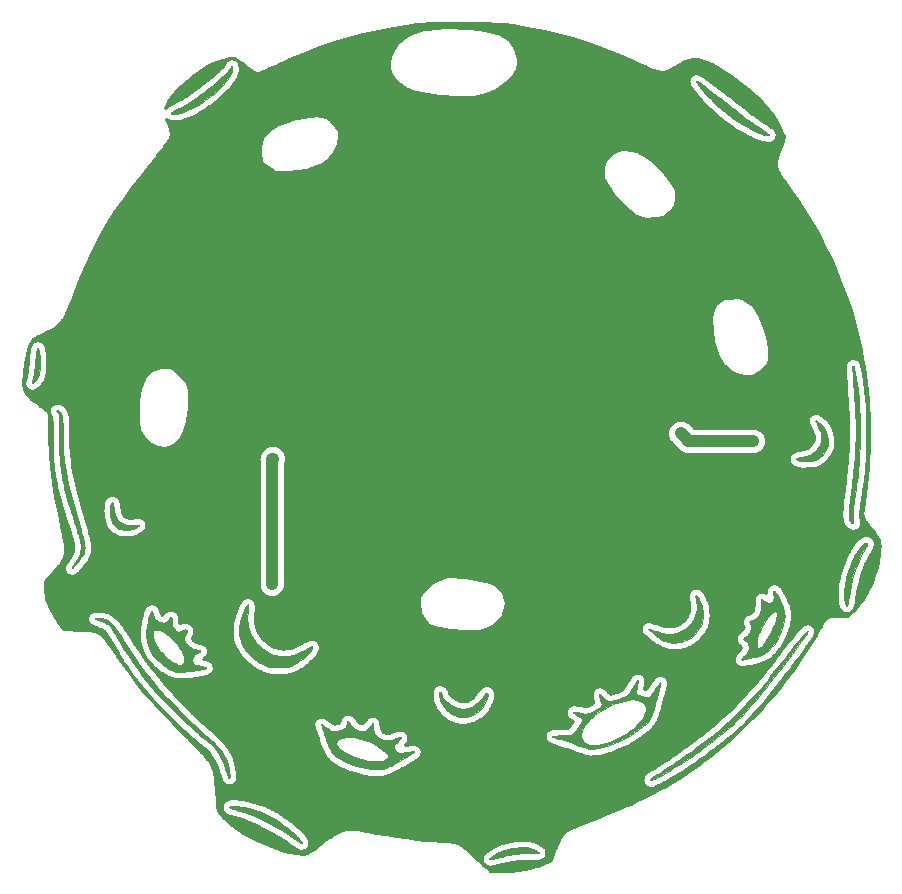
<source format=gbr>
G04 #@! TF.GenerationSoftware,KiCad,Pcbnew,5.1.4-e60b266~84~ubuntu18.04.1*
G04 #@! TF.CreationDate,2019-10-13T13:23:24-06:00*
G04 #@! TF.ProjectId,001,3030312e-6b69-4636-9164-5f7063625858,rev?*
G04 #@! TF.SameCoordinates,Original*
G04 #@! TF.FileFunction,Copper,L1,Top*
G04 #@! TF.FilePolarity,Positive*
%FSLAX46Y46*%
G04 Gerber Fmt 4.6, Leading zero omitted, Abs format (unit mm)*
G04 Created by KiCad (PCBNEW 5.1.4-e60b266~84~ubuntu18.04.1) date 2019-10-13 13:23:24*
%MOMM*%
%LPD*%
G04 APERTURE LIST*
%ADD10C,0.010000*%
%ADD11C,0.685800*%
%ADD12C,1.000000*%
%ADD13C,0.254000*%
G04 APERTURE END LIST*
D10*
G36*
X158071379Y-139517544D02*
G01*
X158344667Y-139556358D01*
X158591416Y-139617511D01*
X158683107Y-139649023D01*
X158798762Y-139698316D01*
X158906919Y-139754930D01*
X159000855Y-139814265D01*
X159073848Y-139871725D01*
X159119174Y-139922710D01*
X159131000Y-139955376D01*
X159124630Y-139980107D01*
X159102460Y-139997794D01*
X159059902Y-140008845D01*
X158992366Y-140013665D01*
X158895265Y-140012661D01*
X158764008Y-140006239D01*
X158644917Y-139998429D01*
X158333338Y-139985839D01*
X158002919Y-139990769D01*
X157647506Y-140013488D01*
X157260944Y-140054264D01*
X157205455Y-140061242D01*
X157046888Y-140084050D01*
X156856584Y-140115496D01*
X156643817Y-140153717D01*
X156417861Y-140196853D01*
X156187991Y-140243043D01*
X155963481Y-140290427D01*
X155753604Y-140337143D01*
X155567636Y-140381332D01*
X155423195Y-140418824D01*
X155275961Y-140456613D01*
X155148211Y-140483960D01*
X155044424Y-140500269D01*
X154969076Y-140504942D01*
X154926647Y-140497382D01*
X154918834Y-140486053D01*
X154937109Y-140449572D01*
X154988637Y-140397953D01*
X155068475Y-140334310D01*
X155171678Y-140261753D01*
X155293301Y-140183394D01*
X155428399Y-140102345D01*
X155572029Y-140021718D01*
X155719245Y-139944624D01*
X155865103Y-139874175D01*
X155953899Y-139834678D01*
X156233417Y-139729336D01*
X156531282Y-139643280D01*
X156841082Y-139576946D01*
X157156404Y-139530768D01*
X157470835Y-139505185D01*
X157777964Y-139500631D01*
X158071379Y-139517544D01*
X158071379Y-139517544D01*
G37*
X158071379Y-139517544D02*
X158344667Y-139556358D01*
X158591416Y-139617511D01*
X158683107Y-139649023D01*
X158798762Y-139698316D01*
X158906919Y-139754930D01*
X159000855Y-139814265D01*
X159073848Y-139871725D01*
X159119174Y-139922710D01*
X159131000Y-139955376D01*
X159124630Y-139980107D01*
X159102460Y-139997794D01*
X159059902Y-140008845D01*
X158992366Y-140013665D01*
X158895265Y-140012661D01*
X158764008Y-140006239D01*
X158644917Y-139998429D01*
X158333338Y-139985839D01*
X158002919Y-139990769D01*
X157647506Y-140013488D01*
X157260944Y-140054264D01*
X157205455Y-140061242D01*
X157046888Y-140084050D01*
X156856584Y-140115496D01*
X156643817Y-140153717D01*
X156417861Y-140196853D01*
X156187991Y-140243043D01*
X155963481Y-140290427D01*
X155753604Y-140337143D01*
X155567636Y-140381332D01*
X155423195Y-140418824D01*
X155275961Y-140456613D01*
X155148211Y-140483960D01*
X155044424Y-140500269D01*
X154969076Y-140504942D01*
X154926647Y-140497382D01*
X154918834Y-140486053D01*
X154937109Y-140449572D01*
X154988637Y-140397953D01*
X155068475Y-140334310D01*
X155171678Y-140261753D01*
X155293301Y-140183394D01*
X155428399Y-140102345D01*
X155572029Y-140021718D01*
X155719245Y-139944624D01*
X155865103Y-139874175D01*
X155953899Y-139834678D01*
X156233417Y-139729336D01*
X156531282Y-139643280D01*
X156841082Y-139576946D01*
X157156404Y-139530768D01*
X157470835Y-139505185D01*
X157777964Y-139500631D01*
X158071379Y-139517544D01*
G36*
X133463117Y-135985045D02*
G01*
X133692216Y-136011880D01*
X133946522Y-136055008D01*
X134219929Y-136112679D01*
X134506327Y-136183144D01*
X134799610Y-136264656D01*
X135093670Y-136355465D01*
X135382398Y-136453823D01*
X135659687Y-136557982D01*
X135919429Y-136666193D01*
X136155516Y-136776707D01*
X136271000Y-136836717D01*
X136593769Y-137020270D01*
X136923458Y-137224326D01*
X137253500Y-137444033D01*
X137577331Y-137674542D01*
X137888385Y-137911002D01*
X138180096Y-138148564D01*
X138445899Y-138382376D01*
X138679228Y-138607588D01*
X138707607Y-138636783D01*
X138832119Y-138771782D01*
X138930657Y-138891027D01*
X139001536Y-138992046D01*
X139043073Y-139072368D01*
X139053583Y-139129521D01*
X139050876Y-139140678D01*
X139035409Y-139163220D01*
X139008058Y-139167089D01*
X138961260Y-139150835D01*
X138887450Y-139113009D01*
X138877213Y-139107389D01*
X138816434Y-139070576D01*
X138732568Y-139015311D01*
X138636215Y-138948774D01*
X138537976Y-138878148D01*
X138527963Y-138870773D01*
X137953427Y-138465436D01*
X137352709Y-138077712D01*
X136733196Y-137711687D01*
X136102275Y-137371445D01*
X135467336Y-137061075D01*
X134835765Y-136784662D01*
X134550835Y-136670977D01*
X134372288Y-136603113D01*
X134214703Y-136546185D01*
X134066318Y-136496476D01*
X133915370Y-136450267D01*
X133750095Y-136403840D01*
X133558731Y-136353478D01*
X133493874Y-136336893D01*
X133363060Y-136302839D01*
X133242854Y-136270103D01*
X133140608Y-136240802D01*
X133063676Y-136217054D01*
X133019412Y-136200973D01*
X133016082Y-136199372D01*
X132943105Y-136151348D01*
X132910340Y-136105543D01*
X132915665Y-136063854D01*
X132956961Y-136028181D01*
X133032106Y-136000421D01*
X133138981Y-135982473D01*
X133265334Y-135976249D01*
X133463117Y-135985045D01*
X133463117Y-135985045D01*
G37*
X133463117Y-135985045D02*
X133692216Y-136011880D01*
X133946522Y-136055008D01*
X134219929Y-136112679D01*
X134506327Y-136183144D01*
X134799610Y-136264656D01*
X135093670Y-136355465D01*
X135382398Y-136453823D01*
X135659687Y-136557982D01*
X135919429Y-136666193D01*
X136155516Y-136776707D01*
X136271000Y-136836717D01*
X136593769Y-137020270D01*
X136923458Y-137224326D01*
X137253500Y-137444033D01*
X137577331Y-137674542D01*
X137888385Y-137911002D01*
X138180096Y-138148564D01*
X138445899Y-138382376D01*
X138679228Y-138607588D01*
X138707607Y-138636783D01*
X138832119Y-138771782D01*
X138930657Y-138891027D01*
X139001536Y-138992046D01*
X139043073Y-139072368D01*
X139053583Y-139129521D01*
X139050876Y-139140678D01*
X139035409Y-139163220D01*
X139008058Y-139167089D01*
X138961260Y-139150835D01*
X138887450Y-139113009D01*
X138877213Y-139107389D01*
X138816434Y-139070576D01*
X138732568Y-139015311D01*
X138636215Y-138948774D01*
X138537976Y-138878148D01*
X138527963Y-138870773D01*
X137953427Y-138465436D01*
X137352709Y-138077712D01*
X136733196Y-137711687D01*
X136102275Y-137371445D01*
X135467336Y-137061075D01*
X134835765Y-136784662D01*
X134550835Y-136670977D01*
X134372288Y-136603113D01*
X134214703Y-136546185D01*
X134066318Y-136496476D01*
X133915370Y-136450267D01*
X133750095Y-136403840D01*
X133558731Y-136353478D01*
X133493874Y-136336893D01*
X133363060Y-136302839D01*
X133242854Y-136270103D01*
X133140608Y-136240802D01*
X133063676Y-136217054D01*
X133019412Y-136200973D01*
X133016082Y-136199372D01*
X132943105Y-136151348D01*
X132910340Y-136105543D01*
X132915665Y-136063854D01*
X132956961Y-136028181D01*
X133032106Y-136000421D01*
X133138981Y-135982473D01*
X133265334Y-135976249D01*
X133463117Y-135985045D01*
G36*
X181863574Y-121187145D02*
G01*
X181874093Y-121199540D01*
X181871700Y-121233293D01*
X181843414Y-121298844D01*
X181790010Y-121395117D01*
X181712265Y-121521032D01*
X181610953Y-121675513D01*
X181486850Y-121857480D01*
X181340733Y-122065856D01*
X181173375Y-122299563D01*
X180985553Y-122557522D01*
X180778043Y-122838656D01*
X180551620Y-123141887D01*
X180307059Y-123466136D01*
X180045136Y-123810326D01*
X179766626Y-124173377D01*
X179472306Y-124554214D01*
X179316779Y-124754408D01*
X178962007Y-125208842D01*
X178630197Y-125630736D01*
X178319705Y-126021997D01*
X178028885Y-126384532D01*
X177756092Y-126720250D01*
X177499683Y-127031056D01*
X177258012Y-127318859D01*
X177029434Y-127585566D01*
X176812305Y-127833083D01*
X176604980Y-128063319D01*
X176405815Y-128278180D01*
X176213164Y-128479574D01*
X176025382Y-128669408D01*
X175840826Y-128849590D01*
X175657850Y-129022026D01*
X175556334Y-129115125D01*
X175401167Y-129252176D01*
X175214672Y-129410248D01*
X175000521Y-129586548D01*
X174762384Y-129778281D01*
X174503932Y-129982651D01*
X174228835Y-130196866D01*
X173940764Y-130418129D01*
X173643391Y-130643648D01*
X173340386Y-130870626D01*
X173035419Y-131096269D01*
X172732162Y-131317784D01*
X172434285Y-131532374D01*
X172145459Y-131737247D01*
X171869356Y-131929607D01*
X171767500Y-131999549D01*
X171497618Y-132181208D01*
X171210783Y-132369056D01*
X170912620Y-132559691D01*
X170608756Y-132749713D01*
X170304815Y-132935720D01*
X170006423Y-133114312D01*
X169719206Y-133282088D01*
X169448789Y-133435646D01*
X169200797Y-133571587D01*
X168980857Y-133686508D01*
X168958187Y-133697936D01*
X168819953Y-133765575D01*
X168714167Y-133812887D01*
X168636834Y-133841090D01*
X168583962Y-133851404D01*
X168551558Y-133845048D01*
X168536783Y-133826586D01*
X168534824Y-133781534D01*
X168546299Y-133741619D01*
X168580349Y-133695426D01*
X168643203Y-133635273D01*
X168726577Y-133567611D01*
X168822187Y-133498893D01*
X168921750Y-133435569D01*
X168984084Y-133400662D01*
X169154007Y-133307025D01*
X169353870Y-133189257D01*
X169580499Y-133049601D01*
X169830720Y-132890299D01*
X170101357Y-132713594D01*
X170389237Y-132521726D01*
X170691184Y-132316940D01*
X171004026Y-132101476D01*
X171324586Y-131877578D01*
X171649691Y-131647487D01*
X171976165Y-131413446D01*
X172300836Y-131177697D01*
X172620528Y-130942482D01*
X172932066Y-130710044D01*
X173232277Y-130482625D01*
X173517986Y-130262467D01*
X173786018Y-130051812D01*
X174033199Y-129852903D01*
X174191084Y-129722720D01*
X174665368Y-129315774D01*
X175152664Y-128875821D01*
X175647724Y-128408048D01*
X176145300Y-127917642D01*
X176640144Y-127409789D01*
X177127009Y-126889675D01*
X177600648Y-126362488D01*
X177664362Y-126289832D01*
X177860364Y-126063516D01*
X178062665Y-125825586D01*
X178273410Y-125573387D01*
X178494743Y-125304264D01*
X178728809Y-125015562D01*
X178977752Y-124704625D01*
X179243716Y-124368800D01*
X179528846Y-124005430D01*
X179835286Y-123611862D01*
X180022695Y-123369917D01*
X180258089Y-123065878D01*
X180469604Y-122793516D01*
X180658912Y-122550754D01*
X180827685Y-122335516D01*
X180977594Y-122145725D01*
X181110311Y-121979304D01*
X181227507Y-121834177D01*
X181330854Y-121708267D01*
X181422024Y-121599497D01*
X181502688Y-121505790D01*
X181574518Y-121425071D01*
X181639184Y-121355261D01*
X181671061Y-121322042D01*
X181747280Y-121246546D01*
X181801528Y-121200855D01*
X181838671Y-121182033D01*
X181863574Y-121187145D01*
X181863574Y-121187145D01*
G37*
X181863574Y-121187145D02*
X181874093Y-121199540D01*
X181871700Y-121233293D01*
X181843414Y-121298844D01*
X181790010Y-121395117D01*
X181712265Y-121521032D01*
X181610953Y-121675513D01*
X181486850Y-121857480D01*
X181340733Y-122065856D01*
X181173375Y-122299563D01*
X180985553Y-122557522D01*
X180778043Y-122838656D01*
X180551620Y-123141887D01*
X180307059Y-123466136D01*
X180045136Y-123810326D01*
X179766626Y-124173377D01*
X179472306Y-124554214D01*
X179316779Y-124754408D01*
X178962007Y-125208842D01*
X178630197Y-125630736D01*
X178319705Y-126021997D01*
X178028885Y-126384532D01*
X177756092Y-126720250D01*
X177499683Y-127031056D01*
X177258012Y-127318859D01*
X177029434Y-127585566D01*
X176812305Y-127833083D01*
X176604980Y-128063319D01*
X176405815Y-128278180D01*
X176213164Y-128479574D01*
X176025382Y-128669408D01*
X175840826Y-128849590D01*
X175657850Y-129022026D01*
X175556334Y-129115125D01*
X175401167Y-129252176D01*
X175214672Y-129410248D01*
X175000521Y-129586548D01*
X174762384Y-129778281D01*
X174503932Y-129982651D01*
X174228835Y-130196866D01*
X173940764Y-130418129D01*
X173643391Y-130643648D01*
X173340386Y-130870626D01*
X173035419Y-131096269D01*
X172732162Y-131317784D01*
X172434285Y-131532374D01*
X172145459Y-131737247D01*
X171869356Y-131929607D01*
X171767500Y-131999549D01*
X171497618Y-132181208D01*
X171210783Y-132369056D01*
X170912620Y-132559691D01*
X170608756Y-132749713D01*
X170304815Y-132935720D01*
X170006423Y-133114312D01*
X169719206Y-133282088D01*
X169448789Y-133435646D01*
X169200797Y-133571587D01*
X168980857Y-133686508D01*
X168958187Y-133697936D01*
X168819953Y-133765575D01*
X168714167Y-133812887D01*
X168636834Y-133841090D01*
X168583962Y-133851404D01*
X168551558Y-133845048D01*
X168536783Y-133826586D01*
X168534824Y-133781534D01*
X168546299Y-133741619D01*
X168580349Y-133695426D01*
X168643203Y-133635273D01*
X168726577Y-133567611D01*
X168822187Y-133498893D01*
X168921750Y-133435569D01*
X168984084Y-133400662D01*
X169154007Y-133307025D01*
X169353870Y-133189257D01*
X169580499Y-133049601D01*
X169830720Y-132890299D01*
X170101357Y-132713594D01*
X170389237Y-132521726D01*
X170691184Y-132316940D01*
X171004026Y-132101476D01*
X171324586Y-131877578D01*
X171649691Y-131647487D01*
X171976165Y-131413446D01*
X172300836Y-131177697D01*
X172620528Y-130942482D01*
X172932066Y-130710044D01*
X173232277Y-130482625D01*
X173517986Y-130262467D01*
X173786018Y-130051812D01*
X174033199Y-129852903D01*
X174191084Y-129722720D01*
X174665368Y-129315774D01*
X175152664Y-128875821D01*
X175647724Y-128408048D01*
X176145300Y-127917642D01*
X176640144Y-127409789D01*
X177127009Y-126889675D01*
X177600648Y-126362488D01*
X177664362Y-126289832D01*
X177860364Y-126063516D01*
X178062665Y-125825586D01*
X178273410Y-125573387D01*
X178494743Y-125304264D01*
X178728809Y-125015562D01*
X178977752Y-124704625D01*
X179243716Y-124368800D01*
X179528846Y-124005430D01*
X179835286Y-123611862D01*
X180022695Y-123369917D01*
X180258089Y-123065878D01*
X180469604Y-122793516D01*
X180658912Y-122550754D01*
X180827685Y-122335516D01*
X180977594Y-122145725D01*
X181110311Y-121979304D01*
X181227507Y-121834177D01*
X181330854Y-121708267D01*
X181422024Y-121599497D01*
X181502688Y-121505790D01*
X181574518Y-121425071D01*
X181639184Y-121355261D01*
X181671061Y-121322042D01*
X181747280Y-121246546D01*
X181801528Y-121200855D01*
X181838671Y-121182033D01*
X181863574Y-121187145D01*
G36*
X121688043Y-120100583D02*
G01*
X121800801Y-120103481D01*
X121849159Y-120104958D01*
X122040879Y-120115105D01*
X122200641Y-120134583D01*
X122338389Y-120166673D01*
X122464063Y-120214657D01*
X122587607Y-120281817D01*
X122718961Y-120371433D01*
X122768013Y-120408248D01*
X122860429Y-120483827D01*
X122952641Y-120570057D01*
X123047090Y-120670134D01*
X123146219Y-120787256D01*
X123252467Y-120924618D01*
X123368277Y-121085418D01*
X123496090Y-121272852D01*
X123638348Y-121490117D01*
X123797491Y-121740409D01*
X123852602Y-121828352D01*
X124324091Y-122563575D01*
X124806501Y-123276608D01*
X125303243Y-123971666D01*
X125817727Y-124652964D01*
X126353361Y-125324718D01*
X126913557Y-125991144D01*
X127501723Y-126656457D01*
X128121269Y-127324872D01*
X128775606Y-128000605D01*
X129141230Y-128366675D01*
X129344587Y-128567729D01*
X129524206Y-128744034D01*
X129686001Y-128901055D01*
X129835886Y-129044255D01*
X129979775Y-129179098D01*
X130123583Y-129311049D01*
X130273224Y-129445571D01*
X130434613Y-129588130D01*
X130613664Y-129744187D01*
X130816290Y-129919209D01*
X130895156Y-129987060D01*
X131161897Y-130219382D01*
X131397044Y-130431176D01*
X131603769Y-130626069D01*
X131785240Y-130807690D01*
X131944630Y-130979667D01*
X132085107Y-131145630D01*
X132209844Y-131309206D01*
X132322009Y-131474024D01*
X132424774Y-131643712D01*
X132521308Y-131821900D01*
X132552919Y-131884352D01*
X132693035Y-132205983D01*
X132803506Y-132545528D01*
X132881837Y-132892926D01*
X132925528Y-133238115D01*
X132933815Y-133418573D01*
X132934458Y-133518169D01*
X132931911Y-133582913D01*
X132925167Y-133620230D01*
X132913216Y-133637546D01*
X132903554Y-133641340D01*
X132861958Y-133632656D01*
X132848027Y-133620783D01*
X132835556Y-133593657D01*
X132812227Y-133532132D01*
X132780119Y-133442118D01*
X132741312Y-133329523D01*
X132697886Y-133200255D01*
X132667021Y-133106584D01*
X132560342Y-132792693D01*
X132455842Y-132512307D01*
X132349754Y-132257015D01*
X132238310Y-132018407D01*
X132117746Y-131788074D01*
X131984294Y-131557605D01*
X131943246Y-131490514D01*
X131781582Y-131245287D01*
X131621135Y-131036051D01*
X131456624Y-130856962D01*
X131282769Y-130702180D01*
X131127500Y-130587923D01*
X130997556Y-130494916D01*
X130840890Y-130373837D01*
X130660174Y-130227080D01*
X130458083Y-130057036D01*
X130237288Y-129866100D01*
X130000462Y-129656663D01*
X129750279Y-129431118D01*
X129489410Y-129191859D01*
X129220529Y-128941277D01*
X128946309Y-128681767D01*
X128669422Y-128415719D01*
X128392541Y-128145528D01*
X128325838Y-128079789D01*
X127788969Y-127540551D01*
X127285984Y-127015881D01*
X126813124Y-126500977D01*
X126366631Y-125991036D01*
X125942748Y-125481255D01*
X125537717Y-124966830D01*
X125147779Y-124442960D01*
X124769177Y-123904840D01*
X124398152Y-123347669D01*
X124030948Y-122766644D01*
X123663805Y-122156960D01*
X123580769Y-122015250D01*
X123424876Y-121750057D01*
X123286536Y-121519608D01*
X123163781Y-121321085D01*
X123054644Y-121151670D01*
X122957156Y-121008543D01*
X122869348Y-120888887D01*
X122789253Y-120789881D01*
X122714903Y-120708709D01*
X122644328Y-120642550D01*
X122593918Y-120602007D01*
X122526480Y-120559158D01*
X122429048Y-120509823D01*
X122299091Y-120452912D01*
X122134076Y-120387333D01*
X121931472Y-120311995D01*
X121867084Y-120288796D01*
X121728847Y-120237855D01*
X121628240Y-120197328D01*
X121562234Y-120165834D01*
X121527799Y-120141991D01*
X121521076Y-120131005D01*
X121521255Y-120117369D01*
X121532132Y-120107978D01*
X121559617Y-120102363D01*
X121609617Y-120100054D01*
X121688043Y-120100583D01*
X121688043Y-120100583D01*
G37*
X121688043Y-120100583D02*
X121800801Y-120103481D01*
X121849159Y-120104958D01*
X122040879Y-120115105D01*
X122200641Y-120134583D01*
X122338389Y-120166673D01*
X122464063Y-120214657D01*
X122587607Y-120281817D01*
X122718961Y-120371433D01*
X122768013Y-120408248D01*
X122860429Y-120483827D01*
X122952641Y-120570057D01*
X123047090Y-120670134D01*
X123146219Y-120787256D01*
X123252467Y-120924618D01*
X123368277Y-121085418D01*
X123496090Y-121272852D01*
X123638348Y-121490117D01*
X123797491Y-121740409D01*
X123852602Y-121828352D01*
X124324091Y-122563575D01*
X124806501Y-123276608D01*
X125303243Y-123971666D01*
X125817727Y-124652964D01*
X126353361Y-125324718D01*
X126913557Y-125991144D01*
X127501723Y-126656457D01*
X128121269Y-127324872D01*
X128775606Y-128000605D01*
X129141230Y-128366675D01*
X129344587Y-128567729D01*
X129524206Y-128744034D01*
X129686001Y-128901055D01*
X129835886Y-129044255D01*
X129979775Y-129179098D01*
X130123583Y-129311049D01*
X130273224Y-129445571D01*
X130434613Y-129588130D01*
X130613664Y-129744187D01*
X130816290Y-129919209D01*
X130895156Y-129987060D01*
X131161897Y-130219382D01*
X131397044Y-130431176D01*
X131603769Y-130626069D01*
X131785240Y-130807690D01*
X131944630Y-130979667D01*
X132085107Y-131145630D01*
X132209844Y-131309206D01*
X132322009Y-131474024D01*
X132424774Y-131643712D01*
X132521308Y-131821900D01*
X132552919Y-131884352D01*
X132693035Y-132205983D01*
X132803506Y-132545528D01*
X132881837Y-132892926D01*
X132925528Y-133238115D01*
X132933815Y-133418573D01*
X132934458Y-133518169D01*
X132931911Y-133582913D01*
X132925167Y-133620230D01*
X132913216Y-133637546D01*
X132903554Y-133641340D01*
X132861958Y-133632656D01*
X132848027Y-133620783D01*
X132835556Y-133593657D01*
X132812227Y-133532132D01*
X132780119Y-133442118D01*
X132741312Y-133329523D01*
X132697886Y-133200255D01*
X132667021Y-133106584D01*
X132560342Y-132792693D01*
X132455842Y-132512307D01*
X132349754Y-132257015D01*
X132238310Y-132018407D01*
X132117746Y-131788074D01*
X131984294Y-131557605D01*
X131943246Y-131490514D01*
X131781582Y-131245287D01*
X131621135Y-131036051D01*
X131456624Y-130856962D01*
X131282769Y-130702180D01*
X131127500Y-130587923D01*
X130997556Y-130494916D01*
X130840890Y-130373837D01*
X130660174Y-130227080D01*
X130458083Y-130057036D01*
X130237288Y-129866100D01*
X130000462Y-129656663D01*
X129750279Y-129431118D01*
X129489410Y-129191859D01*
X129220529Y-128941277D01*
X128946309Y-128681767D01*
X128669422Y-128415719D01*
X128392541Y-128145528D01*
X128325838Y-128079789D01*
X127788969Y-127540551D01*
X127285984Y-127015881D01*
X126813124Y-126500977D01*
X126366631Y-125991036D01*
X125942748Y-125481255D01*
X125537717Y-124966830D01*
X125147779Y-124442960D01*
X124769177Y-123904840D01*
X124398152Y-123347669D01*
X124030948Y-122766644D01*
X123663805Y-122156960D01*
X123580769Y-122015250D01*
X123424876Y-121750057D01*
X123286536Y-121519608D01*
X123163781Y-121321085D01*
X123054644Y-121151670D01*
X122957156Y-121008543D01*
X122869348Y-120888887D01*
X122789253Y-120789881D01*
X122714903Y-120708709D01*
X122644328Y-120642550D01*
X122593918Y-120602007D01*
X122526480Y-120559158D01*
X122429048Y-120509823D01*
X122299091Y-120452912D01*
X122134076Y-120387333D01*
X121931472Y-120311995D01*
X121867084Y-120288796D01*
X121728847Y-120237855D01*
X121628240Y-120197328D01*
X121562234Y-120165834D01*
X121527799Y-120141991D01*
X121521076Y-120131005D01*
X121521255Y-120117369D01*
X121532132Y-120107978D01*
X121559617Y-120102363D01*
X121609617Y-120100054D01*
X121688043Y-120100583D01*
G36*
X142978064Y-128827973D02*
G01*
X143006665Y-128849002D01*
X143044545Y-128892466D01*
X143096268Y-128963416D01*
X143146364Y-129036915D01*
X143280016Y-129218405D01*
X143414731Y-129362882D01*
X143557030Y-129475314D01*
X143713434Y-129560668D01*
X143890463Y-129623911D01*
X143931454Y-129634999D01*
X144044558Y-129656995D01*
X144163596Y-129668272D01*
X144276632Y-129668736D01*
X144371729Y-129658292D01*
X144433107Y-129638972D01*
X144504255Y-129588171D01*
X144592530Y-129502502D01*
X144695479Y-129384626D01*
X144810649Y-129237210D01*
X144841071Y-129196042D01*
X144902046Y-129116027D01*
X144956675Y-129050466D01*
X144999010Y-129006100D01*
X145023105Y-128989668D01*
X145023186Y-128989667D01*
X145039202Y-128993055D01*
X145051694Y-129006999D01*
X145061723Y-129037166D01*
X145070350Y-129089226D01*
X145078635Y-129168845D01*
X145087639Y-129281693D01*
X145093765Y-129366805D01*
X145102812Y-129484905D01*
X145112198Y-129571747D01*
X145124359Y-129638356D01*
X145141729Y-129695756D01*
X145166744Y-129754972D01*
X145190276Y-129803751D01*
X145297532Y-129974518D01*
X145439453Y-130126654D01*
X145610282Y-130254100D01*
X145629181Y-130265519D01*
X145789892Y-130347731D01*
X145952754Y-130402557D01*
X146131602Y-130433889D01*
X146261667Y-130443443D01*
X146358627Y-130445969D01*
X146443266Y-130443296D01*
X146523986Y-130433537D01*
X146609191Y-130414809D01*
X146707284Y-130385228D01*
X146826670Y-130342908D01*
X146975751Y-130285964D01*
X146991917Y-130279665D01*
X147143652Y-130225892D01*
X147266281Y-130193982D01*
X147358140Y-130184108D01*
X147417561Y-130196444D01*
X147442879Y-130231164D01*
X147443096Y-130232560D01*
X147441241Y-130254743D01*
X147427837Y-130283239D01*
X147399730Y-130321506D01*
X147353768Y-130373003D01*
X147286798Y-130441190D01*
X147195666Y-130529524D01*
X147077221Y-130641464D01*
X147030221Y-130685465D01*
X146932244Y-130782183D01*
X146866409Y-130861960D01*
X146829857Y-130931670D01*
X146819732Y-130998188D01*
X146833175Y-131068388D01*
X146851490Y-131115419D01*
X146935149Y-131261796D01*
X147042089Y-131379340D01*
X147126209Y-131439989D01*
X147170441Y-131464592D01*
X147210194Y-131480854D01*
X147255519Y-131490315D01*
X147316463Y-131494515D01*
X147403077Y-131494996D01*
X147478750Y-131494030D01*
X147642075Y-131486185D01*
X147828876Y-131468259D01*
X148021975Y-131441974D01*
X148060100Y-131435822D01*
X148232056Y-131408641D01*
X148368136Y-131390837D01*
X148468196Y-131383508D01*
X148532091Y-131387754D01*
X148559678Y-131404671D01*
X148550810Y-131435358D01*
X148505344Y-131480914D01*
X148423134Y-131542437D01*
X148304036Y-131621025D01*
X148147905Y-131717777D01*
X148012185Y-131799477D01*
X147708595Y-131979881D01*
X147437676Y-132138809D01*
X147196565Y-132277792D01*
X146982395Y-132398358D01*
X146792302Y-132502038D01*
X146623420Y-132590359D01*
X146472885Y-132664853D01*
X146337830Y-132727047D01*
X146215392Y-132778472D01*
X146102704Y-132820657D01*
X146092334Y-132824264D01*
X145891250Y-132893716D01*
X145436167Y-132897302D01*
X145297607Y-132897940D01*
X145169959Y-132897677D01*
X145060525Y-132896597D01*
X144976603Y-132894780D01*
X144925496Y-132892311D01*
X144917584Y-132891445D01*
X144504598Y-132821374D01*
X144104827Y-132736475D01*
X143721521Y-132637997D01*
X143357931Y-132527190D01*
X143017307Y-132405303D01*
X142702899Y-132273585D01*
X142417957Y-132133285D01*
X142165733Y-131985654D01*
X141949477Y-131831941D01*
X141786905Y-131688053D01*
X141702429Y-131599261D01*
X141626198Y-131508596D01*
X141556034Y-131411652D01*
X141489760Y-131304026D01*
X141425200Y-131181312D01*
X141360177Y-131039105D01*
X141292514Y-130873001D01*
X141237019Y-130724152D01*
X141969477Y-130724152D01*
X141996144Y-130818216D01*
X142019031Y-130868116D01*
X142098604Y-130989325D01*
X142216375Y-131114141D01*
X142368548Y-131240802D01*
X142551331Y-131367548D01*
X142760928Y-131492617D01*
X142993546Y-131614248D01*
X143245390Y-131730678D01*
X143512667Y-131840147D01*
X143791581Y-131940894D01*
X144078340Y-132031156D01*
X144369148Y-132109173D01*
X144660211Y-132173182D01*
X144928167Y-132218649D01*
X145054465Y-132231298D01*
X145202333Y-132237374D01*
X145360049Y-132237207D01*
X145515890Y-132231125D01*
X145658135Y-132219458D01*
X145775061Y-132202534D01*
X145814503Y-132193758D01*
X145925840Y-132158359D01*
X146046766Y-132109182D01*
X146161914Y-132053256D01*
X146255921Y-131997612D01*
X146278315Y-131981560D01*
X146338827Y-131924254D01*
X146370065Y-131864032D01*
X146370873Y-131797359D01*
X146340096Y-131720700D01*
X146276580Y-131630519D01*
X146179169Y-131523280D01*
X146104682Y-131449956D01*
X145779106Y-131166509D01*
X145431918Y-130918450D01*
X145061333Y-130704727D01*
X144665568Y-130524290D01*
X144324917Y-130401686D01*
X144036361Y-130318195D01*
X143754232Y-130254062D01*
X143481669Y-130209096D01*
X143221816Y-130183103D01*
X142977813Y-130175894D01*
X142752803Y-130187274D01*
X142549926Y-130217053D01*
X142372326Y-130265038D01*
X142223143Y-130331039D01*
X142105519Y-130414861D01*
X142022597Y-130516315D01*
X142008232Y-130543216D01*
X141973666Y-130637279D01*
X141969477Y-130724152D01*
X141237019Y-130724152D01*
X141220033Y-130678595D01*
X141140558Y-130451481D01*
X141065561Y-130228468D01*
X141008417Y-130057676D01*
X140951177Y-129889196D01*
X140896297Y-129730068D01*
X140846231Y-129587330D01*
X140803436Y-129468020D01*
X140770365Y-129379178D01*
X140760657Y-129354366D01*
X140725339Y-129263396D01*
X140696917Y-129185020D01*
X140678690Y-129128676D01*
X140673667Y-129105658D01*
X140683942Y-129079997D01*
X140715925Y-129079737D01*
X140771350Y-129105846D01*
X140851953Y-129159290D01*
X140959470Y-129241037D01*
X141054667Y-129318084D01*
X141202611Y-129435545D01*
X141329277Y-129524848D01*
X141441714Y-129589296D01*
X141546970Y-129632189D01*
X141652097Y-129656829D01*
X141764143Y-129666516D01*
X141799757Y-129667000D01*
X141932998Y-129658869D01*
X142083883Y-129636402D01*
X142241183Y-129602489D01*
X142393665Y-129560020D01*
X142530100Y-129511883D01*
X142639258Y-129460969D01*
X142668111Y-129443572D01*
X142727598Y-129398558D01*
X142772388Y-129347180D01*
X142806923Y-129280678D01*
X142835645Y-129190296D01*
X142862993Y-129067275D01*
X142865559Y-129054196D01*
X142885991Y-128954020D01*
X142902509Y-128888272D01*
X142917949Y-128849589D01*
X142935152Y-128830608D01*
X142954175Y-128824329D01*
X142978064Y-128827973D01*
X142978064Y-128827973D01*
G37*
X142978064Y-128827973D02*
X143006665Y-128849002D01*
X143044545Y-128892466D01*
X143096268Y-128963416D01*
X143146364Y-129036915D01*
X143280016Y-129218405D01*
X143414731Y-129362882D01*
X143557030Y-129475314D01*
X143713434Y-129560668D01*
X143890463Y-129623911D01*
X143931454Y-129634999D01*
X144044558Y-129656995D01*
X144163596Y-129668272D01*
X144276632Y-129668736D01*
X144371729Y-129658292D01*
X144433107Y-129638972D01*
X144504255Y-129588171D01*
X144592530Y-129502502D01*
X144695479Y-129384626D01*
X144810649Y-129237210D01*
X144841071Y-129196042D01*
X144902046Y-129116027D01*
X144956675Y-129050466D01*
X144999010Y-129006100D01*
X145023105Y-128989668D01*
X145023186Y-128989667D01*
X145039202Y-128993055D01*
X145051694Y-129006999D01*
X145061723Y-129037166D01*
X145070350Y-129089226D01*
X145078635Y-129168845D01*
X145087639Y-129281693D01*
X145093765Y-129366805D01*
X145102812Y-129484905D01*
X145112198Y-129571747D01*
X145124359Y-129638356D01*
X145141729Y-129695756D01*
X145166744Y-129754972D01*
X145190276Y-129803751D01*
X145297532Y-129974518D01*
X145439453Y-130126654D01*
X145610282Y-130254100D01*
X145629181Y-130265519D01*
X145789892Y-130347731D01*
X145952754Y-130402557D01*
X146131602Y-130433889D01*
X146261667Y-130443443D01*
X146358627Y-130445969D01*
X146443266Y-130443296D01*
X146523986Y-130433537D01*
X146609191Y-130414809D01*
X146707284Y-130385228D01*
X146826670Y-130342908D01*
X146975751Y-130285964D01*
X146991917Y-130279665D01*
X147143652Y-130225892D01*
X147266281Y-130193982D01*
X147358140Y-130184108D01*
X147417561Y-130196444D01*
X147442879Y-130231164D01*
X147443096Y-130232560D01*
X147441241Y-130254743D01*
X147427837Y-130283239D01*
X147399730Y-130321506D01*
X147353768Y-130373003D01*
X147286798Y-130441190D01*
X147195666Y-130529524D01*
X147077221Y-130641464D01*
X147030221Y-130685465D01*
X146932244Y-130782183D01*
X146866409Y-130861960D01*
X146829857Y-130931670D01*
X146819732Y-130998188D01*
X146833175Y-131068388D01*
X146851490Y-131115419D01*
X146935149Y-131261796D01*
X147042089Y-131379340D01*
X147126209Y-131439989D01*
X147170441Y-131464592D01*
X147210194Y-131480854D01*
X147255519Y-131490315D01*
X147316463Y-131494515D01*
X147403077Y-131494996D01*
X147478750Y-131494030D01*
X147642075Y-131486185D01*
X147828876Y-131468259D01*
X148021975Y-131441974D01*
X148060100Y-131435822D01*
X148232056Y-131408641D01*
X148368136Y-131390837D01*
X148468196Y-131383508D01*
X148532091Y-131387754D01*
X148559678Y-131404671D01*
X148550810Y-131435358D01*
X148505344Y-131480914D01*
X148423134Y-131542437D01*
X148304036Y-131621025D01*
X148147905Y-131717777D01*
X148012185Y-131799477D01*
X147708595Y-131979881D01*
X147437676Y-132138809D01*
X147196565Y-132277792D01*
X146982395Y-132398358D01*
X146792302Y-132502038D01*
X146623420Y-132590359D01*
X146472885Y-132664853D01*
X146337830Y-132727047D01*
X146215392Y-132778472D01*
X146102704Y-132820657D01*
X146092334Y-132824264D01*
X145891250Y-132893716D01*
X145436167Y-132897302D01*
X145297607Y-132897940D01*
X145169959Y-132897677D01*
X145060525Y-132896597D01*
X144976603Y-132894780D01*
X144925496Y-132892311D01*
X144917584Y-132891445D01*
X144504598Y-132821374D01*
X144104827Y-132736475D01*
X143721521Y-132637997D01*
X143357931Y-132527190D01*
X143017307Y-132405303D01*
X142702899Y-132273585D01*
X142417957Y-132133285D01*
X142165733Y-131985654D01*
X141949477Y-131831941D01*
X141786905Y-131688053D01*
X141702429Y-131599261D01*
X141626198Y-131508596D01*
X141556034Y-131411652D01*
X141489760Y-131304026D01*
X141425200Y-131181312D01*
X141360177Y-131039105D01*
X141292514Y-130873001D01*
X141237019Y-130724152D01*
X141969477Y-130724152D01*
X141996144Y-130818216D01*
X142019031Y-130868116D01*
X142098604Y-130989325D01*
X142216375Y-131114141D01*
X142368548Y-131240802D01*
X142551331Y-131367548D01*
X142760928Y-131492617D01*
X142993546Y-131614248D01*
X143245390Y-131730678D01*
X143512667Y-131840147D01*
X143791581Y-131940894D01*
X144078340Y-132031156D01*
X144369148Y-132109173D01*
X144660211Y-132173182D01*
X144928167Y-132218649D01*
X145054465Y-132231298D01*
X145202333Y-132237374D01*
X145360049Y-132237207D01*
X145515890Y-132231125D01*
X145658135Y-132219458D01*
X145775061Y-132202534D01*
X145814503Y-132193758D01*
X145925840Y-132158359D01*
X146046766Y-132109182D01*
X146161914Y-132053256D01*
X146255921Y-131997612D01*
X146278315Y-131981560D01*
X146338827Y-131924254D01*
X146370065Y-131864032D01*
X146370873Y-131797359D01*
X146340096Y-131720700D01*
X146276580Y-131630519D01*
X146179169Y-131523280D01*
X146104682Y-131449956D01*
X145779106Y-131166509D01*
X145431918Y-130918450D01*
X145061333Y-130704727D01*
X144665568Y-130524290D01*
X144324917Y-130401686D01*
X144036361Y-130318195D01*
X143754232Y-130254062D01*
X143481669Y-130209096D01*
X143221816Y-130183103D01*
X142977813Y-130175894D01*
X142752803Y-130187274D01*
X142549926Y-130217053D01*
X142372326Y-130265038D01*
X142223143Y-130331039D01*
X142105519Y-130414861D01*
X142022597Y-130516315D01*
X142008232Y-130543216D01*
X141973666Y-130637279D01*
X141969477Y-130724152D01*
X141237019Y-130724152D01*
X141220033Y-130678595D01*
X141140558Y-130451481D01*
X141065561Y-130228468D01*
X141008417Y-130057676D01*
X140951177Y-129889196D01*
X140896297Y-129730068D01*
X140846231Y-129587330D01*
X140803436Y-129468020D01*
X140770365Y-129379178D01*
X140760657Y-129354366D01*
X140725339Y-129263396D01*
X140696917Y-129185020D01*
X140678690Y-129128676D01*
X140673667Y-129105658D01*
X140683942Y-129079997D01*
X140715925Y-129079737D01*
X140771350Y-129105846D01*
X140851953Y-129159290D01*
X140959470Y-129241037D01*
X141054667Y-129318084D01*
X141202611Y-129435545D01*
X141329277Y-129524848D01*
X141441714Y-129589296D01*
X141546970Y-129632189D01*
X141652097Y-129656829D01*
X141764143Y-129666516D01*
X141799757Y-129667000D01*
X141932998Y-129658869D01*
X142083883Y-129636402D01*
X142241183Y-129602489D01*
X142393665Y-129560020D01*
X142530100Y-129511883D01*
X142639258Y-129460969D01*
X142668111Y-129443572D01*
X142727598Y-129398558D01*
X142772388Y-129347180D01*
X142806923Y-129280678D01*
X142835645Y-129190296D01*
X142862993Y-129067275D01*
X142865559Y-129054196D01*
X142885991Y-128954020D01*
X142902509Y-128888272D01*
X142917949Y-128849589D01*
X142935152Y-128830608D01*
X142954175Y-128824329D01*
X142978064Y-128827973D01*
G36*
X167497788Y-125346488D02*
G01*
X167499108Y-125371094D01*
X167494203Y-125431825D01*
X167483772Y-125523042D01*
X167468512Y-125639106D01*
X167449121Y-125774379D01*
X167426881Y-125919518D01*
X167400639Y-126086309D01*
X167380647Y-126216321D01*
X167366509Y-126314582D01*
X167357829Y-126386121D01*
X167354211Y-126435969D01*
X167355260Y-126469152D01*
X167360579Y-126490702D01*
X167369772Y-126505646D01*
X167379878Y-126516452D01*
X167428040Y-126549424D01*
X167509151Y-126588745D01*
X167614811Y-126631687D01*
X167736623Y-126675521D01*
X167866186Y-126717518D01*
X167995101Y-126754950D01*
X168114970Y-126785088D01*
X168217392Y-126805203D01*
X168291292Y-126812549D01*
X168340455Y-126810701D01*
X168386335Y-126801987D01*
X168431586Y-126783514D01*
X168478865Y-126752388D01*
X168530826Y-126705715D01*
X168590124Y-126640603D01*
X168659416Y-126554157D01*
X168741354Y-126443485D01*
X168838596Y-126305692D01*
X168953796Y-126137885D01*
X169075877Y-125957542D01*
X169177521Y-125808660D01*
X169258725Y-125694337D01*
X169321093Y-125612992D01*
X169366234Y-125563043D01*
X169395753Y-125542912D01*
X169411257Y-125551016D01*
X169414353Y-125585776D01*
X169409330Y-125629459D01*
X169400280Y-125673485D01*
X169381650Y-125753319D01*
X169354751Y-125863860D01*
X169320896Y-126000008D01*
X169281397Y-126156661D01*
X169237565Y-126328719D01*
X169190713Y-126511083D01*
X169142153Y-126698650D01*
X169093196Y-126886321D01*
X169045155Y-127068995D01*
X168999341Y-127241571D01*
X168957067Y-127398950D01*
X168919644Y-127536029D01*
X168909497Y-127572654D01*
X168848671Y-127787419D01*
X168794994Y-127967566D01*
X168746144Y-128119735D01*
X168699797Y-128250567D01*
X168653633Y-128366704D01*
X168605328Y-128474787D01*
X168565694Y-128555750D01*
X168516190Y-128649492D01*
X168469472Y-128726035D01*
X168417328Y-128796242D01*
X168351545Y-128870979D01*
X168263912Y-128961110D01*
X168245070Y-128979921D01*
X167950695Y-129252386D01*
X167625014Y-129516602D01*
X167273031Y-129770133D01*
X166899748Y-130010545D01*
X166510168Y-130235403D01*
X166109295Y-130442272D01*
X165702131Y-130628719D01*
X165293679Y-130792308D01*
X164888943Y-130930605D01*
X164492926Y-131041176D01*
X164110630Y-131121585D01*
X163747059Y-131169399D01*
X163745334Y-131169549D01*
X163634590Y-131179008D01*
X163555821Y-131184831D01*
X163498826Y-131187014D01*
X163453401Y-131185552D01*
X163409345Y-131180439D01*
X163356455Y-131171671D01*
X163343167Y-131169347D01*
X163286396Y-131155370D01*
X163201563Y-131129514D01*
X163099987Y-131095424D01*
X162992988Y-131056747D01*
X162989454Y-131055419D01*
X162887248Y-131018564D01*
X162794712Y-130988118D01*
X162721404Y-130967032D01*
X162676885Y-130958254D01*
X162674238Y-130958167D01*
X162637804Y-130950506D01*
X162569121Y-130929131D01*
X162475081Y-130896455D01*
X162362576Y-130854891D01*
X162238499Y-130806850D01*
X162213034Y-130796730D01*
X161982202Y-130706845D01*
X161753461Y-130622671D01*
X161517562Y-130541079D01*
X161265262Y-130458939D01*
X160987314Y-130373122D01*
X160772533Y-130309185D01*
X160599935Y-130257639D01*
X160465419Y-130215262D01*
X160366095Y-130180585D01*
X160299071Y-130152138D01*
X160261453Y-130128454D01*
X160250352Y-130108064D01*
X160262873Y-130089498D01*
X160296126Y-130071289D01*
X160300459Y-130069440D01*
X160332422Y-130064154D01*
X160401414Y-130058280D01*
X160502137Y-130052086D01*
X160629297Y-130045838D01*
X160777595Y-130039806D01*
X160941736Y-130034255D01*
X161067750Y-130030682D01*
X161123816Y-130029117D01*
X162670834Y-130029117D01*
X162686031Y-130205086D01*
X162739317Y-130366324D01*
X162830822Y-130511450D01*
X162860933Y-130546420D01*
X163001763Y-130674632D01*
X163161821Y-130769775D01*
X163347557Y-130835388D01*
X163417250Y-130851506D01*
X163491739Y-130861126D01*
X163596692Y-130867293D01*
X163720385Y-130870007D01*
X163851090Y-130869268D01*
X163977079Y-130865073D01*
X164086627Y-130857423D01*
X164136917Y-130851558D01*
X164452504Y-130791688D01*
X164786846Y-130700575D01*
X165133552Y-130581032D01*
X165486232Y-130435874D01*
X165838498Y-130267912D01*
X166183958Y-130079962D01*
X166516224Y-129874838D01*
X166793334Y-129681834D01*
X167079553Y-129458647D01*
X167334374Y-129235649D01*
X167557120Y-129014244D01*
X167747109Y-128795833D01*
X167903662Y-128581822D01*
X168026101Y-128373611D01*
X168113746Y-128172605D01*
X168165917Y-127980206D01*
X168181935Y-127797817D01*
X168161120Y-127626841D01*
X168102794Y-127468681D01*
X168006277Y-127324740D01*
X167959350Y-127273968D01*
X167837097Y-127168857D01*
X167703828Y-127089036D01*
X167553763Y-127032780D01*
X167381124Y-126998365D01*
X167180134Y-126984066D01*
X166994417Y-126985975D01*
X166671049Y-127015857D01*
X166330526Y-127080381D01*
X165977143Y-127177690D01*
X165615196Y-127305933D01*
X165248982Y-127463253D01*
X164882797Y-127647796D01*
X164520936Y-127857708D01*
X164167696Y-128091135D01*
X163827373Y-128346222D01*
X163808834Y-128361069D01*
X163677501Y-128472327D01*
X163537729Y-128600672D01*
X163396872Y-128738537D01*
X163262282Y-128878351D01*
X163141315Y-129012546D01*
X163041325Y-129133554D01*
X162988311Y-129205543D01*
X162852464Y-129426630D01*
X162754182Y-129638509D01*
X162693595Y-129839798D01*
X162670834Y-130029117D01*
X161123816Y-130029117D01*
X161274174Y-130024920D01*
X161442317Y-130019301D01*
X161576229Y-130013564D01*
X161679963Y-130007449D01*
X161757569Y-130000699D01*
X161813097Y-129993052D01*
X161850598Y-129984249D01*
X161862952Y-129979722D01*
X161928164Y-129938090D01*
X162010853Y-129862683D01*
X162108062Y-129756801D01*
X162216836Y-129623747D01*
X162334218Y-129466822D01*
X162379906Y-129402417D01*
X162495367Y-129235136D01*
X162586937Y-129096957D01*
X162656944Y-128983745D01*
X162707719Y-128891365D01*
X162741588Y-128815682D01*
X162760881Y-128752563D01*
X162766791Y-128715467D01*
X162769411Y-128666623D01*
X162763728Y-128626008D01*
X162745132Y-128589060D01*
X162709013Y-128551220D01*
X162650761Y-128507926D01*
X162565766Y-128454618D01*
X162449417Y-128386734D01*
X162413969Y-128366425D01*
X162277096Y-128286592D01*
X162174592Y-128222796D01*
X162102912Y-128172236D01*
X162058513Y-128132114D01*
X162037852Y-128099629D01*
X162037385Y-128071981D01*
X162038236Y-128069573D01*
X162051699Y-128048767D01*
X162078352Y-128039290D01*
X162128775Y-128039301D01*
X162184784Y-128044057D01*
X162255507Y-128053646D01*
X162355072Y-128070672D01*
X162471117Y-128092865D01*
X162591278Y-128117955D01*
X162610953Y-128122285D01*
X162813905Y-128162335D01*
X162987334Y-128184060D01*
X163140224Y-128186721D01*
X163281561Y-128169579D01*
X163420330Y-128131896D01*
X163565514Y-128072933D01*
X163638190Y-128037826D01*
X163774525Y-127963647D01*
X163914390Y-127877578D01*
X164050446Y-127785026D01*
X164175356Y-127691396D01*
X164281782Y-127602096D01*
X164362386Y-127522533D01*
X164397755Y-127478159D01*
X164446927Y-127405616D01*
X164383224Y-127218683D01*
X164329640Y-127052630D01*
X164286605Y-126901186D01*
X164254974Y-126768798D01*
X164235602Y-126659910D01*
X164229345Y-126578968D01*
X164237059Y-126530419D01*
X164248504Y-126518771D01*
X164271172Y-126530051D01*
X164318718Y-126567015D01*
X164386163Y-126625334D01*
X164468533Y-126700676D01*
X164560851Y-126788712D01*
X164578405Y-126805831D01*
X164695902Y-126919681D01*
X164790098Y-127006394D01*
X164867327Y-127069067D01*
X164933920Y-127110796D01*
X164996211Y-127134678D01*
X165060531Y-127143808D01*
X165133213Y-127141283D01*
X165220590Y-127130198D01*
X165236829Y-127127766D01*
X165339720Y-127107165D01*
X165471513Y-127073297D01*
X165622145Y-127029443D01*
X165781553Y-126978886D01*
X165939674Y-126924906D01*
X166086443Y-126870785D01*
X166211800Y-126819804D01*
X166284867Y-126786026D01*
X166469150Y-126672454D01*
X166645125Y-126521880D01*
X166806790Y-126339570D01*
X166833020Y-126304989D01*
X166875935Y-126243879D01*
X166935645Y-126154391D01*
X167007061Y-126044385D01*
X167085094Y-125921721D01*
X167164656Y-125794260D01*
X167184527Y-125762017D01*
X167257322Y-125644641D01*
X167323854Y-125539399D01*
X167380599Y-125451698D01*
X167424037Y-125386947D01*
X167450647Y-125350550D01*
X167456205Y-125344857D01*
X167489067Y-125341053D01*
X167497788Y-125346488D01*
X167497788Y-125346488D01*
G37*
X167497788Y-125346488D02*
X167499108Y-125371094D01*
X167494203Y-125431825D01*
X167483772Y-125523042D01*
X167468512Y-125639106D01*
X167449121Y-125774379D01*
X167426881Y-125919518D01*
X167400639Y-126086309D01*
X167380647Y-126216321D01*
X167366509Y-126314582D01*
X167357829Y-126386121D01*
X167354211Y-126435969D01*
X167355260Y-126469152D01*
X167360579Y-126490702D01*
X167369772Y-126505646D01*
X167379878Y-126516452D01*
X167428040Y-126549424D01*
X167509151Y-126588745D01*
X167614811Y-126631687D01*
X167736623Y-126675521D01*
X167866186Y-126717518D01*
X167995101Y-126754950D01*
X168114970Y-126785088D01*
X168217392Y-126805203D01*
X168291292Y-126812549D01*
X168340455Y-126810701D01*
X168386335Y-126801987D01*
X168431586Y-126783514D01*
X168478865Y-126752388D01*
X168530826Y-126705715D01*
X168590124Y-126640603D01*
X168659416Y-126554157D01*
X168741354Y-126443485D01*
X168838596Y-126305692D01*
X168953796Y-126137885D01*
X169075877Y-125957542D01*
X169177521Y-125808660D01*
X169258725Y-125694337D01*
X169321093Y-125612992D01*
X169366234Y-125563043D01*
X169395753Y-125542912D01*
X169411257Y-125551016D01*
X169414353Y-125585776D01*
X169409330Y-125629459D01*
X169400280Y-125673485D01*
X169381650Y-125753319D01*
X169354751Y-125863860D01*
X169320896Y-126000008D01*
X169281397Y-126156661D01*
X169237565Y-126328719D01*
X169190713Y-126511083D01*
X169142153Y-126698650D01*
X169093196Y-126886321D01*
X169045155Y-127068995D01*
X168999341Y-127241571D01*
X168957067Y-127398950D01*
X168919644Y-127536029D01*
X168909497Y-127572654D01*
X168848671Y-127787419D01*
X168794994Y-127967566D01*
X168746144Y-128119735D01*
X168699797Y-128250567D01*
X168653633Y-128366704D01*
X168605328Y-128474787D01*
X168565694Y-128555750D01*
X168516190Y-128649492D01*
X168469472Y-128726035D01*
X168417328Y-128796242D01*
X168351545Y-128870979D01*
X168263912Y-128961110D01*
X168245070Y-128979921D01*
X167950695Y-129252386D01*
X167625014Y-129516602D01*
X167273031Y-129770133D01*
X166899748Y-130010545D01*
X166510168Y-130235403D01*
X166109295Y-130442272D01*
X165702131Y-130628719D01*
X165293679Y-130792308D01*
X164888943Y-130930605D01*
X164492926Y-131041176D01*
X164110630Y-131121585D01*
X163747059Y-131169399D01*
X163745334Y-131169549D01*
X163634590Y-131179008D01*
X163555821Y-131184831D01*
X163498826Y-131187014D01*
X163453401Y-131185552D01*
X163409345Y-131180439D01*
X163356455Y-131171671D01*
X163343167Y-131169347D01*
X163286396Y-131155370D01*
X163201563Y-131129514D01*
X163099987Y-131095424D01*
X162992988Y-131056747D01*
X162989454Y-131055419D01*
X162887248Y-131018564D01*
X162794712Y-130988118D01*
X162721404Y-130967032D01*
X162676885Y-130958254D01*
X162674238Y-130958167D01*
X162637804Y-130950506D01*
X162569121Y-130929131D01*
X162475081Y-130896455D01*
X162362576Y-130854891D01*
X162238499Y-130806850D01*
X162213034Y-130796730D01*
X161982202Y-130706845D01*
X161753461Y-130622671D01*
X161517562Y-130541079D01*
X161265262Y-130458939D01*
X160987314Y-130373122D01*
X160772533Y-130309185D01*
X160599935Y-130257639D01*
X160465419Y-130215262D01*
X160366095Y-130180585D01*
X160299071Y-130152138D01*
X160261453Y-130128454D01*
X160250352Y-130108064D01*
X160262873Y-130089498D01*
X160296126Y-130071289D01*
X160300459Y-130069440D01*
X160332422Y-130064154D01*
X160401414Y-130058280D01*
X160502137Y-130052086D01*
X160629297Y-130045838D01*
X160777595Y-130039806D01*
X160941736Y-130034255D01*
X161067750Y-130030682D01*
X161123816Y-130029117D01*
X162670834Y-130029117D01*
X162686031Y-130205086D01*
X162739317Y-130366324D01*
X162830822Y-130511450D01*
X162860933Y-130546420D01*
X163001763Y-130674632D01*
X163161821Y-130769775D01*
X163347557Y-130835388D01*
X163417250Y-130851506D01*
X163491739Y-130861126D01*
X163596692Y-130867293D01*
X163720385Y-130870007D01*
X163851090Y-130869268D01*
X163977079Y-130865073D01*
X164086627Y-130857423D01*
X164136917Y-130851558D01*
X164452504Y-130791688D01*
X164786846Y-130700575D01*
X165133552Y-130581032D01*
X165486232Y-130435874D01*
X165838498Y-130267912D01*
X166183958Y-130079962D01*
X166516224Y-129874838D01*
X166793334Y-129681834D01*
X167079553Y-129458647D01*
X167334374Y-129235649D01*
X167557120Y-129014244D01*
X167747109Y-128795833D01*
X167903662Y-128581822D01*
X168026101Y-128373611D01*
X168113746Y-128172605D01*
X168165917Y-127980206D01*
X168181935Y-127797817D01*
X168161120Y-127626841D01*
X168102794Y-127468681D01*
X168006277Y-127324740D01*
X167959350Y-127273968D01*
X167837097Y-127168857D01*
X167703828Y-127089036D01*
X167553763Y-127032780D01*
X167381124Y-126998365D01*
X167180134Y-126984066D01*
X166994417Y-126985975D01*
X166671049Y-127015857D01*
X166330526Y-127080381D01*
X165977143Y-127177690D01*
X165615196Y-127305933D01*
X165248982Y-127463253D01*
X164882797Y-127647796D01*
X164520936Y-127857708D01*
X164167696Y-128091135D01*
X163827373Y-128346222D01*
X163808834Y-128361069D01*
X163677501Y-128472327D01*
X163537729Y-128600672D01*
X163396872Y-128738537D01*
X163262282Y-128878351D01*
X163141315Y-129012546D01*
X163041325Y-129133554D01*
X162988311Y-129205543D01*
X162852464Y-129426630D01*
X162754182Y-129638509D01*
X162693595Y-129839798D01*
X162670834Y-130029117D01*
X161123816Y-130029117D01*
X161274174Y-130024920D01*
X161442317Y-130019301D01*
X161576229Y-130013564D01*
X161679963Y-130007449D01*
X161757569Y-130000699D01*
X161813097Y-129993052D01*
X161850598Y-129984249D01*
X161862952Y-129979722D01*
X161928164Y-129938090D01*
X162010853Y-129862683D01*
X162108062Y-129756801D01*
X162216836Y-129623747D01*
X162334218Y-129466822D01*
X162379906Y-129402417D01*
X162495367Y-129235136D01*
X162586937Y-129096957D01*
X162656944Y-128983745D01*
X162707719Y-128891365D01*
X162741588Y-128815682D01*
X162760881Y-128752563D01*
X162766791Y-128715467D01*
X162769411Y-128666623D01*
X162763728Y-128626008D01*
X162745132Y-128589060D01*
X162709013Y-128551220D01*
X162650761Y-128507926D01*
X162565766Y-128454618D01*
X162449417Y-128386734D01*
X162413969Y-128366425D01*
X162277096Y-128286592D01*
X162174592Y-128222796D01*
X162102912Y-128172236D01*
X162058513Y-128132114D01*
X162037852Y-128099629D01*
X162037385Y-128071981D01*
X162038236Y-128069573D01*
X162051699Y-128048767D01*
X162078352Y-128039290D01*
X162128775Y-128039301D01*
X162184784Y-128044057D01*
X162255507Y-128053646D01*
X162355072Y-128070672D01*
X162471117Y-128092865D01*
X162591278Y-128117955D01*
X162610953Y-128122285D01*
X162813905Y-128162335D01*
X162987334Y-128184060D01*
X163140224Y-128186721D01*
X163281561Y-128169579D01*
X163420330Y-128131896D01*
X163565514Y-128072933D01*
X163638190Y-128037826D01*
X163774525Y-127963647D01*
X163914390Y-127877578D01*
X164050446Y-127785026D01*
X164175356Y-127691396D01*
X164281782Y-127602096D01*
X164362386Y-127522533D01*
X164397755Y-127478159D01*
X164446927Y-127405616D01*
X164383224Y-127218683D01*
X164329640Y-127052630D01*
X164286605Y-126901186D01*
X164254974Y-126768798D01*
X164235602Y-126659910D01*
X164229345Y-126578968D01*
X164237059Y-126530419D01*
X164248504Y-126518771D01*
X164271172Y-126530051D01*
X164318718Y-126567015D01*
X164386163Y-126625334D01*
X164468533Y-126700676D01*
X164560851Y-126788712D01*
X164578405Y-126805831D01*
X164695902Y-126919681D01*
X164790098Y-127006394D01*
X164867327Y-127069067D01*
X164933920Y-127110796D01*
X164996211Y-127134678D01*
X165060531Y-127143808D01*
X165133213Y-127141283D01*
X165220590Y-127130198D01*
X165236829Y-127127766D01*
X165339720Y-127107165D01*
X165471513Y-127073297D01*
X165622145Y-127029443D01*
X165781553Y-126978886D01*
X165939674Y-126924906D01*
X166086443Y-126870785D01*
X166211800Y-126819804D01*
X166284867Y-126786026D01*
X166469150Y-126672454D01*
X166645125Y-126521880D01*
X166806790Y-126339570D01*
X166833020Y-126304989D01*
X166875935Y-126243879D01*
X166935645Y-126154391D01*
X167007061Y-126044385D01*
X167085094Y-125921721D01*
X167164656Y-125794260D01*
X167184527Y-125762017D01*
X167257322Y-125644641D01*
X167323854Y-125539399D01*
X167380599Y-125451698D01*
X167424037Y-125386947D01*
X167450647Y-125350550D01*
X167456205Y-125344857D01*
X167489067Y-125341053D01*
X167497788Y-125346488D01*
G36*
X150769144Y-126329280D02*
G01*
X150814952Y-126362554D01*
X150829721Y-126380875D01*
X150865967Y-126445481D01*
X150900478Y-126528790D01*
X150927000Y-126613252D01*
X150939274Y-126681316D01*
X150939500Y-126688845D01*
X150958529Y-126774021D01*
X151012753Y-126871158D01*
X151097874Y-126976964D01*
X151209595Y-127088149D01*
X151343620Y-127201423D01*
X151495652Y-127313495D01*
X151661394Y-127421074D01*
X151836550Y-127520871D01*
X152016822Y-127609594D01*
X152197914Y-127683953D01*
X152273000Y-127710049D01*
X152361329Y-127736955D01*
X152438959Y-127754498D01*
X152520222Y-127764683D01*
X152619449Y-127769517D01*
X152706917Y-127770789D01*
X152863855Y-127767858D01*
X152997580Y-127754485D01*
X153121427Y-127727472D01*
X153248735Y-127683615D01*
X153392838Y-127619716D01*
X153447750Y-127592994D01*
X153664095Y-127469493D01*
X153865960Y-127318861D01*
X154057968Y-127136904D01*
X154244743Y-126919428D01*
X154358343Y-126767167D01*
X154453869Y-126637787D01*
X154532869Y-126542012D01*
X154598683Y-126476060D01*
X154647085Y-126440432D01*
X154692145Y-126416720D01*
X154719366Y-126415895D01*
X154746193Y-126437451D01*
X154746308Y-126437567D01*
X154769976Y-126486570D01*
X154780655Y-126566549D01*
X154778812Y-126668340D01*
X154764917Y-126782781D01*
X154739438Y-126900711D01*
X154719150Y-126968250D01*
X154606961Y-127236662D01*
X154457419Y-127491087D01*
X154274403Y-127727140D01*
X154061788Y-127940438D01*
X153823454Y-128126597D01*
X153563277Y-128281232D01*
X153553584Y-128286140D01*
X153301369Y-128390393D01*
X153031867Y-128460011D01*
X152754111Y-128493518D01*
X152477134Y-128489433D01*
X152378834Y-128478403D01*
X152155596Y-128427742D01*
X151928438Y-128339191D01*
X151703214Y-128216049D01*
X151485777Y-128061615D01*
X151281982Y-127879188D01*
X151241053Y-127837195D01*
X151054340Y-127613999D01*
X150902678Y-127374990D01*
X150788494Y-127124613D01*
X150716038Y-126876024D01*
X150702660Y-126792724D01*
X150692894Y-126692622D01*
X150687138Y-126587379D01*
X150685787Y-126488653D01*
X150689239Y-126408103D01*
X150697889Y-126357388D01*
X150698348Y-126356148D01*
X150726746Y-126326480D01*
X150769144Y-126329280D01*
X150769144Y-126329280D01*
G37*
X150769144Y-126329280D02*
X150814952Y-126362554D01*
X150829721Y-126380875D01*
X150865967Y-126445481D01*
X150900478Y-126528790D01*
X150927000Y-126613252D01*
X150939274Y-126681316D01*
X150939500Y-126688845D01*
X150958529Y-126774021D01*
X151012753Y-126871158D01*
X151097874Y-126976964D01*
X151209595Y-127088149D01*
X151343620Y-127201423D01*
X151495652Y-127313495D01*
X151661394Y-127421074D01*
X151836550Y-127520871D01*
X152016822Y-127609594D01*
X152197914Y-127683953D01*
X152273000Y-127710049D01*
X152361329Y-127736955D01*
X152438959Y-127754498D01*
X152520222Y-127764683D01*
X152619449Y-127769517D01*
X152706917Y-127770789D01*
X152863855Y-127767858D01*
X152997580Y-127754485D01*
X153121427Y-127727472D01*
X153248735Y-127683615D01*
X153392838Y-127619716D01*
X153447750Y-127592994D01*
X153664095Y-127469493D01*
X153865960Y-127318861D01*
X154057968Y-127136904D01*
X154244743Y-126919428D01*
X154358343Y-126767167D01*
X154453869Y-126637787D01*
X154532869Y-126542012D01*
X154598683Y-126476060D01*
X154647085Y-126440432D01*
X154692145Y-126416720D01*
X154719366Y-126415895D01*
X154746193Y-126437451D01*
X154746308Y-126437567D01*
X154769976Y-126486570D01*
X154780655Y-126566549D01*
X154778812Y-126668340D01*
X154764917Y-126782781D01*
X154739438Y-126900711D01*
X154719150Y-126968250D01*
X154606961Y-127236662D01*
X154457419Y-127491087D01*
X154274403Y-127727140D01*
X154061788Y-127940438D01*
X153823454Y-128126597D01*
X153563277Y-128281232D01*
X153553584Y-128286140D01*
X153301369Y-128390393D01*
X153031867Y-128460011D01*
X152754111Y-128493518D01*
X152477134Y-128489433D01*
X152378834Y-128478403D01*
X152155596Y-128427742D01*
X151928438Y-128339191D01*
X151703214Y-128216049D01*
X151485777Y-128061615D01*
X151281982Y-127879188D01*
X151241053Y-127837195D01*
X151054340Y-127613999D01*
X150902678Y-127374990D01*
X150788494Y-127124613D01*
X150716038Y-126876024D01*
X150702660Y-126792724D01*
X150692894Y-126692622D01*
X150687138Y-126587379D01*
X150685787Y-126488653D01*
X150689239Y-126408103D01*
X150697889Y-126357388D01*
X150698348Y-126356148D01*
X150726746Y-126326480D01*
X150769144Y-126329280D01*
G36*
X126365784Y-119503362D02*
G01*
X126398436Y-119557646D01*
X126431075Y-119646861D01*
X126462275Y-119760981D01*
X126489328Y-119862221D01*
X126518296Y-119957063D01*
X126544952Y-120032233D01*
X126558675Y-120063556D01*
X126635403Y-120175556D01*
X126744497Y-120281111D01*
X126876069Y-120371208D01*
X126924228Y-120396748D01*
X127013065Y-120436392D01*
X127092498Y-120459940D01*
X127182949Y-120472512D01*
X127242075Y-120476462D01*
X127376062Y-120476869D01*
X127479999Y-120458848D01*
X127563939Y-120417525D01*
X127637937Y-120348028D01*
X127709058Y-120250117D01*
X127783472Y-120144089D01*
X127846930Y-120075328D01*
X127903250Y-120041429D01*
X127956247Y-120039987D01*
X128003965Y-120064238D01*
X128020027Y-120080881D01*
X128031126Y-120108117D01*
X128038270Y-120153323D01*
X128042465Y-120223877D01*
X128044720Y-120327155D01*
X128045171Y-120365863D01*
X128047045Y-120481531D01*
X128050928Y-120565056D01*
X128058386Y-120626625D01*
X128070988Y-120676424D01*
X128090300Y-120724641D01*
X128105163Y-120755834D01*
X128168463Y-120865473D01*
X128249685Y-120978557D01*
X128338599Y-121082444D01*
X128424975Y-121164491D01*
X128453359Y-121186163D01*
X128525679Y-121227561D01*
X128598122Y-121245927D01*
X128678825Y-121240594D01*
X128775925Y-121210895D01*
X128897560Y-121156161D01*
X128913037Y-121148459D01*
X129009673Y-121103582D01*
X129094921Y-121070628D01*
X129158240Y-121053482D01*
X129174875Y-121051920D01*
X129243604Y-121067874D01*
X129298421Y-121108328D01*
X129326819Y-121162935D01*
X129328334Y-121178834D01*
X129318839Y-121213365D01*
X129293010Y-121276033D01*
X129254827Y-121357833D01*
X129209829Y-121446799D01*
X129159970Y-121542762D01*
X129126762Y-121611986D01*
X129107126Y-121665188D01*
X129097984Y-121713085D01*
X129096257Y-121766391D01*
X129098756Y-121833424D01*
X129116467Y-121973831D01*
X129158635Y-122100780D01*
X129229633Y-122223008D01*
X129333835Y-122349252D01*
X129381773Y-122398822D01*
X129490368Y-122497200D01*
X129604168Y-122577451D01*
X129731790Y-122643841D01*
X129881854Y-122700639D01*
X130062976Y-122752112D01*
X130126378Y-122767560D01*
X130232400Y-122794124D01*
X130325909Y-122820375D01*
X130397856Y-122843572D01*
X130439194Y-122860978D01*
X130442809Y-122863379D01*
X130467508Y-122886433D01*
X130463700Y-122906452D01*
X130431290Y-122936546D01*
X130392103Y-122965045D01*
X130326440Y-123008017D01*
X130244558Y-123058889D01*
X130182424Y-123096068D01*
X130053639Y-123174919D01*
X129957652Y-123241765D01*
X129888593Y-123301832D01*
X129840594Y-123360347D01*
X129807783Y-123422535D01*
X129803402Y-123433565D01*
X129781864Y-123528336D01*
X129779733Y-123638094D01*
X129794552Y-123752838D01*
X129823869Y-123862571D01*
X129865227Y-123957292D01*
X129916172Y-124027003D01*
X129956079Y-124055499D01*
X130000956Y-124069698D01*
X130075595Y-124086902D01*
X130167800Y-124104469D01*
X130226090Y-124114023D01*
X130427970Y-124145569D01*
X130591328Y-124172581D01*
X130719619Y-124195996D01*
X130816299Y-124216752D01*
X130884824Y-124235785D01*
X130928649Y-124254033D01*
X130951230Y-124272432D01*
X130956023Y-124291919D01*
X130948746Y-124309953D01*
X130906826Y-124344304D01*
X130823520Y-124379529D01*
X130699760Y-124415417D01*
X130536482Y-124451755D01*
X130334617Y-124488330D01*
X130095098Y-124524930D01*
X129875854Y-124554230D01*
X129568480Y-124590820D01*
X129298482Y-124617936D01*
X129062021Y-124635772D01*
X128855255Y-124644521D01*
X128674348Y-124644375D01*
X128515458Y-124635526D01*
X128433473Y-124626689D01*
X128220944Y-124581181D01*
X127995055Y-124498644D01*
X127758989Y-124381017D01*
X127515933Y-124230235D01*
X127269072Y-124048238D01*
X127021591Y-123836962D01*
X126826271Y-123649145D01*
X126645928Y-123459645D01*
X126495855Y-123284970D01*
X126370564Y-123117284D01*
X126264571Y-122948747D01*
X126172390Y-122771522D01*
X126105165Y-122618859D01*
X126020252Y-122387353D01*
X125959002Y-122158612D01*
X125917909Y-121917272D01*
X125897537Y-121709644D01*
X125886387Y-121503314D01*
X125885104Y-121351032D01*
X126427319Y-121351032D01*
X126435736Y-121467142D01*
X126453936Y-121591633D01*
X126480344Y-121711308D01*
X126557257Y-121963804D01*
X126652868Y-122199466D01*
X126770874Y-122424199D01*
X126914971Y-122643906D01*
X127088855Y-122864491D01*
X127296221Y-123091858D01*
X127426241Y-123222289D01*
X127668240Y-123450013D01*
X127893215Y-123644087D01*
X128100515Y-123804123D01*
X128289492Y-123929732D01*
X128459495Y-124020526D01*
X128609875Y-124076115D01*
X128739982Y-124096111D01*
X128849167Y-124080125D01*
X128855997Y-124077654D01*
X128951164Y-124020422D01*
X129021844Y-123932430D01*
X129067929Y-123817527D01*
X129089314Y-123679560D01*
X129085891Y-123522378D01*
X129057552Y-123349830D01*
X129004190Y-123165763D01*
X128925699Y-122974027D01*
X128888816Y-122899093D01*
X128777063Y-122705315D01*
X128640500Y-122506306D01*
X128483486Y-122306048D01*
X128310383Y-122108522D01*
X128125552Y-121917710D01*
X127933352Y-121737594D01*
X127738144Y-121572155D01*
X127544289Y-121425375D01*
X127356148Y-121301236D01*
X127178081Y-121203719D01*
X127014448Y-121136806D01*
X126935054Y-121115109D01*
X126849062Y-121102459D01*
X126750306Y-121097136D01*
X126650319Y-121098671D01*
X126560638Y-121106590D01*
X126492797Y-121120424D01*
X126463186Y-121134397D01*
X126440802Y-121176518D01*
X126428927Y-121251444D01*
X126427319Y-121351032D01*
X125885104Y-121351032D01*
X125884754Y-121309619D01*
X125893566Y-121120196D01*
X125913750Y-120926681D01*
X125946233Y-120720714D01*
X125991940Y-120493930D01*
X126051800Y-120237968D01*
X126067752Y-120173750D01*
X126123529Y-119959416D01*
X126173535Y-119786037D01*
X126218592Y-119652754D01*
X126259523Y-119558705D01*
X126297150Y-119503031D01*
X126332296Y-119484870D01*
X126365784Y-119503362D01*
X126365784Y-119503362D01*
G37*
X126365784Y-119503362D02*
X126398436Y-119557646D01*
X126431075Y-119646861D01*
X126462275Y-119760981D01*
X126489328Y-119862221D01*
X126518296Y-119957063D01*
X126544952Y-120032233D01*
X126558675Y-120063556D01*
X126635403Y-120175556D01*
X126744497Y-120281111D01*
X126876069Y-120371208D01*
X126924228Y-120396748D01*
X127013065Y-120436392D01*
X127092498Y-120459940D01*
X127182949Y-120472512D01*
X127242075Y-120476462D01*
X127376062Y-120476869D01*
X127479999Y-120458848D01*
X127563939Y-120417525D01*
X127637937Y-120348028D01*
X127709058Y-120250117D01*
X127783472Y-120144089D01*
X127846930Y-120075328D01*
X127903250Y-120041429D01*
X127956247Y-120039987D01*
X128003965Y-120064238D01*
X128020027Y-120080881D01*
X128031126Y-120108117D01*
X128038270Y-120153323D01*
X128042465Y-120223877D01*
X128044720Y-120327155D01*
X128045171Y-120365863D01*
X128047045Y-120481531D01*
X128050928Y-120565056D01*
X128058386Y-120626625D01*
X128070988Y-120676424D01*
X128090300Y-120724641D01*
X128105163Y-120755834D01*
X128168463Y-120865473D01*
X128249685Y-120978557D01*
X128338599Y-121082444D01*
X128424975Y-121164491D01*
X128453359Y-121186163D01*
X128525679Y-121227561D01*
X128598122Y-121245927D01*
X128678825Y-121240594D01*
X128775925Y-121210895D01*
X128897560Y-121156161D01*
X128913037Y-121148459D01*
X129009673Y-121103582D01*
X129094921Y-121070628D01*
X129158240Y-121053482D01*
X129174875Y-121051920D01*
X129243604Y-121067874D01*
X129298421Y-121108328D01*
X129326819Y-121162935D01*
X129328334Y-121178834D01*
X129318839Y-121213365D01*
X129293010Y-121276033D01*
X129254827Y-121357833D01*
X129209829Y-121446799D01*
X129159970Y-121542762D01*
X129126762Y-121611986D01*
X129107126Y-121665188D01*
X129097984Y-121713085D01*
X129096257Y-121766391D01*
X129098756Y-121833424D01*
X129116467Y-121973831D01*
X129158635Y-122100780D01*
X129229633Y-122223008D01*
X129333835Y-122349252D01*
X129381773Y-122398822D01*
X129490368Y-122497200D01*
X129604168Y-122577451D01*
X129731790Y-122643841D01*
X129881854Y-122700639D01*
X130062976Y-122752112D01*
X130126378Y-122767560D01*
X130232400Y-122794124D01*
X130325909Y-122820375D01*
X130397856Y-122843572D01*
X130439194Y-122860978D01*
X130442809Y-122863379D01*
X130467508Y-122886433D01*
X130463700Y-122906452D01*
X130431290Y-122936546D01*
X130392103Y-122965045D01*
X130326440Y-123008017D01*
X130244558Y-123058889D01*
X130182424Y-123096068D01*
X130053639Y-123174919D01*
X129957652Y-123241765D01*
X129888593Y-123301832D01*
X129840594Y-123360347D01*
X129807783Y-123422535D01*
X129803402Y-123433565D01*
X129781864Y-123528336D01*
X129779733Y-123638094D01*
X129794552Y-123752838D01*
X129823869Y-123862571D01*
X129865227Y-123957292D01*
X129916172Y-124027003D01*
X129956079Y-124055499D01*
X130000956Y-124069698D01*
X130075595Y-124086902D01*
X130167800Y-124104469D01*
X130226090Y-124114023D01*
X130427970Y-124145569D01*
X130591328Y-124172581D01*
X130719619Y-124195996D01*
X130816299Y-124216752D01*
X130884824Y-124235785D01*
X130928649Y-124254033D01*
X130951230Y-124272432D01*
X130956023Y-124291919D01*
X130948746Y-124309953D01*
X130906826Y-124344304D01*
X130823520Y-124379529D01*
X130699760Y-124415417D01*
X130536482Y-124451755D01*
X130334617Y-124488330D01*
X130095098Y-124524930D01*
X129875854Y-124554230D01*
X129568480Y-124590820D01*
X129298482Y-124617936D01*
X129062021Y-124635772D01*
X128855255Y-124644521D01*
X128674348Y-124644375D01*
X128515458Y-124635526D01*
X128433473Y-124626689D01*
X128220944Y-124581181D01*
X127995055Y-124498644D01*
X127758989Y-124381017D01*
X127515933Y-124230235D01*
X127269072Y-124048238D01*
X127021591Y-123836962D01*
X126826271Y-123649145D01*
X126645928Y-123459645D01*
X126495855Y-123284970D01*
X126370564Y-123117284D01*
X126264571Y-122948747D01*
X126172390Y-122771522D01*
X126105165Y-122618859D01*
X126020252Y-122387353D01*
X125959002Y-122158612D01*
X125917909Y-121917272D01*
X125897537Y-121709644D01*
X125886387Y-121503314D01*
X125885104Y-121351032D01*
X126427319Y-121351032D01*
X126435736Y-121467142D01*
X126453936Y-121591633D01*
X126480344Y-121711308D01*
X126557257Y-121963804D01*
X126652868Y-122199466D01*
X126770874Y-122424199D01*
X126914971Y-122643906D01*
X127088855Y-122864491D01*
X127296221Y-123091858D01*
X127426241Y-123222289D01*
X127668240Y-123450013D01*
X127893215Y-123644087D01*
X128100515Y-123804123D01*
X128289492Y-123929732D01*
X128459495Y-124020526D01*
X128609875Y-124076115D01*
X128739982Y-124096111D01*
X128849167Y-124080125D01*
X128855997Y-124077654D01*
X128951164Y-124020422D01*
X129021844Y-123932430D01*
X129067929Y-123817527D01*
X129089314Y-123679560D01*
X129085891Y-123522378D01*
X129057552Y-123349830D01*
X129004190Y-123165763D01*
X128925699Y-122974027D01*
X128888816Y-122899093D01*
X128777063Y-122705315D01*
X128640500Y-122506306D01*
X128483486Y-122306048D01*
X128310383Y-122108522D01*
X128125552Y-121917710D01*
X127933352Y-121737594D01*
X127738144Y-121572155D01*
X127544289Y-121425375D01*
X127356148Y-121301236D01*
X127178081Y-121203719D01*
X127014448Y-121136806D01*
X126935054Y-121115109D01*
X126849062Y-121102459D01*
X126750306Y-121097136D01*
X126650319Y-121098671D01*
X126560638Y-121106590D01*
X126492797Y-121120424D01*
X126463186Y-121134397D01*
X126440802Y-121176518D01*
X126428927Y-121251444D01*
X126427319Y-121351032D01*
X125885104Y-121351032D01*
X125884754Y-121309619D01*
X125893566Y-121120196D01*
X125913750Y-120926681D01*
X125946233Y-120720714D01*
X125991940Y-120493930D01*
X126051800Y-120237968D01*
X126067752Y-120173750D01*
X126123529Y-119959416D01*
X126173535Y-119786037D01*
X126218592Y-119652754D01*
X126259523Y-119558705D01*
X126297150Y-119503031D01*
X126332296Y-119484870D01*
X126365784Y-119503362D01*
G36*
X134492752Y-118956513D02*
G01*
X134508595Y-118988368D01*
X134517848Y-119056678D01*
X134520584Y-119156097D01*
X134516876Y-119281273D01*
X134506795Y-119426858D01*
X134490414Y-119587502D01*
X134483424Y-119644584D01*
X134455277Y-119963246D01*
X134451328Y-120279927D01*
X134471101Y-120585397D01*
X134514117Y-120870424D01*
X134555994Y-121046404D01*
X134658217Y-121338364D01*
X134798933Y-121626178D01*
X134974301Y-121905315D01*
X135180482Y-122171244D01*
X135413637Y-122419433D01*
X135669925Y-122645353D01*
X135945509Y-122844473D01*
X136210714Y-122999025D01*
X136426693Y-123100963D01*
X136649104Y-123187556D01*
X136865301Y-123254371D01*
X137058971Y-123296392D01*
X137174242Y-123308758D01*
X137319048Y-123315009D01*
X137482581Y-123315546D01*
X137654039Y-123310771D01*
X137822614Y-123301086D01*
X137977502Y-123286893D01*
X138107897Y-123268593D01*
X138173333Y-123254955D01*
X138357022Y-123204592D01*
X138532923Y-123146532D01*
X138708588Y-123077453D01*
X138891574Y-122994031D01*
X139089435Y-122892947D01*
X139309724Y-122770878D01*
X139422580Y-122705648D01*
X139560961Y-122625313D01*
X139667952Y-122564686D01*
X139748337Y-122521487D01*
X139806899Y-122493438D01*
X139848423Y-122478259D01*
X139877694Y-122473670D01*
X139899495Y-122477392D01*
X139900703Y-122477842D01*
X139927559Y-122508747D01*
X139931129Y-122567102D01*
X139913550Y-122646506D01*
X139876956Y-122740559D01*
X139823486Y-122842862D01*
X139755274Y-122947013D01*
X139735110Y-122973967D01*
X139604151Y-123126811D01*
X139443872Y-123285659D01*
X139260651Y-123446114D01*
X139060864Y-123603782D01*
X138850889Y-123754265D01*
X138637102Y-123893170D01*
X138425881Y-124016101D01*
X138223601Y-124118662D01*
X138036641Y-124196457D01*
X137900834Y-124238294D01*
X137819197Y-124252385D01*
X137703494Y-124264028D01*
X137561924Y-124273106D01*
X137402689Y-124279503D01*
X137233990Y-124283100D01*
X137064030Y-124283782D01*
X136901009Y-124281431D01*
X136753129Y-124275930D01*
X136628591Y-124267162D01*
X136550379Y-124257571D01*
X136289796Y-124202808D01*
X136023978Y-124123583D01*
X135764188Y-124024290D01*
X135521686Y-123909324D01*
X135307733Y-123783078D01*
X135272153Y-123758818D01*
X134940115Y-123506026D01*
X134647451Y-123239284D01*
X134394342Y-122958839D01*
X134180970Y-122664941D01*
X134007514Y-122357839D01*
X133874156Y-122037782D01*
X133781607Y-121707476D01*
X133760972Y-121575290D01*
X133747993Y-121413228D01*
X133742662Y-121233053D01*
X133744971Y-121046522D01*
X133754913Y-120865397D01*
X133772479Y-120701435D01*
X133782325Y-120639417D01*
X133828287Y-120422888D01*
X133891311Y-120185774D01*
X133967492Y-119939585D01*
X134052930Y-119695829D01*
X134143720Y-119466014D01*
X134235962Y-119261649D01*
X134276804Y-119181242D01*
X134339618Y-119070230D01*
X134391451Y-118996385D01*
X134435061Y-118956834D01*
X134473211Y-118948703D01*
X134492752Y-118956513D01*
X134492752Y-118956513D01*
G37*
X134492752Y-118956513D02*
X134508595Y-118988368D01*
X134517848Y-119056678D01*
X134520584Y-119156097D01*
X134516876Y-119281273D01*
X134506795Y-119426858D01*
X134490414Y-119587502D01*
X134483424Y-119644584D01*
X134455277Y-119963246D01*
X134451328Y-120279927D01*
X134471101Y-120585397D01*
X134514117Y-120870424D01*
X134555994Y-121046404D01*
X134658217Y-121338364D01*
X134798933Y-121626178D01*
X134974301Y-121905315D01*
X135180482Y-122171244D01*
X135413637Y-122419433D01*
X135669925Y-122645353D01*
X135945509Y-122844473D01*
X136210714Y-122999025D01*
X136426693Y-123100963D01*
X136649104Y-123187556D01*
X136865301Y-123254371D01*
X137058971Y-123296392D01*
X137174242Y-123308758D01*
X137319048Y-123315009D01*
X137482581Y-123315546D01*
X137654039Y-123310771D01*
X137822614Y-123301086D01*
X137977502Y-123286893D01*
X138107897Y-123268593D01*
X138173333Y-123254955D01*
X138357022Y-123204592D01*
X138532923Y-123146532D01*
X138708588Y-123077453D01*
X138891574Y-122994031D01*
X139089435Y-122892947D01*
X139309724Y-122770878D01*
X139422580Y-122705648D01*
X139560961Y-122625313D01*
X139667952Y-122564686D01*
X139748337Y-122521487D01*
X139806899Y-122493438D01*
X139848423Y-122478259D01*
X139877694Y-122473670D01*
X139899495Y-122477392D01*
X139900703Y-122477842D01*
X139927559Y-122508747D01*
X139931129Y-122567102D01*
X139913550Y-122646506D01*
X139876956Y-122740559D01*
X139823486Y-122842862D01*
X139755274Y-122947013D01*
X139735110Y-122973967D01*
X139604151Y-123126811D01*
X139443872Y-123285659D01*
X139260651Y-123446114D01*
X139060864Y-123603782D01*
X138850889Y-123754265D01*
X138637102Y-123893170D01*
X138425881Y-124016101D01*
X138223601Y-124118662D01*
X138036641Y-124196457D01*
X137900834Y-124238294D01*
X137819197Y-124252385D01*
X137703494Y-124264028D01*
X137561924Y-124273106D01*
X137402689Y-124279503D01*
X137233990Y-124283100D01*
X137064030Y-124283782D01*
X136901009Y-124281431D01*
X136753129Y-124275930D01*
X136628591Y-124267162D01*
X136550379Y-124257571D01*
X136289796Y-124202808D01*
X136023978Y-124123583D01*
X135764188Y-124024290D01*
X135521686Y-123909324D01*
X135307733Y-123783078D01*
X135272153Y-123758818D01*
X134940115Y-123506026D01*
X134647451Y-123239284D01*
X134394342Y-122958839D01*
X134180970Y-122664941D01*
X134007514Y-122357839D01*
X133874156Y-122037782D01*
X133781607Y-121707476D01*
X133760972Y-121575290D01*
X133747993Y-121413228D01*
X133742662Y-121233053D01*
X133744971Y-121046522D01*
X133754913Y-120865397D01*
X133772479Y-120701435D01*
X133782325Y-120639417D01*
X133828287Y-120422888D01*
X133891311Y-120185774D01*
X133967492Y-119939585D01*
X134052930Y-119695829D01*
X134143720Y-119466014D01*
X134235962Y-119261649D01*
X134276804Y-119181242D01*
X134339618Y-119070230D01*
X134391451Y-118996385D01*
X134435061Y-118956834D01*
X134473211Y-118948703D01*
X134492752Y-118956513D01*
G36*
X179091938Y-117825164D02*
G01*
X179107547Y-117840321D01*
X179150188Y-117895002D01*
X179207754Y-117982835D01*
X179277226Y-118098632D01*
X179355583Y-118237202D01*
X179439806Y-118393356D01*
X179523128Y-118554500D01*
X179653401Y-118823077D01*
X179757385Y-119065638D01*
X179836013Y-119288583D01*
X179890222Y-119498314D01*
X179920945Y-119701232D01*
X179929119Y-119903738D01*
X179915678Y-120112232D01*
X179881558Y-120333117D01*
X179827692Y-120572793D01*
X179821502Y-120597084D01*
X179728352Y-120913874D01*
X179613696Y-121227629D01*
X179480355Y-121533668D01*
X179331149Y-121827315D01*
X179168901Y-122103891D01*
X178996429Y-122358718D01*
X178816557Y-122587119D01*
X178632103Y-122784415D01*
X178445891Y-122945929D01*
X178373670Y-122998027D01*
X178246505Y-123076079D01*
X178099813Y-123150016D01*
X177930318Y-123220911D01*
X177734746Y-123289838D01*
X177509821Y-123357868D01*
X177252268Y-123426076D01*
X176958812Y-123495533D01*
X176653055Y-123561722D01*
X176507537Y-123590278D01*
X176398897Y-123607107D01*
X176323383Y-123612363D01*
X176277240Y-123606197D01*
X176256717Y-123588765D01*
X176254834Y-123577966D01*
X176269049Y-123551713D01*
X176308404Y-123501410D01*
X176367962Y-123432801D01*
X176442789Y-123351626D01*
X176505008Y-123286924D01*
X176625172Y-123160811D01*
X176716959Y-123055014D01*
X176784265Y-122962451D01*
X176830984Y-122876040D01*
X176861011Y-122788698D01*
X176878240Y-122693343D01*
X176886063Y-122594008D01*
X176886865Y-122433669D01*
X176875157Y-122344789D01*
X177593602Y-122344789D01*
X177603970Y-122464866D01*
X177625648Y-122551579D01*
X177659177Y-122607545D01*
X177705100Y-122635380D01*
X177738332Y-122639667D01*
X177774320Y-122625191D01*
X177830650Y-122585864D01*
X177898842Y-122527841D01*
X177920693Y-122507375D01*
X178074016Y-122344558D01*
X178232366Y-122146816D01*
X178392046Y-121920652D01*
X178549364Y-121672567D01*
X178700624Y-121409062D01*
X178842131Y-121136639D01*
X178970191Y-120861800D01*
X179081110Y-120591045D01*
X179171192Y-120330876D01*
X179186721Y-120279539D01*
X179214761Y-120165289D01*
X179236608Y-120038948D01*
X179251425Y-119910738D01*
X179258371Y-119790881D01*
X179256606Y-119689599D01*
X179245291Y-119617116D01*
X179241930Y-119607282D01*
X179206077Y-119555035D01*
X179163589Y-119523559D01*
X179096907Y-119515770D01*
X179014281Y-119543259D01*
X178918136Y-119603163D01*
X178810896Y-119692619D01*
X178694986Y-119808765D01*
X178572831Y-119948738D01*
X178446855Y-120109674D01*
X178319483Y-120288712D01*
X178193140Y-120482987D01*
X178070251Y-120689638D01*
X177953239Y-120905802D01*
X177895813Y-121020417D01*
X177811761Y-121197277D01*
X177746391Y-121346786D01*
X177696962Y-121478106D01*
X177660735Y-121600398D01*
X177634970Y-121722825D01*
X177616928Y-121854547D01*
X177604629Y-121994084D01*
X177594002Y-122188734D01*
X177593602Y-122344789D01*
X176875157Y-122344789D01*
X176870036Y-122305918D01*
X176832403Y-122203553D01*
X176770791Y-122119374D01*
X176682027Y-122046180D01*
X176630273Y-122013670D01*
X176527527Y-121946183D01*
X176465302Y-121887088D01*
X176442980Y-121834789D01*
X176459943Y-121787693D01*
X176515572Y-121744208D01*
X176523971Y-121739605D01*
X176609507Y-121681890D01*
X176706192Y-121597266D01*
X176804625Y-121495838D01*
X176895406Y-121387710D01*
X176969136Y-121282986D01*
X177000708Y-121227136D01*
X177073173Y-121059076D01*
X177111371Y-120910950D01*
X177115470Y-120778067D01*
X177085634Y-120655733D01*
X177024921Y-120543424D01*
X176975552Y-120464184D01*
X176956758Y-120407292D01*
X176971310Y-120366030D01*
X177021975Y-120333680D01*
X177111523Y-120303524D01*
X177125407Y-120299625D01*
X177218690Y-120269836D01*
X177309930Y-120234236D01*
X177379837Y-120200373D01*
X177381520Y-120199394D01*
X177467763Y-120136396D01*
X177563261Y-120046306D01*
X177658123Y-119939787D01*
X177742456Y-119827501D01*
X177777709Y-119772318D01*
X177825516Y-119688389D01*
X177862687Y-119611592D01*
X177890826Y-119534395D01*
X177911537Y-119449264D01*
X177926424Y-119348665D01*
X177937092Y-119225066D01*
X177945144Y-119070933D01*
X177949153Y-118967250D01*
X177953978Y-118834870D01*
X177958417Y-118717689D01*
X177962220Y-118621982D01*
X177965135Y-118554027D01*
X177966909Y-118520101D01*
X177967195Y-118517459D01*
X177991163Y-118508910D01*
X178041867Y-118526495D01*
X178114624Y-118567978D01*
X178203739Y-118630364D01*
X178317596Y-118712821D01*
X178408350Y-118770180D01*
X178483839Y-118806239D01*
X178551898Y-118824793D01*
X178615125Y-118829667D01*
X178725020Y-118815152D01*
X178818641Y-118767983D01*
X178883669Y-118709848D01*
X178948157Y-118620986D01*
X178989366Y-118512226D01*
X179007968Y-118379162D01*
X179004638Y-118217388D01*
X178984469Y-118050156D01*
X178974238Y-117966454D01*
X178970109Y-117893104D01*
X178972908Y-117845326D01*
X178973269Y-117843781D01*
X178998727Y-117802122D01*
X179040633Y-117795856D01*
X179091938Y-117825164D01*
X179091938Y-117825164D01*
G37*
X179091938Y-117825164D02*
X179107547Y-117840321D01*
X179150188Y-117895002D01*
X179207754Y-117982835D01*
X179277226Y-118098632D01*
X179355583Y-118237202D01*
X179439806Y-118393356D01*
X179523128Y-118554500D01*
X179653401Y-118823077D01*
X179757385Y-119065638D01*
X179836013Y-119288583D01*
X179890222Y-119498314D01*
X179920945Y-119701232D01*
X179929119Y-119903738D01*
X179915678Y-120112232D01*
X179881558Y-120333117D01*
X179827692Y-120572793D01*
X179821502Y-120597084D01*
X179728352Y-120913874D01*
X179613696Y-121227629D01*
X179480355Y-121533668D01*
X179331149Y-121827315D01*
X179168901Y-122103891D01*
X178996429Y-122358718D01*
X178816557Y-122587119D01*
X178632103Y-122784415D01*
X178445891Y-122945929D01*
X178373670Y-122998027D01*
X178246505Y-123076079D01*
X178099813Y-123150016D01*
X177930318Y-123220911D01*
X177734746Y-123289838D01*
X177509821Y-123357868D01*
X177252268Y-123426076D01*
X176958812Y-123495533D01*
X176653055Y-123561722D01*
X176507537Y-123590278D01*
X176398897Y-123607107D01*
X176323383Y-123612363D01*
X176277240Y-123606197D01*
X176256717Y-123588765D01*
X176254834Y-123577966D01*
X176269049Y-123551713D01*
X176308404Y-123501410D01*
X176367962Y-123432801D01*
X176442789Y-123351626D01*
X176505008Y-123286924D01*
X176625172Y-123160811D01*
X176716959Y-123055014D01*
X176784265Y-122962451D01*
X176830984Y-122876040D01*
X176861011Y-122788698D01*
X176878240Y-122693343D01*
X176886063Y-122594008D01*
X176886865Y-122433669D01*
X176875157Y-122344789D01*
X177593602Y-122344789D01*
X177603970Y-122464866D01*
X177625648Y-122551579D01*
X177659177Y-122607545D01*
X177705100Y-122635380D01*
X177738332Y-122639667D01*
X177774320Y-122625191D01*
X177830650Y-122585864D01*
X177898842Y-122527841D01*
X177920693Y-122507375D01*
X178074016Y-122344558D01*
X178232366Y-122146816D01*
X178392046Y-121920652D01*
X178549364Y-121672567D01*
X178700624Y-121409062D01*
X178842131Y-121136639D01*
X178970191Y-120861800D01*
X179081110Y-120591045D01*
X179171192Y-120330876D01*
X179186721Y-120279539D01*
X179214761Y-120165289D01*
X179236608Y-120038948D01*
X179251425Y-119910738D01*
X179258371Y-119790881D01*
X179256606Y-119689599D01*
X179245291Y-119617116D01*
X179241930Y-119607282D01*
X179206077Y-119555035D01*
X179163589Y-119523559D01*
X179096907Y-119515770D01*
X179014281Y-119543259D01*
X178918136Y-119603163D01*
X178810896Y-119692619D01*
X178694986Y-119808765D01*
X178572831Y-119948738D01*
X178446855Y-120109674D01*
X178319483Y-120288712D01*
X178193140Y-120482987D01*
X178070251Y-120689638D01*
X177953239Y-120905802D01*
X177895813Y-121020417D01*
X177811761Y-121197277D01*
X177746391Y-121346786D01*
X177696962Y-121478106D01*
X177660735Y-121600398D01*
X177634970Y-121722825D01*
X177616928Y-121854547D01*
X177604629Y-121994084D01*
X177594002Y-122188734D01*
X177593602Y-122344789D01*
X176875157Y-122344789D01*
X176870036Y-122305918D01*
X176832403Y-122203553D01*
X176770791Y-122119374D01*
X176682027Y-122046180D01*
X176630273Y-122013670D01*
X176527527Y-121946183D01*
X176465302Y-121887088D01*
X176442980Y-121834789D01*
X176459943Y-121787693D01*
X176515572Y-121744208D01*
X176523971Y-121739605D01*
X176609507Y-121681890D01*
X176706192Y-121597266D01*
X176804625Y-121495838D01*
X176895406Y-121387710D01*
X176969136Y-121282986D01*
X177000708Y-121227136D01*
X177073173Y-121059076D01*
X177111371Y-120910950D01*
X177115470Y-120778067D01*
X177085634Y-120655733D01*
X177024921Y-120543424D01*
X176975552Y-120464184D01*
X176956758Y-120407292D01*
X176971310Y-120366030D01*
X177021975Y-120333680D01*
X177111523Y-120303524D01*
X177125407Y-120299625D01*
X177218690Y-120269836D01*
X177309930Y-120234236D01*
X177379837Y-120200373D01*
X177381520Y-120199394D01*
X177467763Y-120136396D01*
X177563261Y-120046306D01*
X177658123Y-119939787D01*
X177742456Y-119827501D01*
X177777709Y-119772318D01*
X177825516Y-119688389D01*
X177862687Y-119611592D01*
X177890826Y-119534395D01*
X177911537Y-119449264D01*
X177926424Y-119348665D01*
X177937092Y-119225066D01*
X177945144Y-119070933D01*
X177949153Y-118967250D01*
X177953978Y-118834870D01*
X177958417Y-118717689D01*
X177962220Y-118621982D01*
X177965135Y-118554027D01*
X177966909Y-118520101D01*
X177967195Y-118517459D01*
X177991163Y-118508910D01*
X178041867Y-118526495D01*
X178114624Y-118567978D01*
X178203739Y-118630364D01*
X178317596Y-118712821D01*
X178408350Y-118770180D01*
X178483839Y-118806239D01*
X178551898Y-118824793D01*
X178615125Y-118829667D01*
X178725020Y-118815152D01*
X178818641Y-118767983D01*
X178883669Y-118709848D01*
X178948157Y-118620986D01*
X178989366Y-118512226D01*
X179007968Y-118379162D01*
X179004638Y-118217388D01*
X178984469Y-118050156D01*
X178974238Y-117966454D01*
X178970109Y-117893104D01*
X178972908Y-117845326D01*
X178973269Y-117843781D01*
X178998727Y-117802122D01*
X179040633Y-117795856D01*
X179091938Y-117825164D01*
G36*
X172470400Y-118166141D02*
G01*
X172519622Y-118211195D01*
X172577414Y-118293024D01*
X172644933Y-118413159D01*
X172689294Y-118501584D01*
X172807864Y-118764393D01*
X172897632Y-119008497D01*
X172961030Y-119243769D01*
X173000490Y-119480080D01*
X173018443Y-119727301D01*
X173020153Y-119844740D01*
X173009336Y-120099636D01*
X172975526Y-120328391D01*
X172915685Y-120542199D01*
X172826773Y-120752255D01*
X172722015Y-120942981D01*
X172532024Y-121220705D01*
X172316218Y-121465357D01*
X172075781Y-121676107D01*
X171811895Y-121852122D01*
X171525744Y-121992571D01*
X171218511Y-122096623D01*
X171013214Y-122143386D01*
X170939454Y-122154292D01*
X170845306Y-122163972D01*
X170738758Y-122172109D01*
X170627800Y-122178386D01*
X170520418Y-122182485D01*
X170424603Y-122184087D01*
X170348343Y-122182876D01*
X170299627Y-122178534D01*
X170285834Y-122172315D01*
X170267053Y-122161355D01*
X170219802Y-122149976D01*
X170195875Y-122146180D01*
X170065993Y-122118115D01*
X169912072Y-122068317D01*
X169743584Y-122000915D01*
X169570001Y-121920043D01*
X169400797Y-121829831D01*
X169245445Y-121734411D01*
X169233670Y-121726522D01*
X169152818Y-121669352D01*
X169049108Y-121592186D01*
X168931185Y-121501837D01*
X168807696Y-121405118D01*
X168687285Y-121308843D01*
X168578599Y-121219824D01*
X168490284Y-121144874D01*
X168450749Y-121109565D01*
X168393848Y-121049960D01*
X168374229Y-121010408D01*
X168391891Y-120990906D01*
X168413213Y-120988667D01*
X168440922Y-120995500D01*
X168502512Y-121014676D01*
X168592032Y-121044209D01*
X168703529Y-121082115D01*
X168831051Y-121126408D01*
X168914673Y-121155896D01*
X169124101Y-121228974D01*
X169301573Y-121287634D01*
X169454349Y-121333393D01*
X169589693Y-121367767D01*
X169714868Y-121392271D01*
X169837137Y-121408421D01*
X169963763Y-121417733D01*
X170102007Y-121421723D01*
X170190584Y-121422195D01*
X170328222Y-121421509D01*
X170433768Y-121418993D01*
X170517454Y-121413595D01*
X170589512Y-121404262D01*
X170660177Y-121389943D01*
X170739680Y-121369586D01*
X170762084Y-121363445D01*
X171031742Y-121270527D01*
X171292663Y-121145026D01*
X171536237Y-120992102D01*
X171753855Y-120816913D01*
X171874066Y-120697092D01*
X172073817Y-120450567D01*
X172235162Y-120187882D01*
X172359144Y-119906794D01*
X172446805Y-119605059D01*
X172487489Y-119377645D01*
X172495852Y-119311342D01*
X172500796Y-119252058D01*
X172501760Y-119192685D01*
X172498180Y-119126112D01*
X172489493Y-119045230D01*
X172475134Y-118942928D01*
X172454542Y-118812096D01*
X172431631Y-118672631D01*
X172405296Y-118499345D01*
X172390325Y-118364316D01*
X172386703Y-118265025D01*
X172394416Y-118198954D01*
X172413447Y-118163586D01*
X172428596Y-118156333D01*
X172470400Y-118166141D01*
X172470400Y-118166141D01*
G37*
X172470400Y-118166141D02*
X172519622Y-118211195D01*
X172577414Y-118293024D01*
X172644933Y-118413159D01*
X172689294Y-118501584D01*
X172807864Y-118764393D01*
X172897632Y-119008497D01*
X172961030Y-119243769D01*
X173000490Y-119480080D01*
X173018443Y-119727301D01*
X173020153Y-119844740D01*
X173009336Y-120099636D01*
X172975526Y-120328391D01*
X172915685Y-120542199D01*
X172826773Y-120752255D01*
X172722015Y-120942981D01*
X172532024Y-121220705D01*
X172316218Y-121465357D01*
X172075781Y-121676107D01*
X171811895Y-121852122D01*
X171525744Y-121992571D01*
X171218511Y-122096623D01*
X171013214Y-122143386D01*
X170939454Y-122154292D01*
X170845306Y-122163972D01*
X170738758Y-122172109D01*
X170627800Y-122178386D01*
X170520418Y-122182485D01*
X170424603Y-122184087D01*
X170348343Y-122182876D01*
X170299627Y-122178534D01*
X170285834Y-122172315D01*
X170267053Y-122161355D01*
X170219802Y-122149976D01*
X170195875Y-122146180D01*
X170065993Y-122118115D01*
X169912072Y-122068317D01*
X169743584Y-122000915D01*
X169570001Y-121920043D01*
X169400797Y-121829831D01*
X169245445Y-121734411D01*
X169233670Y-121726522D01*
X169152818Y-121669352D01*
X169049108Y-121592186D01*
X168931185Y-121501837D01*
X168807696Y-121405118D01*
X168687285Y-121308843D01*
X168578599Y-121219824D01*
X168490284Y-121144874D01*
X168450749Y-121109565D01*
X168393848Y-121049960D01*
X168374229Y-121010408D01*
X168391891Y-120990906D01*
X168413213Y-120988667D01*
X168440922Y-120995500D01*
X168502512Y-121014676D01*
X168592032Y-121044209D01*
X168703529Y-121082115D01*
X168831051Y-121126408D01*
X168914673Y-121155896D01*
X169124101Y-121228974D01*
X169301573Y-121287634D01*
X169454349Y-121333393D01*
X169589693Y-121367767D01*
X169714868Y-121392271D01*
X169837137Y-121408421D01*
X169963763Y-121417733D01*
X170102007Y-121421723D01*
X170190584Y-121422195D01*
X170328222Y-121421509D01*
X170433768Y-121418993D01*
X170517454Y-121413595D01*
X170589512Y-121404262D01*
X170660177Y-121389943D01*
X170739680Y-121369586D01*
X170762084Y-121363445D01*
X171031742Y-121270527D01*
X171292663Y-121145026D01*
X171536237Y-120992102D01*
X171753855Y-120816913D01*
X171874066Y-120697092D01*
X172073817Y-120450567D01*
X172235162Y-120187882D01*
X172359144Y-119906794D01*
X172446805Y-119605059D01*
X172487489Y-119377645D01*
X172495852Y-119311342D01*
X172500796Y-119252058D01*
X172501760Y-119192685D01*
X172498180Y-119126112D01*
X172489493Y-119045230D01*
X172475134Y-118942928D01*
X172454542Y-118812096D01*
X172431631Y-118672631D01*
X172405296Y-118499345D01*
X172390325Y-118364316D01*
X172386703Y-118265025D01*
X172394416Y-118198954D01*
X172413447Y-118163586D01*
X172428596Y-118156333D01*
X172470400Y-118166141D01*
G36*
X186918745Y-113719331D02*
G01*
X186937140Y-113743467D01*
X186937224Y-113785821D01*
X186918258Y-113849748D01*
X186879507Y-113938602D01*
X186820235Y-114055737D01*
X186739705Y-114204508D01*
X186710258Y-114257667D01*
X186435185Y-114775648D01*
X186194744Y-115279695D01*
X185986663Y-115776611D01*
X185808667Y-116273198D01*
X185658483Y-116776260D01*
X185533837Y-117292600D01*
X185432457Y-117829020D01*
X185366323Y-118279134D01*
X185336978Y-118493904D01*
X185309583Y-118669358D01*
X185283356Y-118808425D01*
X185257517Y-118914035D01*
X185231284Y-118989116D01*
X185203875Y-119036597D01*
X185174509Y-119059408D01*
X185157341Y-119062500D01*
X185130740Y-119045018D01*
X185100146Y-119001506D01*
X185092192Y-118986008D01*
X185060710Y-118905516D01*
X185035639Y-118807878D01*
X185016462Y-118688460D01*
X185002661Y-118542626D01*
X184993718Y-118365738D01*
X184989114Y-118153163D01*
X184988372Y-118057084D01*
X184988070Y-117886999D01*
X184989218Y-117750732D01*
X184992326Y-117639775D01*
X184997906Y-117545622D01*
X185006470Y-117459767D01*
X185018531Y-117373704D01*
X185034599Y-117278926D01*
X185035497Y-117273917D01*
X185128162Y-116827229D01*
X185245735Y-116384878D01*
X185391313Y-115936176D01*
X185532408Y-115559417D01*
X185660209Y-115252776D01*
X185792301Y-114967429D01*
X185927146Y-114705563D01*
X186063209Y-114469365D01*
X186198952Y-114261023D01*
X186332838Y-114082726D01*
X186463331Y-113936660D01*
X186588893Y-113825014D01*
X186707989Y-113749976D01*
X186819080Y-113713733D01*
X186829960Y-113712296D01*
X186882772Y-113710059D01*
X186918745Y-113719331D01*
X186918745Y-113719331D01*
G37*
X186918745Y-113719331D02*
X186937140Y-113743467D01*
X186937224Y-113785821D01*
X186918258Y-113849748D01*
X186879507Y-113938602D01*
X186820235Y-114055737D01*
X186739705Y-114204508D01*
X186710258Y-114257667D01*
X186435185Y-114775648D01*
X186194744Y-115279695D01*
X185986663Y-115776611D01*
X185808667Y-116273198D01*
X185658483Y-116776260D01*
X185533837Y-117292600D01*
X185432457Y-117829020D01*
X185366323Y-118279134D01*
X185336978Y-118493904D01*
X185309583Y-118669358D01*
X185283356Y-118808425D01*
X185257517Y-118914035D01*
X185231284Y-118989116D01*
X185203875Y-119036597D01*
X185174509Y-119059408D01*
X185157341Y-119062500D01*
X185130740Y-119045018D01*
X185100146Y-119001506D01*
X185092192Y-118986008D01*
X185060710Y-118905516D01*
X185035639Y-118807878D01*
X185016462Y-118688460D01*
X185002661Y-118542626D01*
X184993718Y-118365738D01*
X184989114Y-118153163D01*
X184988372Y-118057084D01*
X184988070Y-117886999D01*
X184989218Y-117750732D01*
X184992326Y-117639775D01*
X184997906Y-117545622D01*
X185006470Y-117459767D01*
X185018531Y-117373704D01*
X185034599Y-117278926D01*
X185035497Y-117273917D01*
X185128162Y-116827229D01*
X185245735Y-116384878D01*
X185391313Y-115936176D01*
X185532408Y-115559417D01*
X185660209Y-115252776D01*
X185792301Y-114967429D01*
X185927146Y-114705563D01*
X186063209Y-114469365D01*
X186198952Y-114261023D01*
X186332838Y-114082726D01*
X186463331Y-113936660D01*
X186588893Y-113825014D01*
X186707989Y-113749976D01*
X186819080Y-113713733D01*
X186829960Y-113712296D01*
X186882772Y-113710059D01*
X186918745Y-113719331D01*
G36*
X118452817Y-102525223D02*
G01*
X118526185Y-102581698D01*
X118597475Y-102665083D01*
X118661352Y-102771022D01*
X118675008Y-102799365D01*
X118697305Y-102849499D01*
X118716591Y-102898263D01*
X118733131Y-102949100D01*
X118747191Y-103005456D01*
X118759035Y-103070776D01*
X118768931Y-103148504D01*
X118777143Y-103242085D01*
X118783936Y-103354964D01*
X118789577Y-103490586D01*
X118794331Y-103652394D01*
X118798463Y-103843835D01*
X118802239Y-104068353D01*
X118805925Y-104329392D01*
X118808541Y-104531584D01*
X118811691Y-104765559D01*
X118815049Y-104988553D01*
X118818535Y-105196692D01*
X118822065Y-105386101D01*
X118825559Y-105552906D01*
X118828936Y-105693232D01*
X118832112Y-105803205D01*
X118835008Y-105878950D01*
X118837540Y-105916594D01*
X118837751Y-105918000D01*
X118844014Y-105964050D01*
X118853158Y-106043223D01*
X118864206Y-106146483D01*
X118876178Y-106264796D01*
X118883597Y-106341334D01*
X118932493Y-106784425D01*
X118996722Y-107246107D01*
X119076764Y-107728545D01*
X119173098Y-108233907D01*
X119286204Y-108764358D01*
X119416560Y-109322067D01*
X119564647Y-109909200D01*
X119730943Y-110527922D01*
X119915927Y-111180403D01*
X120068202Y-111696500D01*
X120168749Y-112033006D01*
X120257405Y-112332098D01*
X120334896Y-112596772D01*
X120401950Y-112830025D01*
X120459293Y-113034852D01*
X120507651Y-113214249D01*
X120547752Y-113371212D01*
X120580321Y-113508736D01*
X120606087Y-113629818D01*
X120625774Y-113737453D01*
X120640110Y-113834637D01*
X120649822Y-113924367D01*
X120655636Y-114009637D01*
X120658279Y-114093443D01*
X120658624Y-114130667D01*
X120655589Y-114281064D01*
X120642752Y-114403510D01*
X120616266Y-114511484D01*
X120572283Y-114618465D01*
X120506954Y-114737929D01*
X120466130Y-114804875D01*
X120398678Y-114907615D01*
X120310587Y-115033701D01*
X120208574Y-115174171D01*
X120099355Y-115320063D01*
X119989646Y-115462415D01*
X119886163Y-115592265D01*
X119795623Y-115700650D01*
X119789689Y-115707494D01*
X119710104Y-115795646D01*
X119651059Y-115852369D01*
X119608494Y-115880690D01*
X119578351Y-115883634D01*
X119565021Y-115874965D01*
X119562476Y-115850607D01*
X119582040Y-115802319D01*
X119625014Y-115727783D01*
X119692703Y-115624680D01*
X119760149Y-115527667D01*
X119929455Y-115278207D01*
X120067824Y-115050761D01*
X120176823Y-114840221D01*
X120258017Y-114641477D01*
X120312972Y-114449422D01*
X120343256Y-114258946D01*
X120350433Y-114064940D01*
X120336071Y-113862295D01*
X120314966Y-113717917D01*
X120302751Y-113648547D01*
X120290420Y-113583264D01*
X120276928Y-113518551D01*
X120261232Y-113450893D01*
X120242288Y-113376772D01*
X120219053Y-113292673D01*
X120190483Y-113195079D01*
X120155535Y-113080473D01*
X120113164Y-112945341D01*
X120062327Y-112786164D01*
X120001980Y-112599427D01*
X119931081Y-112381614D01*
X119848584Y-112129208D01*
X119793540Y-111961084D01*
X119646896Y-111509964D01*
X119514277Y-111094296D01*
X119394635Y-110709974D01*
X119286920Y-110352890D01*
X119190082Y-110018939D01*
X119103071Y-109704014D01*
X119024838Y-109404008D01*
X118954333Y-109114816D01*
X118890507Y-108832330D01*
X118832311Y-108552445D01*
X118778693Y-108271053D01*
X118728606Y-107984049D01*
X118681000Y-107687326D01*
X118652010Y-107494917D01*
X118626948Y-107320046D01*
X118605624Y-107158757D01*
X118587740Y-107005634D01*
X118572997Y-106855260D01*
X118561098Y-106702217D01*
X118551743Y-106541089D01*
X118544635Y-106366458D01*
X118539475Y-106172908D01*
X118535964Y-105955022D01*
X118533805Y-105707382D01*
X118532698Y-105424572D01*
X118532518Y-105325334D01*
X118531522Y-105013784D01*
X118529489Y-104711009D01*
X118526496Y-104420073D01*
X118522621Y-104144041D01*
X118517942Y-103885975D01*
X118512536Y-103648942D01*
X118506481Y-103436005D01*
X118499854Y-103250228D01*
X118492733Y-103094677D01*
X118485196Y-102972415D01*
X118477321Y-102886507D01*
X118469587Y-102841326D01*
X118440875Y-102778566D01*
X118393929Y-102707574D01*
X118362393Y-102669625D01*
X118308500Y-102606950D01*
X118284512Y-102564730D01*
X118288502Y-102535516D01*
X118318541Y-102511860D01*
X118321183Y-102510426D01*
X118382705Y-102500013D01*
X118452817Y-102525223D01*
X118452817Y-102525223D01*
G37*
X118452817Y-102525223D02*
X118526185Y-102581698D01*
X118597475Y-102665083D01*
X118661352Y-102771022D01*
X118675008Y-102799365D01*
X118697305Y-102849499D01*
X118716591Y-102898263D01*
X118733131Y-102949100D01*
X118747191Y-103005456D01*
X118759035Y-103070776D01*
X118768931Y-103148504D01*
X118777143Y-103242085D01*
X118783936Y-103354964D01*
X118789577Y-103490586D01*
X118794331Y-103652394D01*
X118798463Y-103843835D01*
X118802239Y-104068353D01*
X118805925Y-104329392D01*
X118808541Y-104531584D01*
X118811691Y-104765559D01*
X118815049Y-104988553D01*
X118818535Y-105196692D01*
X118822065Y-105386101D01*
X118825559Y-105552906D01*
X118828936Y-105693232D01*
X118832112Y-105803205D01*
X118835008Y-105878950D01*
X118837540Y-105916594D01*
X118837751Y-105918000D01*
X118844014Y-105964050D01*
X118853158Y-106043223D01*
X118864206Y-106146483D01*
X118876178Y-106264796D01*
X118883597Y-106341334D01*
X118932493Y-106784425D01*
X118996722Y-107246107D01*
X119076764Y-107728545D01*
X119173098Y-108233907D01*
X119286204Y-108764358D01*
X119416560Y-109322067D01*
X119564647Y-109909200D01*
X119730943Y-110527922D01*
X119915927Y-111180403D01*
X120068202Y-111696500D01*
X120168749Y-112033006D01*
X120257405Y-112332098D01*
X120334896Y-112596772D01*
X120401950Y-112830025D01*
X120459293Y-113034852D01*
X120507651Y-113214249D01*
X120547752Y-113371212D01*
X120580321Y-113508736D01*
X120606087Y-113629818D01*
X120625774Y-113737453D01*
X120640110Y-113834637D01*
X120649822Y-113924367D01*
X120655636Y-114009637D01*
X120658279Y-114093443D01*
X120658624Y-114130667D01*
X120655589Y-114281064D01*
X120642752Y-114403510D01*
X120616266Y-114511484D01*
X120572283Y-114618465D01*
X120506954Y-114737929D01*
X120466130Y-114804875D01*
X120398678Y-114907615D01*
X120310587Y-115033701D01*
X120208574Y-115174171D01*
X120099355Y-115320063D01*
X119989646Y-115462415D01*
X119886163Y-115592265D01*
X119795623Y-115700650D01*
X119789689Y-115707494D01*
X119710104Y-115795646D01*
X119651059Y-115852369D01*
X119608494Y-115880690D01*
X119578351Y-115883634D01*
X119565021Y-115874965D01*
X119562476Y-115850607D01*
X119582040Y-115802319D01*
X119625014Y-115727783D01*
X119692703Y-115624680D01*
X119760149Y-115527667D01*
X119929455Y-115278207D01*
X120067824Y-115050761D01*
X120176823Y-114840221D01*
X120258017Y-114641477D01*
X120312972Y-114449422D01*
X120343256Y-114258946D01*
X120350433Y-114064940D01*
X120336071Y-113862295D01*
X120314966Y-113717917D01*
X120302751Y-113648547D01*
X120290420Y-113583264D01*
X120276928Y-113518551D01*
X120261232Y-113450893D01*
X120242288Y-113376772D01*
X120219053Y-113292673D01*
X120190483Y-113195079D01*
X120155535Y-113080473D01*
X120113164Y-112945341D01*
X120062327Y-112786164D01*
X120001980Y-112599427D01*
X119931081Y-112381614D01*
X119848584Y-112129208D01*
X119793540Y-111961084D01*
X119646896Y-111509964D01*
X119514277Y-111094296D01*
X119394635Y-110709974D01*
X119286920Y-110352890D01*
X119190082Y-110018939D01*
X119103071Y-109704014D01*
X119024838Y-109404008D01*
X118954333Y-109114816D01*
X118890507Y-108832330D01*
X118832311Y-108552445D01*
X118778693Y-108271053D01*
X118728606Y-107984049D01*
X118681000Y-107687326D01*
X118652010Y-107494917D01*
X118626948Y-107320046D01*
X118605624Y-107158757D01*
X118587740Y-107005634D01*
X118572997Y-106855260D01*
X118561098Y-106702217D01*
X118551743Y-106541089D01*
X118544635Y-106366458D01*
X118539475Y-106172908D01*
X118535964Y-105955022D01*
X118533805Y-105707382D01*
X118532698Y-105424572D01*
X118532518Y-105325334D01*
X118531522Y-105013784D01*
X118529489Y-104711009D01*
X118526496Y-104420073D01*
X118522621Y-104144041D01*
X118517942Y-103885975D01*
X118512536Y-103648942D01*
X118506481Y-103436005D01*
X118499854Y-103250228D01*
X118492733Y-103094677D01*
X118485196Y-102972415D01*
X118477321Y-102886507D01*
X118469587Y-102841326D01*
X118440875Y-102778566D01*
X118393929Y-102707574D01*
X118362393Y-102669625D01*
X118308500Y-102606950D01*
X118284512Y-102564730D01*
X118288502Y-102535516D01*
X118318541Y-102511860D01*
X118321183Y-102510426D01*
X118382705Y-102500013D01*
X118452817Y-102525223D01*
G36*
X123031316Y-110314521D02*
G01*
X123052996Y-110342313D01*
X123072630Y-110391484D01*
X123091419Y-110466505D01*
X123110561Y-110571845D01*
X123131256Y-110711974D01*
X123146227Y-110824738D01*
X123164488Y-110954134D01*
X123185460Y-111083079D01*
X123206949Y-111199202D01*
X123226759Y-111290137D01*
X123233142Y-111314632D01*
X123309873Y-111532273D01*
X123410139Y-111716456D01*
X123536482Y-111870485D01*
X123691442Y-111997660D01*
X123814664Y-112070594D01*
X123998567Y-112154085D01*
X124177903Y-112208819D01*
X124363574Y-112236640D01*
X124566484Y-112239392D01*
X124735167Y-112226263D01*
X124849190Y-112214325D01*
X124967680Y-112202629D01*
X125071839Y-112193005D01*
X125110875Y-112189687D01*
X125189944Y-112184059D01*
X125235846Y-112184418D01*
X125257547Y-112192599D01*
X125264008Y-112210434D01*
X125264334Y-112221071D01*
X125245333Y-112266039D01*
X125192960Y-112319779D01*
X125114153Y-112378143D01*
X125015854Y-112436981D01*
X124905002Y-112492147D01*
X124788537Y-112539491D01*
X124673401Y-112574866D01*
X124671667Y-112575298D01*
X124571848Y-112593562D01*
X124444984Y-112607299D01*
X124302663Y-112616200D01*
X124156473Y-112619956D01*
X124018004Y-112618257D01*
X123898843Y-112610795D01*
X123814417Y-112598164D01*
X123588390Y-112529656D01*
X123393706Y-112435210D01*
X123231523Y-112315588D01*
X123102999Y-112171555D01*
X123056274Y-112098667D01*
X123015701Y-112014742D01*
X122971298Y-111901286D01*
X122927073Y-111770371D01*
X122887036Y-111634068D01*
X122855193Y-111504448D01*
X122848933Y-111474250D01*
X122837511Y-111392446D01*
X122828918Y-111282609D01*
X122823175Y-111153792D01*
X122820304Y-111015047D01*
X122820325Y-110875425D01*
X122823260Y-110743978D01*
X122829128Y-110629759D01*
X122837952Y-110541820D01*
X122846671Y-110498055D01*
X122882564Y-110409050D01*
X122927845Y-110343111D01*
X122976629Y-110307404D01*
X123006392Y-110303640D01*
X123031316Y-110314521D01*
X123031316Y-110314521D01*
G37*
X123031316Y-110314521D02*
X123052996Y-110342313D01*
X123072630Y-110391484D01*
X123091419Y-110466505D01*
X123110561Y-110571845D01*
X123131256Y-110711974D01*
X123146227Y-110824738D01*
X123164488Y-110954134D01*
X123185460Y-111083079D01*
X123206949Y-111199202D01*
X123226759Y-111290137D01*
X123233142Y-111314632D01*
X123309873Y-111532273D01*
X123410139Y-111716456D01*
X123536482Y-111870485D01*
X123691442Y-111997660D01*
X123814664Y-112070594D01*
X123998567Y-112154085D01*
X124177903Y-112208819D01*
X124363574Y-112236640D01*
X124566484Y-112239392D01*
X124735167Y-112226263D01*
X124849190Y-112214325D01*
X124967680Y-112202629D01*
X125071839Y-112193005D01*
X125110875Y-112189687D01*
X125189944Y-112184059D01*
X125235846Y-112184418D01*
X125257547Y-112192599D01*
X125264008Y-112210434D01*
X125264334Y-112221071D01*
X125245333Y-112266039D01*
X125192960Y-112319779D01*
X125114153Y-112378143D01*
X125015854Y-112436981D01*
X124905002Y-112492147D01*
X124788537Y-112539491D01*
X124673401Y-112574866D01*
X124671667Y-112575298D01*
X124571848Y-112593562D01*
X124444984Y-112607299D01*
X124302663Y-112616200D01*
X124156473Y-112619956D01*
X124018004Y-112618257D01*
X123898843Y-112610795D01*
X123814417Y-112598164D01*
X123588390Y-112529656D01*
X123393706Y-112435210D01*
X123231523Y-112315588D01*
X123102999Y-112171555D01*
X123056274Y-112098667D01*
X123015701Y-112014742D01*
X122971298Y-111901286D01*
X122927073Y-111770371D01*
X122887036Y-111634068D01*
X122855193Y-111504448D01*
X122848933Y-111474250D01*
X122837511Y-111392446D01*
X122828918Y-111282609D01*
X122823175Y-111153792D01*
X122820304Y-111015047D01*
X122820325Y-110875425D01*
X122823260Y-110743978D01*
X122829128Y-110629759D01*
X122837952Y-110541820D01*
X122846671Y-110498055D01*
X122882564Y-110409050D01*
X122927845Y-110343111D01*
X122976629Y-110307404D01*
X123006392Y-110303640D01*
X123031316Y-110314521D01*
G36*
X185742042Y-98730440D02*
G01*
X185770510Y-98771012D01*
X185777750Y-98790125D01*
X185794073Y-98850257D01*
X185815949Y-98945471D01*
X185842105Y-99069072D01*
X185871266Y-99214363D01*
X185902158Y-99374648D01*
X185933507Y-99543231D01*
X185964039Y-99713415D01*
X185992480Y-99878504D01*
X186017555Y-100031802D01*
X186032483Y-100128917D01*
X186122649Y-100816089D01*
X186194475Y-101539567D01*
X186247867Y-102297458D01*
X186282727Y-103087865D01*
X186298958Y-103908894D01*
X186296466Y-104758651D01*
X186288818Y-105166584D01*
X186277124Y-105609429D01*
X186263557Y-106016540D01*
X186247530Y-106394497D01*
X186228456Y-106749880D01*
X186205747Y-107089269D01*
X186178816Y-107419242D01*
X186147074Y-107746381D01*
X186109936Y-108077264D01*
X186066813Y-108418473D01*
X186017118Y-108776586D01*
X185960263Y-109158183D01*
X185895757Y-109569250D01*
X185866590Y-109754305D01*
X185838213Y-109939726D01*
X185811732Y-110117870D01*
X185788257Y-110281096D01*
X185768898Y-110421759D01*
X185754761Y-110532218D01*
X185749898Y-110574667D01*
X185732041Y-110762328D01*
X185718097Y-110952251D01*
X185708279Y-111137259D01*
X185702801Y-111310174D01*
X185701876Y-111463818D01*
X185705718Y-111591015D01*
X185714540Y-111684586D01*
X185716526Y-111696500D01*
X185732302Y-111793528D01*
X185746228Y-111896540D01*
X185752651Y-111955792D01*
X185757850Y-112024148D01*
X185755257Y-112060495D01*
X185741597Y-112074918D01*
X185713594Y-112077500D01*
X185713117Y-112077500D01*
X185666913Y-112064387D01*
X185608603Y-112031237D01*
X185582959Y-112011953D01*
X185515340Y-111944283D01*
X185463041Y-111862603D01*
X185424607Y-111761553D01*
X185398582Y-111635775D01*
X185383509Y-111479908D01*
X185377934Y-111288593D01*
X185377827Y-111256809D01*
X185378778Y-111173975D01*
X185381937Y-111082653D01*
X185387611Y-110979783D01*
X185396109Y-110862306D01*
X185407738Y-110727163D01*
X185422808Y-110571294D01*
X185441626Y-110391640D01*
X185464501Y-110185141D01*
X185491740Y-109948738D01*
X185523653Y-109679372D01*
X185560548Y-109373982D01*
X185600129Y-109050667D01*
X185659163Y-108563439D01*
X185711640Y-108113597D01*
X185757884Y-107696755D01*
X185798220Y-107308527D01*
X185832971Y-106944530D01*
X185862460Y-106600377D01*
X185887013Y-106271684D01*
X185906953Y-105954065D01*
X185922603Y-105643136D01*
X185934289Y-105334510D01*
X185942333Y-105023804D01*
X185947059Y-104706631D01*
X185948792Y-104378607D01*
X185948815Y-104330500D01*
X185947416Y-103999333D01*
X185943120Y-103674355D01*
X185935670Y-103350112D01*
X185924812Y-103021150D01*
X185910291Y-102682015D01*
X185891851Y-102327253D01*
X185869238Y-101951410D01*
X185842197Y-101549033D01*
X185810472Y-101114666D01*
X185780056Y-100721584D01*
X185751296Y-100349898D01*
X185727060Y-100019381D01*
X185707305Y-99729111D01*
X185691987Y-99478169D01*
X185681063Y-99265638D01*
X185674489Y-99090597D01*
X185672222Y-98952128D01*
X185674218Y-98849312D01*
X185680433Y-98781229D01*
X185686848Y-98754815D01*
X185711589Y-98724045D01*
X185742042Y-98730440D01*
X185742042Y-98730440D01*
G37*
X185742042Y-98730440D02*
X185770510Y-98771012D01*
X185777750Y-98790125D01*
X185794073Y-98850257D01*
X185815949Y-98945471D01*
X185842105Y-99069072D01*
X185871266Y-99214363D01*
X185902158Y-99374648D01*
X185933507Y-99543231D01*
X185964039Y-99713415D01*
X185992480Y-99878504D01*
X186017555Y-100031802D01*
X186032483Y-100128917D01*
X186122649Y-100816089D01*
X186194475Y-101539567D01*
X186247867Y-102297458D01*
X186282727Y-103087865D01*
X186298958Y-103908894D01*
X186296466Y-104758651D01*
X186288818Y-105166584D01*
X186277124Y-105609429D01*
X186263557Y-106016540D01*
X186247530Y-106394497D01*
X186228456Y-106749880D01*
X186205747Y-107089269D01*
X186178816Y-107419242D01*
X186147074Y-107746381D01*
X186109936Y-108077264D01*
X186066813Y-108418473D01*
X186017118Y-108776586D01*
X185960263Y-109158183D01*
X185895757Y-109569250D01*
X185866590Y-109754305D01*
X185838213Y-109939726D01*
X185811732Y-110117870D01*
X185788257Y-110281096D01*
X185768898Y-110421759D01*
X185754761Y-110532218D01*
X185749898Y-110574667D01*
X185732041Y-110762328D01*
X185718097Y-110952251D01*
X185708279Y-111137259D01*
X185702801Y-111310174D01*
X185701876Y-111463818D01*
X185705718Y-111591015D01*
X185714540Y-111684586D01*
X185716526Y-111696500D01*
X185732302Y-111793528D01*
X185746228Y-111896540D01*
X185752651Y-111955792D01*
X185757850Y-112024148D01*
X185755257Y-112060495D01*
X185741597Y-112074918D01*
X185713594Y-112077500D01*
X185713117Y-112077500D01*
X185666913Y-112064387D01*
X185608603Y-112031237D01*
X185582959Y-112011953D01*
X185515340Y-111944283D01*
X185463041Y-111862603D01*
X185424607Y-111761553D01*
X185398582Y-111635775D01*
X185383509Y-111479908D01*
X185377934Y-111288593D01*
X185377827Y-111256809D01*
X185378778Y-111173975D01*
X185381937Y-111082653D01*
X185387611Y-110979783D01*
X185396109Y-110862306D01*
X185407738Y-110727163D01*
X185422808Y-110571294D01*
X185441626Y-110391640D01*
X185464501Y-110185141D01*
X185491740Y-109948738D01*
X185523653Y-109679372D01*
X185560548Y-109373982D01*
X185600129Y-109050667D01*
X185659163Y-108563439D01*
X185711640Y-108113597D01*
X185757884Y-107696755D01*
X185798220Y-107308527D01*
X185832971Y-106944530D01*
X185862460Y-106600377D01*
X185887013Y-106271684D01*
X185906953Y-105954065D01*
X185922603Y-105643136D01*
X185934289Y-105334510D01*
X185942333Y-105023804D01*
X185947059Y-104706631D01*
X185948792Y-104378607D01*
X185948815Y-104330500D01*
X185947416Y-103999333D01*
X185943120Y-103674355D01*
X185935670Y-103350112D01*
X185924812Y-103021150D01*
X185910291Y-102682015D01*
X185891851Y-102327253D01*
X185869238Y-101951410D01*
X185842197Y-101549033D01*
X185810472Y-101114666D01*
X185780056Y-100721584D01*
X185751296Y-100349898D01*
X185727060Y-100019381D01*
X185707305Y-99729111D01*
X185691987Y-99478169D01*
X185681063Y-99265638D01*
X185674489Y-99090597D01*
X185672222Y-98952128D01*
X185674218Y-98849312D01*
X185680433Y-98781229D01*
X185686848Y-98754815D01*
X185711589Y-98724045D01*
X185742042Y-98730440D01*
G36*
X182612222Y-103375636D02*
G01*
X182674475Y-103415322D01*
X182760490Y-103479352D01*
X182872935Y-103569369D01*
X182971522Y-103650995D01*
X183118924Y-103792044D01*
X183244165Y-103952137D01*
X183350263Y-104136635D01*
X183440232Y-104350894D01*
X183517090Y-104600273D01*
X183526752Y-104637417D01*
X183557624Y-104785994D01*
X183580187Y-104950813D01*
X183593646Y-105119434D01*
X183597204Y-105279415D01*
X183590065Y-105418317D01*
X183580901Y-105483301D01*
X183536058Y-105636454D01*
X183457948Y-105805166D01*
X183350011Y-105983910D01*
X183215690Y-106167160D01*
X183058426Y-106349390D01*
X183009619Y-106400640D01*
X182839316Y-106553829D01*
X182664907Y-106666758D01*
X182483036Y-106741495D01*
X182435044Y-106754695D01*
X182371073Y-106765292D01*
X182273077Y-106774875D01*
X182148826Y-106783255D01*
X182006093Y-106790242D01*
X181852649Y-106795647D01*
X181696266Y-106799282D01*
X181544717Y-106800956D01*
X181405772Y-106800481D01*
X181287204Y-106797667D01*
X181196784Y-106792325D01*
X181149404Y-106785992D01*
X181050715Y-106755969D01*
X180975964Y-106715298D01*
X180929894Y-106668434D01*
X180917249Y-106619830D01*
X180933707Y-106583496D01*
X180975815Y-106555793D01*
X181057419Y-106524922D01*
X181175860Y-106491617D01*
X181328482Y-106456614D01*
X181512627Y-106420648D01*
X181542056Y-106415348D01*
X181699270Y-106386013D01*
X181824007Y-106359097D01*
X181925796Y-106331768D01*
X182014167Y-106301192D01*
X182098648Y-106264535D01*
X182170917Y-106228364D01*
X182292050Y-106149781D01*
X182421653Y-106038782D01*
X182553374Y-105902605D01*
X182680862Y-105748489D01*
X182797763Y-105583672D01*
X182897725Y-105415391D01*
X182917001Y-105378250D01*
X182983981Y-105228179D01*
X183025398Y-105087668D01*
X183045559Y-104938443D01*
X183049334Y-104816878D01*
X183046218Y-104700787D01*
X183035455Y-104592674D01*
X183014922Y-104485596D01*
X182982497Y-104372611D01*
X182936057Y-104246777D01*
X182873479Y-104101152D01*
X182792640Y-103928792D01*
X182752646Y-103846583D01*
X182691784Y-103721199D01*
X182637784Y-103607556D01*
X182593312Y-103511468D01*
X182561038Y-103438749D01*
X182543629Y-103395211D01*
X182541334Y-103386208D01*
X182548320Y-103362722D01*
X182571060Y-103358650D01*
X182612222Y-103375636D01*
X182612222Y-103375636D01*
G37*
X182612222Y-103375636D02*
X182674475Y-103415322D01*
X182760490Y-103479352D01*
X182872935Y-103569369D01*
X182971522Y-103650995D01*
X183118924Y-103792044D01*
X183244165Y-103952137D01*
X183350263Y-104136635D01*
X183440232Y-104350894D01*
X183517090Y-104600273D01*
X183526752Y-104637417D01*
X183557624Y-104785994D01*
X183580187Y-104950813D01*
X183593646Y-105119434D01*
X183597204Y-105279415D01*
X183590065Y-105418317D01*
X183580901Y-105483301D01*
X183536058Y-105636454D01*
X183457948Y-105805166D01*
X183350011Y-105983910D01*
X183215690Y-106167160D01*
X183058426Y-106349390D01*
X183009619Y-106400640D01*
X182839316Y-106553829D01*
X182664907Y-106666758D01*
X182483036Y-106741495D01*
X182435044Y-106754695D01*
X182371073Y-106765292D01*
X182273077Y-106774875D01*
X182148826Y-106783255D01*
X182006093Y-106790242D01*
X181852649Y-106795647D01*
X181696266Y-106799282D01*
X181544717Y-106800956D01*
X181405772Y-106800481D01*
X181287204Y-106797667D01*
X181196784Y-106792325D01*
X181149404Y-106785992D01*
X181050715Y-106755969D01*
X180975964Y-106715298D01*
X180929894Y-106668434D01*
X180917249Y-106619830D01*
X180933707Y-106583496D01*
X180975815Y-106555793D01*
X181057419Y-106524922D01*
X181175860Y-106491617D01*
X181328482Y-106456614D01*
X181512627Y-106420648D01*
X181542056Y-106415348D01*
X181699270Y-106386013D01*
X181824007Y-106359097D01*
X181925796Y-106331768D01*
X182014167Y-106301192D01*
X182098648Y-106264535D01*
X182170917Y-106228364D01*
X182292050Y-106149781D01*
X182421653Y-106038782D01*
X182553374Y-105902605D01*
X182680862Y-105748489D01*
X182797763Y-105583672D01*
X182897725Y-105415391D01*
X182917001Y-105378250D01*
X182983981Y-105228179D01*
X183025398Y-105087668D01*
X183045559Y-104938443D01*
X183049334Y-104816878D01*
X183046218Y-104700787D01*
X183035455Y-104592674D01*
X183014922Y-104485596D01*
X182982497Y-104372611D01*
X182936057Y-104246777D01*
X182873479Y-104101152D01*
X182792640Y-103928792D01*
X182752646Y-103846583D01*
X182691784Y-103721199D01*
X182637784Y-103607556D01*
X182593312Y-103511468D01*
X182561038Y-103438749D01*
X182543629Y-103395211D01*
X182541334Y-103386208D01*
X182548320Y-103362722D01*
X182571060Y-103358650D01*
X182612222Y-103375636D01*
G36*
X116710334Y-97227703D02*
G01*
X116735506Y-97258832D01*
X116757947Y-97317169D01*
X116779790Y-97407998D01*
X116799199Y-97513058D01*
X116826806Y-97707378D01*
X116847685Y-97922283D01*
X116861853Y-98150319D01*
X116869324Y-98384035D01*
X116870112Y-98615977D01*
X116864232Y-98838692D01*
X116851700Y-99044728D01*
X116832528Y-99226631D01*
X116806733Y-99376950D01*
X116795430Y-99423381D01*
X116731175Y-99599598D01*
X116635007Y-99780043D01*
X116514119Y-99952734D01*
X116400463Y-100081292D01*
X116322710Y-100156900D01*
X116267336Y-100202776D01*
X116229699Y-100221773D01*
X116205158Y-100216747D01*
X116196666Y-100206640D01*
X116197783Y-100180080D01*
X116209563Y-100122803D01*
X116229836Y-100044432D01*
X116245653Y-99989682D01*
X116282713Y-99855258D01*
X116317104Y-99706660D01*
X116349434Y-99539858D01*
X116380311Y-99350824D01*
X116410342Y-99135528D01*
X116440136Y-98889942D01*
X116470299Y-98610035D01*
X116500856Y-98298000D01*
X116525973Y-98039929D01*
X116549109Y-97821817D01*
X116570647Y-97641356D01*
X116590971Y-97496238D01*
X116610465Y-97384155D01*
X116629511Y-97302798D01*
X116648494Y-97249861D01*
X116667798Y-97223034D01*
X116680300Y-97218500D01*
X116710334Y-97227703D01*
X116710334Y-97227703D01*
G37*
X116710334Y-97227703D02*
X116735506Y-97258832D01*
X116757947Y-97317169D01*
X116779790Y-97407998D01*
X116799199Y-97513058D01*
X116826806Y-97707378D01*
X116847685Y-97922283D01*
X116861853Y-98150319D01*
X116869324Y-98384035D01*
X116870112Y-98615977D01*
X116864232Y-98838692D01*
X116851700Y-99044728D01*
X116832528Y-99226631D01*
X116806733Y-99376950D01*
X116795430Y-99423381D01*
X116731175Y-99599598D01*
X116635007Y-99780043D01*
X116514119Y-99952734D01*
X116400463Y-100081292D01*
X116322710Y-100156900D01*
X116267336Y-100202776D01*
X116229699Y-100221773D01*
X116205158Y-100216747D01*
X116196666Y-100206640D01*
X116197783Y-100180080D01*
X116209563Y-100122803D01*
X116229836Y-100044432D01*
X116245653Y-99989682D01*
X116282713Y-99855258D01*
X116317104Y-99706660D01*
X116349434Y-99539858D01*
X116380311Y-99350824D01*
X116410342Y-99135528D01*
X116440136Y-98889942D01*
X116470299Y-98610035D01*
X116500856Y-98298000D01*
X116525973Y-98039929D01*
X116549109Y-97821817D01*
X116570647Y-97641356D01*
X116590971Y-97496238D01*
X116610465Y-97384155D01*
X116629511Y-97302798D01*
X116648494Y-97249861D01*
X116667798Y-97223034D01*
X116680300Y-97218500D01*
X116710334Y-97227703D01*
G36*
X172501749Y-74626343D02*
G01*
X172581587Y-74669045D01*
X172690311Y-74738633D01*
X172828722Y-74835333D01*
X172997621Y-74959371D01*
X173164500Y-75085508D01*
X173242629Y-75145367D01*
X173349529Y-75227611D01*
X173480551Y-75328644D01*
X173631041Y-75444871D01*
X173796348Y-75572698D01*
X173971821Y-75708529D01*
X174152809Y-75848768D01*
X174334658Y-75989822D01*
X174360417Y-76009814D01*
X174764685Y-76323281D01*
X175137718Y-76611800D01*
X175481415Y-76876774D01*
X175797673Y-77119606D01*
X176088387Y-77341701D01*
X176355457Y-77544463D01*
X176600778Y-77729294D01*
X176826247Y-77897599D01*
X177033763Y-78050782D01*
X177225222Y-78190245D01*
X177402521Y-78317394D01*
X177567557Y-78433631D01*
X177722228Y-78540360D01*
X177868430Y-78638986D01*
X178008061Y-78730911D01*
X178143017Y-78817539D01*
X178223334Y-78868055D01*
X178361350Y-78955427D01*
X178466019Y-79024874D01*
X178540859Y-79079274D01*
X178589391Y-79121507D01*
X178615136Y-79154453D01*
X178621613Y-79180989D01*
X178619115Y-79191776D01*
X178587364Y-79216756D01*
X178519804Y-79224534D01*
X178419354Y-79214996D01*
X178350334Y-79202158D01*
X178178784Y-79158114D01*
X177978834Y-79093498D01*
X177757319Y-79011200D01*
X177521074Y-78914113D01*
X177276933Y-78805129D01*
X177031732Y-78687140D01*
X176792305Y-78563037D01*
X176638059Y-78477645D01*
X176187471Y-78207558D01*
X175738223Y-77912145D01*
X175294539Y-77595110D01*
X174860641Y-77260158D01*
X174440751Y-76910991D01*
X174039093Y-76551313D01*
X173659888Y-76184830D01*
X173307360Y-75815243D01*
X172985732Y-75446258D01*
X172699225Y-75081577D01*
X172584447Y-74922106D01*
X172507799Y-74808230D01*
X172455228Y-74719885D01*
X172427536Y-74657299D01*
X172425525Y-74620696D01*
X172449996Y-74610302D01*
X172501749Y-74626343D01*
X172501749Y-74626343D01*
G37*
X172501749Y-74626343D02*
X172581587Y-74669045D01*
X172690311Y-74738633D01*
X172828722Y-74835333D01*
X172997621Y-74959371D01*
X173164500Y-75085508D01*
X173242629Y-75145367D01*
X173349529Y-75227611D01*
X173480551Y-75328644D01*
X173631041Y-75444871D01*
X173796348Y-75572698D01*
X173971821Y-75708529D01*
X174152809Y-75848768D01*
X174334658Y-75989822D01*
X174360417Y-76009814D01*
X174764685Y-76323281D01*
X175137718Y-76611800D01*
X175481415Y-76876774D01*
X175797673Y-77119606D01*
X176088387Y-77341701D01*
X176355457Y-77544463D01*
X176600778Y-77729294D01*
X176826247Y-77897599D01*
X177033763Y-78050782D01*
X177225222Y-78190245D01*
X177402521Y-78317394D01*
X177567557Y-78433631D01*
X177722228Y-78540360D01*
X177868430Y-78638986D01*
X178008061Y-78730911D01*
X178143017Y-78817539D01*
X178223334Y-78868055D01*
X178361350Y-78955427D01*
X178466019Y-79024874D01*
X178540859Y-79079274D01*
X178589391Y-79121507D01*
X178615136Y-79154453D01*
X178621613Y-79180989D01*
X178619115Y-79191776D01*
X178587364Y-79216756D01*
X178519804Y-79224534D01*
X178419354Y-79214996D01*
X178350334Y-79202158D01*
X178178784Y-79158114D01*
X177978834Y-79093498D01*
X177757319Y-79011200D01*
X177521074Y-78914113D01*
X177276933Y-78805129D01*
X177031732Y-78687140D01*
X176792305Y-78563037D01*
X176638059Y-78477645D01*
X176187471Y-78207558D01*
X175738223Y-77912145D01*
X175294539Y-77595110D01*
X174860641Y-77260158D01*
X174440751Y-76910991D01*
X174039093Y-76551313D01*
X173659888Y-76184830D01*
X173307360Y-75815243D01*
X172985732Y-75446258D01*
X172699225Y-75081577D01*
X172584447Y-74922106D01*
X172507799Y-74808230D01*
X172455228Y-74719885D01*
X172427536Y-74657299D01*
X172425525Y-74620696D01*
X172449996Y-74610302D01*
X172501749Y-74626343D01*
G36*
X133131606Y-73357961D02*
G01*
X133143093Y-73414677D01*
X133152453Y-73511898D01*
X133153746Y-73530131D01*
X133151970Y-73675214D01*
X133125908Y-73823908D01*
X133074091Y-73978621D01*
X132995049Y-74141765D01*
X132887312Y-74315750D01*
X132749408Y-74502986D01*
X132579868Y-74705884D01*
X132377222Y-74926854D01*
X132176767Y-75131763D01*
X131762487Y-75522964D01*
X131328567Y-75890480D01*
X130880298Y-76230467D01*
X130422975Y-76539079D01*
X129961888Y-76812472D01*
X129614084Y-76993413D01*
X129376318Y-77106159D01*
X129167522Y-77197344D01*
X128981456Y-77268914D01*
X128811878Y-77322811D01*
X128652551Y-77360982D01*
X128497233Y-77385368D01*
X128339686Y-77397915D01*
X128312334Y-77399007D01*
X128181266Y-77401419D01*
X128084352Y-77398553D01*
X128024793Y-77390555D01*
X128010709Y-77385123D01*
X127981661Y-77361825D01*
X127971101Y-77336975D01*
X127981850Y-77308377D01*
X128016726Y-77273838D01*
X128078551Y-77231163D01*
X128170143Y-77178159D01*
X128294323Y-77112629D01*
X128453911Y-77032381D01*
X128481667Y-77018648D01*
X128693903Y-76910546D01*
X128903977Y-76796564D01*
X129116183Y-76673931D01*
X129334816Y-76539877D01*
X129564168Y-76391631D01*
X129808534Y-76226422D01*
X130072208Y-76041479D01*
X130359483Y-75834033D01*
X130651250Y-75618740D01*
X131049172Y-75317658D01*
X131421259Y-75026034D01*
X131765123Y-74745850D01*
X132078379Y-74479093D01*
X132358640Y-74227746D01*
X132594776Y-74002455D01*
X132732954Y-73863488D01*
X132842646Y-73747487D01*
X132927549Y-73649915D01*
X132991359Y-73566234D01*
X133037772Y-73491907D01*
X133070485Y-73422396D01*
X133073333Y-73415043D01*
X133097830Y-73359725D01*
X133116886Y-73340171D01*
X133131606Y-73357961D01*
X133131606Y-73357961D01*
G37*
X133131606Y-73357961D02*
X133143093Y-73414677D01*
X133152453Y-73511898D01*
X133153746Y-73530131D01*
X133151970Y-73675214D01*
X133125908Y-73823908D01*
X133074091Y-73978621D01*
X132995049Y-74141765D01*
X132887312Y-74315750D01*
X132749408Y-74502986D01*
X132579868Y-74705884D01*
X132377222Y-74926854D01*
X132176767Y-75131763D01*
X131762487Y-75522964D01*
X131328567Y-75890480D01*
X130880298Y-76230467D01*
X130422975Y-76539079D01*
X129961888Y-76812472D01*
X129614084Y-76993413D01*
X129376318Y-77106159D01*
X129167522Y-77197344D01*
X128981456Y-77268914D01*
X128811878Y-77322811D01*
X128652551Y-77360982D01*
X128497233Y-77385368D01*
X128339686Y-77397915D01*
X128312334Y-77399007D01*
X128181266Y-77401419D01*
X128084352Y-77398553D01*
X128024793Y-77390555D01*
X128010709Y-77385123D01*
X127981661Y-77361825D01*
X127971101Y-77336975D01*
X127981850Y-77308377D01*
X128016726Y-77273838D01*
X128078551Y-77231163D01*
X128170143Y-77178159D01*
X128294323Y-77112629D01*
X128453911Y-77032381D01*
X128481667Y-77018648D01*
X128693903Y-76910546D01*
X128903977Y-76796564D01*
X129116183Y-76673931D01*
X129334816Y-76539877D01*
X129564168Y-76391631D01*
X129808534Y-76226422D01*
X130072208Y-76041479D01*
X130359483Y-75834033D01*
X130651250Y-75618740D01*
X131049172Y-75317658D01*
X131421259Y-75026034D01*
X131765123Y-74745850D01*
X132078379Y-74479093D01*
X132358640Y-74227746D01*
X132594776Y-74002455D01*
X132732954Y-73863488D01*
X132842646Y-73747487D01*
X132927549Y-73649915D01*
X132991359Y-73566234D01*
X133037772Y-73491907D01*
X133070485Y-73422396D01*
X133073333Y-73415043D01*
X133097830Y-73359725D01*
X133116886Y-73340171D01*
X133131606Y-73357961D01*
D11*
X152400000Y-93980000D03*
X158064200Y-123266200D03*
X173609000Y-89408000D03*
X129260600Y-88722200D03*
X162458400Y-73634600D03*
X136525000Y-117195600D03*
X136575800Y-106603800D03*
X177241200Y-105105200D03*
X171119800Y-104444800D03*
D12*
X136525000Y-117195600D02*
X136525000Y-106654600D01*
X136525000Y-106654600D02*
X136575800Y-106603800D01*
X177241200Y-105105200D02*
X171780200Y-105105200D01*
X171780200Y-105105200D02*
X171462699Y-104787699D01*
X171462699Y-104787699D02*
X171119800Y-104444800D01*
D13*
G36*
X153819330Y-69714396D02*
G01*
X154697113Y-69734442D01*
X155473647Y-69772633D01*
X156198767Y-69832905D01*
X156924079Y-69919689D01*
X157700742Y-70037921D01*
X158578014Y-70192555D01*
X159554718Y-70378839D01*
X160563711Y-70614021D01*
X161649140Y-70909553D01*
X162780184Y-71255300D01*
X163924518Y-71640473D01*
X165050166Y-72054184D01*
X166125252Y-72485393D01*
X167117996Y-72922873D01*
X167768389Y-73240663D01*
X167771106Y-73242304D01*
X167798500Y-73255375D01*
X167825977Y-73268801D01*
X167828974Y-73269917D01*
X168015974Y-73359146D01*
X168022873Y-73363098D01*
X168046323Y-73373627D01*
X168069526Y-73384699D01*
X168077005Y-73387404D01*
X168263870Y-73471309D01*
X168271019Y-73475182D01*
X168294522Y-73485072D01*
X168317826Y-73495536D01*
X168325548Y-73498128D01*
X168502672Y-73572663D01*
X168510760Y-73576772D01*
X168533706Y-73585722D01*
X168556353Y-73595252D01*
X168565000Y-73597928D01*
X168728079Y-73661537D01*
X168738196Y-73666269D01*
X168759410Y-73673757D01*
X168780363Y-73681930D01*
X168791115Y-73684949D01*
X168937315Y-73736556D01*
X168951767Y-73742529D01*
X168969031Y-73747751D01*
X168986025Y-73753750D01*
X169001202Y-73757483D01*
X169132388Y-73797166D01*
X169157129Y-73805255D01*
X169164578Y-73806904D01*
X169171872Y-73809110D01*
X169197385Y-73814164D01*
X169268218Y-73829841D01*
X169290609Y-73837891D01*
X169333938Y-73844386D01*
X169343704Y-73846547D01*
X169367204Y-73849372D01*
X169390615Y-73852881D01*
X169400607Y-73853387D01*
X169444105Y-73858616D01*
X169466576Y-73856889D01*
X169493272Y-73861316D01*
X169532393Y-73860063D01*
X169537733Y-73860334D01*
X169566050Y-73858986D01*
X169594342Y-73858080D01*
X169599637Y-73857387D01*
X169638742Y-73855525D01*
X169661928Y-73849755D01*
X169714607Y-73842336D01*
X169744715Y-73838394D01*
X169747978Y-73837636D01*
X169751291Y-73837169D01*
X169780791Y-73830009D01*
X169843213Y-73815502D01*
X169846276Y-73814117D01*
X169872176Y-73807831D01*
X169898955Y-73801841D01*
X169904823Y-73799908D01*
X169910834Y-73798449D01*
X169936766Y-73789385D01*
X170021844Y-73761357D01*
X170043492Y-73754994D01*
X170053787Y-73750834D01*
X170064322Y-73747363D01*
X170084944Y-73738242D01*
X170167940Y-73704702D01*
X170187087Y-73697816D01*
X170199108Y-73692106D01*
X170211447Y-73687120D01*
X170229478Y-73677682D01*
X170311620Y-73638667D01*
X170330002Y-73630819D01*
X170342003Y-73624236D01*
X170354354Y-73618370D01*
X170371464Y-73608077D01*
X170452855Y-73563433D01*
X170471860Y-73553885D01*
X170482340Y-73547260D01*
X170493204Y-73541301D01*
X170510749Y-73529301D01*
X170593723Y-73476849D01*
X170617094Y-73462669D01*
X170622139Y-73458885D01*
X170627467Y-73455517D01*
X170649017Y-73438726D01*
X170873389Y-73270442D01*
X171351411Y-72978707D01*
X171768265Y-72814709D01*
X172164964Y-72753461D01*
X172597949Y-72787800D01*
X173116317Y-72935242D01*
X173745100Y-73217213D01*
X174496771Y-73645086D01*
X175363080Y-74209407D01*
X176149463Y-74769444D01*
X176853388Y-75322837D01*
X177478696Y-75872502D01*
X178029882Y-76421708D01*
X178511852Y-76974055D01*
X178929834Y-77533684D01*
X179289536Y-78105971D01*
X179562014Y-78628442D01*
X179732831Y-78991107D01*
X179862502Y-79292005D01*
X179891911Y-79372291D01*
X179808020Y-79628351D01*
X179685725Y-79963949D01*
X179546723Y-80315800D01*
X179542807Y-80323947D01*
X179534365Y-80347081D01*
X179525320Y-80369977D01*
X179522840Y-80378666D01*
X179400233Y-80714661D01*
X179394950Y-80726836D01*
X179388703Y-80746256D01*
X179381714Y-80765410D01*
X179378410Y-80778256D01*
X179281057Y-81080920D01*
X179274160Y-81099766D01*
X179270766Y-81112912D01*
X179266605Y-81125849D01*
X179262359Y-81145477D01*
X179210958Y-81344585D01*
X179201546Y-81368546D01*
X179194137Y-81409742D01*
X179192122Y-81417548D01*
X179188178Y-81442877D01*
X179183647Y-81468072D01*
X179183005Y-81476098D01*
X179176564Y-81517467D01*
X179177642Y-81543190D01*
X179172522Y-81607233D01*
X179166087Y-81648450D01*
X179168556Y-81707948D01*
X179169653Y-81767526D01*
X179171351Y-81775310D01*
X179171681Y-81783266D01*
X179185715Y-81841163D01*
X179198409Y-81899359D01*
X179215079Y-81937597D01*
X179251365Y-82041499D01*
X179254065Y-82056113D01*
X179273563Y-82105063D01*
X179279798Y-82122916D01*
X179286018Y-82136330D01*
X179291486Y-82150058D01*
X179300167Y-82166846D01*
X179322336Y-82214657D01*
X179331099Y-82226663D01*
X179426200Y-82410571D01*
X179438460Y-82435332D01*
X179441633Y-82440416D01*
X179444388Y-82445744D01*
X179459430Y-82468934D01*
X179584221Y-82668895D01*
X179591755Y-82682519D01*
X179602024Y-82697422D01*
X179611602Y-82712770D01*
X179621096Y-82725101D01*
X179692195Y-82828288D01*
X179699709Y-82840619D01*
X179711268Y-82855968D01*
X179722175Y-82871798D01*
X179731498Y-82882833D01*
X179978003Y-83210174D01*
X180512135Y-83936256D01*
X180997514Y-84624405D01*
X181444060Y-85289850D01*
X181860779Y-85946653D01*
X182256696Y-86609094D01*
X182640991Y-87291916D01*
X182926965Y-87828199D01*
X183021838Y-88010224D01*
X183117810Y-88196711D01*
X183214106Y-88386126D01*
X183387605Y-88731704D01*
X183703882Y-89387859D01*
X184005587Y-90045509D01*
X184293126Y-90705479D01*
X184566557Y-91367904D01*
X184825870Y-92032756D01*
X185071073Y-92700050D01*
X185302206Y-93369878D01*
X185519250Y-94042191D01*
X185722256Y-94717151D01*
X185911200Y-95394664D01*
X186086107Y-96074824D01*
X186246987Y-96757668D01*
X186393851Y-97443238D01*
X186526698Y-98131547D01*
X186645545Y-98822665D01*
X186750387Y-99516594D01*
X186841234Y-100213404D01*
X186918081Y-100913126D01*
X186980968Y-101615838D01*
X187029830Y-102321432D01*
X187064699Y-103030067D01*
X187085577Y-103741846D01*
X187092511Y-104456679D01*
X187085473Y-105174558D01*
X187064348Y-105895697D01*
X187029244Y-106619967D01*
X186980097Y-107347501D01*
X186916961Y-108078270D01*
X186839775Y-108812338D01*
X186748566Y-109549731D01*
X186643251Y-110290909D01*
X186564019Y-110788978D01*
X186563357Y-110791592D01*
X186558721Y-110822282D01*
X186553869Y-110852784D01*
X186553709Y-110855463D01*
X186549326Y-110884482D01*
X186547229Y-110893855D01*
X186544306Y-110917716D01*
X186540711Y-110941514D01*
X186540214Y-110951116D01*
X186536111Y-110984608D01*
X186533412Y-110999881D01*
X186532019Y-111018007D01*
X186529812Y-111036020D01*
X186529444Y-111051501D01*
X186526104Y-111094960D01*
X186523528Y-111121116D01*
X186523528Y-111128478D01*
X186522964Y-111135816D01*
X186523528Y-111162067D01*
X186523528Y-111234118D01*
X186520778Y-111253826D01*
X186523528Y-111301429D01*
X186523528Y-111315322D01*
X186525469Y-111335030D01*
X186528560Y-111388534D01*
X186532070Y-111402053D01*
X186533440Y-111415958D01*
X186549002Y-111467258D01*
X186553975Y-111486411D01*
X186558764Y-111499441D01*
X186572609Y-111545081D01*
X186581991Y-111562634D01*
X186627794Y-111687248D01*
X186628166Y-111689518D01*
X186651014Y-111750424D01*
X186661879Y-111779983D01*
X186662879Y-111782052D01*
X186675560Y-111815854D01*
X186692179Y-111842644D01*
X186705901Y-111871021D01*
X186727654Y-111899829D01*
X186728867Y-111901785D01*
X186748014Y-111926794D01*
X186787211Y-111978704D01*
X186788931Y-111980236D01*
X186969891Y-112216593D01*
X186986149Y-112238646D01*
X186990314Y-112243267D01*
X186994097Y-112248209D01*
X187012814Y-112268236D01*
X187339956Y-112631262D01*
X187509405Y-112842999D01*
X187560063Y-112910237D01*
X187611478Y-112980958D01*
X187660631Y-113051010D01*
X187706895Y-113119476D01*
X187749719Y-113185458D01*
X187788550Y-113248028D01*
X187822861Y-113306155D01*
X187851818Y-113358202D01*
X187874808Y-113402668D01*
X187891081Y-113437183D01*
X187898863Y-113455912D01*
X187911216Y-113492537D01*
X187941447Y-113630488D01*
X187962149Y-113804742D01*
X187970881Y-114014238D01*
X187965934Y-114252696D01*
X187946511Y-114515396D01*
X187912668Y-114798185D01*
X187864585Y-115097053D01*
X187802675Y-115408483D01*
X187727400Y-115729214D01*
X187639366Y-116055908D01*
X187539154Y-116385553D01*
X187427420Y-116715084D01*
X187304880Y-117041457D01*
X187172276Y-117361704D01*
X187030236Y-117673263D01*
X186913004Y-117907615D01*
X186846905Y-118024882D01*
X186764944Y-118158052D01*
X186669601Y-118302794D01*
X186563269Y-118455506D01*
X186448277Y-118612974D01*
X186326791Y-118772387D01*
X186201013Y-118930976D01*
X186073085Y-119086119D01*
X185945241Y-119235154D01*
X185819843Y-119375336D01*
X185699339Y-119503938D01*
X185586633Y-119617903D01*
X185485259Y-119713858D01*
X185400278Y-119787665D01*
X185338869Y-119834899D01*
X185315431Y-119849926D01*
X185304523Y-119854879D01*
X185284658Y-119862679D01*
X185257620Y-119871903D01*
X185224267Y-119881792D01*
X185185100Y-119891867D01*
X185140531Y-119901775D01*
X185091079Y-119911230D01*
X185037441Y-119919954D01*
X184979943Y-119927790D01*
X184919540Y-119934525D01*
X184855383Y-119940074D01*
X184787811Y-119944536D01*
X184718161Y-119947660D01*
X184647050Y-119949418D01*
X184551054Y-119949661D01*
X183864798Y-119949661D01*
X183809472Y-119947713D01*
X183764198Y-119955073D01*
X183718513Y-119959573D01*
X183697717Y-119965881D01*
X183676289Y-119969365D01*
X183633319Y-119985416D01*
X183589390Y-119998742D01*
X183570231Y-120008982D01*
X183549887Y-120016582D01*
X183510868Y-120040713D01*
X183470389Y-120062349D01*
X183453592Y-120076134D01*
X183435126Y-120087554D01*
X183401567Y-120118830D01*
X183366085Y-120147950D01*
X183352302Y-120164745D01*
X183336416Y-120179550D01*
X183309604Y-120216772D01*
X183280484Y-120252254D01*
X183254361Y-120301128D01*
X183110924Y-120548157D01*
X182979737Y-120774089D01*
X182979734Y-120774093D01*
X182905331Y-120902231D01*
X182905329Y-120902233D01*
X182901105Y-120909508D01*
X182871547Y-120960413D01*
X182871543Y-120960423D01*
X182845163Y-121005856D01*
X182830946Y-121030339D01*
X182830937Y-121030352D01*
X182811163Y-121064408D01*
X182797160Y-121088524D01*
X182797156Y-121088532D01*
X182782575Y-121113645D01*
X182756551Y-121158463D01*
X182756546Y-121158470D01*
X182740353Y-121186358D01*
X182722762Y-121216653D01*
X182722759Y-121216660D01*
X182694141Y-121265947D01*
X182682160Y-121286580D01*
X182682155Y-121286587D01*
X182562056Y-121493422D01*
X182247379Y-122020277D01*
X181928852Y-122535554D01*
X181605413Y-123040859D01*
X181276700Y-123536664D01*
X180942149Y-124023744D01*
X180601293Y-124502714D01*
X180253662Y-124974197D01*
X179898693Y-125438941D01*
X179535897Y-125897579D01*
X179164750Y-126350791D01*
X178784809Y-126799155D01*
X178395427Y-127243475D01*
X177996193Y-127684283D01*
X177586564Y-128122259D01*
X177166136Y-128557932D01*
X176705563Y-129020783D01*
X176188839Y-129523873D01*
X175675362Y-130006915D01*
X175163774Y-130470983D01*
X174652826Y-130917040D01*
X174141303Y-131346011D01*
X173627831Y-131758955D01*
X173111229Y-132156763D01*
X172590078Y-132540502D01*
X172063133Y-132911092D01*
X171529067Y-133269510D01*
X170986560Y-133616708D01*
X170434221Y-133953676D01*
X169870793Y-134281306D01*
X169294835Y-134600592D01*
X168704957Y-134912486D01*
X168186093Y-135174690D01*
X167860499Y-135336646D01*
X167454828Y-135536011D01*
X166895748Y-135802605D01*
X166354344Y-136049150D01*
X165788493Y-136293843D01*
X165156922Y-136554309D01*
X164419127Y-136847768D01*
X163535982Y-137190913D01*
X162824059Y-137464194D01*
X162821794Y-137464834D01*
X162792666Y-137476245D01*
X162763437Y-137487465D01*
X162761332Y-137488520D01*
X162697839Y-137513394D01*
X162694848Y-137514268D01*
X162666579Y-137525640D01*
X162638095Y-137536799D01*
X162635308Y-137538220D01*
X162572555Y-137563465D01*
X162569739Y-137564314D01*
X162541372Y-137576009D01*
X162512856Y-137587481D01*
X162510243Y-137588843D01*
X162449486Y-137613893D01*
X162446513Y-137614819D01*
X162418415Y-137626703D01*
X162390156Y-137638354D01*
X162387403Y-137639820D01*
X162288950Y-137681461D01*
X162283649Y-137683207D01*
X162257961Y-137694568D01*
X162232111Y-137705501D01*
X162227212Y-137708167D01*
X162062649Y-137780945D01*
X162056048Y-137783270D01*
X162031848Y-137794568D01*
X162007492Y-137805339D01*
X162001416Y-137808774D01*
X161854635Y-137877297D01*
X161846443Y-137880419D01*
X161824166Y-137891521D01*
X161801607Y-137902052D01*
X161794063Y-137906522D01*
X161668596Y-137969049D01*
X161657048Y-137973941D01*
X161638520Y-137984037D01*
X161619611Y-137993460D01*
X161608976Y-138000135D01*
X161503826Y-138057430D01*
X161484307Y-138067209D01*
X161474307Y-138073515D01*
X161463925Y-138079172D01*
X161445870Y-138091447D01*
X161401119Y-138119667D01*
X161383813Y-138127421D01*
X161344175Y-138155575D01*
X161331638Y-138163481D01*
X161316745Y-138175058D01*
X161301370Y-138185979D01*
X161290186Y-138195704D01*
X161251801Y-138225544D01*
X161240044Y-138239121D01*
X161206412Y-138264588D01*
X161168543Y-138307216D01*
X161129396Y-138348665D01*
X161105864Y-138386157D01*
X161066515Y-138440334D01*
X161047321Y-138466590D01*
X161046785Y-138467498D01*
X161046173Y-138468341D01*
X161029862Y-138496180D01*
X160974848Y-138589418D01*
X160964831Y-138604783D01*
X160957769Y-138618363D01*
X160949984Y-138631557D01*
X160942253Y-138648200D01*
X160888652Y-138751273D01*
X160882230Y-138761952D01*
X160873143Y-138781095D01*
X160863359Y-138799909D01*
X160858718Y-138811484D01*
X160802563Y-138929779D01*
X160797732Y-138938362D01*
X160788135Y-138960175D01*
X160777926Y-138981680D01*
X160774598Y-138990939D01*
X160716163Y-139123748D01*
X160712158Y-139131297D01*
X160702628Y-139154509D01*
X160692509Y-139177507D01*
X160689847Y-139185639D01*
X160630551Y-139330067D01*
X160626915Y-139337330D01*
X160617769Y-139361200D01*
X160608074Y-139384813D01*
X160605744Y-139392582D01*
X160547131Y-139545548D01*
X160543434Y-139553427D01*
X160535100Y-139576946D01*
X160526169Y-139600254D01*
X160523867Y-139608647D01*
X160445482Y-139829850D01*
X160348748Y-140093918D01*
X160271824Y-140281568D01*
X160212562Y-140400974D01*
X160169272Y-140467905D01*
X160130913Y-140511731D01*
X160071846Y-140562585D01*
X159966287Y-140636225D01*
X159842828Y-140713014D01*
X159734538Y-140770599D01*
X159589084Y-140838924D01*
X159415896Y-140912803D01*
X159224452Y-140987903D01*
X159023143Y-141060780D01*
X158819779Y-141128407D01*
X158623093Y-141187720D01*
X158373961Y-141253446D01*
X157904131Y-141344416D01*
X157364169Y-141421075D01*
X156793158Y-141479641D01*
X156230995Y-141517228D01*
X155718080Y-141531627D01*
X155300365Y-141521792D01*
X155042219Y-141493090D01*
X155032371Y-141490065D01*
X155026593Y-141486412D01*
X154926274Y-141411928D01*
X154782957Y-141296547D01*
X154610953Y-141150618D01*
X154418779Y-140980970D01*
X154213532Y-140793550D01*
X154001542Y-140593758D01*
X153893064Y-140488197D01*
X154278837Y-140488197D01*
X154282671Y-140525994D01*
X154283593Y-140563957D01*
X154288958Y-140587974D01*
X154291442Y-140612465D01*
X154302544Y-140648795D01*
X154310823Y-140685859D01*
X154320751Y-140708378D01*
X154327945Y-140731919D01*
X154345892Y-140765402D01*
X154361212Y-140800150D01*
X154375321Y-140820306D01*
X154386953Y-140842007D01*
X154391976Y-140849399D01*
X154399789Y-140860728D01*
X154422113Y-140887152D01*
X154432840Y-140902477D01*
X154444250Y-140913422D01*
X154478041Y-140953840D01*
X154479333Y-140954883D01*
X154480397Y-140956142D01*
X154527789Y-140993986D01*
X154575245Y-141032281D01*
X154576713Y-141033052D01*
X154578003Y-141034082D01*
X154632014Y-141062089D01*
X154685834Y-141090348D01*
X154687416Y-141090817D01*
X154688888Y-141091580D01*
X154747263Y-141108548D01*
X154805593Y-141125830D01*
X154808695Y-141126405D01*
X154808830Y-141126444D01*
X154808976Y-141126457D01*
X154814380Y-141127458D01*
X154856809Y-141135018D01*
X154866039Y-141135745D01*
X154875018Y-141137992D01*
X154928234Y-141140643D01*
X154981329Y-141144824D01*
X154990517Y-141143745D01*
X154999769Y-141144206D01*
X155008692Y-141143715D01*
X155084040Y-141139042D01*
X155109335Y-141134968D01*
X155134937Y-141133837D01*
X155143774Y-141132511D01*
X155247561Y-141116202D01*
X155260313Y-141112897D01*
X155273427Y-141111592D01*
X155282178Y-141109782D01*
X155409928Y-141082435D01*
X155418003Y-141079861D01*
X155426395Y-141078682D01*
X155435066Y-141076521D01*
X155582300Y-141038732D01*
X155582390Y-141038699D01*
X155583989Y-141038296D01*
X155722041Y-141002462D01*
X155897132Y-140960858D01*
X156099062Y-140915911D01*
X156317122Y-140869888D01*
X156540913Y-140824920D01*
X156760404Y-140783018D01*
X156965371Y-140746198D01*
X157144625Y-140716578D01*
X157290913Y-140695536D01*
X157334456Y-140690061D01*
X157701525Y-140651341D01*
X158028108Y-140630465D01*
X158325193Y-140626032D01*
X158611054Y-140637583D01*
X158722127Y-140644867D01*
X158722969Y-140644840D01*
X158723810Y-140644976D01*
X158732732Y-140645474D01*
X158863989Y-140651896D01*
X158871874Y-140651511D01*
X158879713Y-140652472D01*
X158888648Y-140652627D01*
X158985749Y-140653631D01*
X159007343Y-140651739D01*
X159029009Y-140652616D01*
X159037926Y-140652041D01*
X159105463Y-140647221D01*
X159158673Y-140638143D01*
X159212091Y-140630487D01*
X159220756Y-140628301D01*
X159263313Y-140617250D01*
X159267659Y-140615655D01*
X159272228Y-140614867D01*
X159326287Y-140594135D01*
X159380570Y-140574209D01*
X159384525Y-140571799D01*
X159388851Y-140570140D01*
X159437836Y-140539313D01*
X159487233Y-140509213D01*
X159490644Y-140506081D01*
X159494566Y-140503613D01*
X159501590Y-140498089D01*
X159523760Y-140480402D01*
X159534095Y-140470358D01*
X159545823Y-140461975D01*
X159578817Y-140426894D01*
X159613333Y-140393349D01*
X159621518Y-140381492D01*
X159631397Y-140370988D01*
X159656941Y-140330177D01*
X159684292Y-140290556D01*
X159690023Y-140277323D01*
X159697667Y-140265111D01*
X159714790Y-140220140D01*
X159733934Y-140175938D01*
X159736985Y-140161846D01*
X159742112Y-140148381D01*
X159744401Y-140139742D01*
X159750618Y-140115608D01*
X159750620Y-140115601D01*
X159750621Y-140115594D01*
X159750771Y-140115012D01*
X159760080Y-140055181D01*
X159760366Y-140053860D01*
X159760376Y-140053286D01*
X159769940Y-139992199D01*
X159769928Y-139991889D01*
X159769974Y-139991590D01*
X159767398Y-139928974D01*
X159764923Y-139867393D01*
X159764852Y-139867095D01*
X159764839Y-139866790D01*
X159750143Y-139805837D01*
X159735762Y-139745939D01*
X159735571Y-139745399D01*
X159735562Y-139745363D01*
X159735544Y-139745325D01*
X159732778Y-139737516D01*
X159720952Y-139704850D01*
X159697574Y-139655840D01*
X159675444Y-139606225D01*
X159670709Y-139599522D01*
X159667175Y-139592113D01*
X159634717Y-139548570D01*
X159603379Y-139504206D01*
X159597488Y-139497486D01*
X159552162Y-139446501D01*
X159513854Y-139411074D01*
X159476698Y-139374420D01*
X159469715Y-139368844D01*
X159396722Y-139311384D01*
X159372559Y-139295925D01*
X159350161Y-139277995D01*
X159342639Y-139273170D01*
X159248703Y-139213835D01*
X159229459Y-139204165D01*
X159211608Y-139192111D01*
X159203720Y-139187912D01*
X159095563Y-139131298D01*
X159076135Y-139123437D01*
X159057890Y-139113121D01*
X159049694Y-139109560D01*
X158934039Y-139060267D01*
X158916327Y-139054688D01*
X158899549Y-139046733D01*
X158891118Y-139043770D01*
X158799427Y-139012258D01*
X158776317Y-139006767D01*
X158754031Y-138998514D01*
X158745373Y-138996305D01*
X158498624Y-138935152D01*
X158470764Y-138931078D01*
X158443499Y-138924035D01*
X158434661Y-138922717D01*
X158161373Y-138883903D01*
X158139101Y-138882937D01*
X158117126Y-138879181D01*
X158108209Y-138878605D01*
X157814794Y-138861692D01*
X157796071Y-138862444D01*
X157777412Y-138860631D01*
X157768476Y-138860701D01*
X157461346Y-138865255D01*
X157444646Y-138867143D01*
X157427846Y-138866630D01*
X157418934Y-138867293D01*
X157104503Y-138892876D01*
X157088637Y-138895745D01*
X157072517Y-138896289D01*
X157063667Y-138897523D01*
X156748345Y-138943701D01*
X156732296Y-138947682D01*
X156715834Y-138949321D01*
X156707083Y-138951131D01*
X156397283Y-139017465D01*
X156380062Y-139022956D01*
X156362247Y-139026006D01*
X156353645Y-139028426D01*
X156055780Y-139114482D01*
X156036362Y-139122215D01*
X156016100Y-139127361D01*
X156007716Y-139130454D01*
X155728198Y-139235796D01*
X155715490Y-139242063D01*
X155701984Y-139246342D01*
X155693794Y-139249917D01*
X155604998Y-139289414D01*
X155600122Y-139292182D01*
X155594825Y-139294045D01*
X155586752Y-139297876D01*
X155440894Y-139368325D01*
X155435822Y-139371418D01*
X155430284Y-139373571D01*
X155422339Y-139377661D01*
X155275122Y-139454756D01*
X155271056Y-139457421D01*
X155266571Y-139459316D01*
X155258749Y-139463636D01*
X155115119Y-139544263D01*
X155111198Y-139546999D01*
X155106846Y-139548988D01*
X155099151Y-139553532D01*
X154964053Y-139634581D01*
X154959407Y-139638027D01*
X154954221Y-139640600D01*
X154946676Y-139645388D01*
X154825052Y-139723747D01*
X154818392Y-139729025D01*
X154810936Y-139733108D01*
X154803591Y-139738196D01*
X154700388Y-139810753D01*
X154689135Y-139820435D01*
X154676566Y-139828338D01*
X154669540Y-139833859D01*
X154589702Y-139897502D01*
X154566883Y-139919662D01*
X154542047Y-139939524D01*
X154535690Y-139945804D01*
X154484162Y-139997423D01*
X154461697Y-140024821D01*
X154436994Y-140050217D01*
X154422194Y-140072999D01*
X154404965Y-140094012D01*
X154388251Y-140125249D01*
X154368950Y-140154961D01*
X154364892Y-140162923D01*
X154346617Y-140199403D01*
X154337793Y-140222382D01*
X154326311Y-140244151D01*
X154315453Y-140280553D01*
X154301838Y-140316007D01*
X154297646Y-140340254D01*
X154290609Y-140363847D01*
X154287028Y-140401673D01*
X154280560Y-140439087D01*
X154281157Y-140463685D01*
X154278837Y-140488197D01*
X153893064Y-140488197D01*
X153805808Y-140403288D01*
X153802824Y-140399845D01*
X153781702Y-140379831D01*
X153760845Y-140359534D01*
X153757284Y-140356692D01*
X153576483Y-140185368D01*
X153572221Y-140180631D01*
X153552087Y-140162250D01*
X153532269Y-140143471D01*
X153527230Y-140139557D01*
X153349011Y-139976858D01*
X153344517Y-139972052D01*
X153324175Y-139954185D01*
X153304175Y-139935926D01*
X153298903Y-139931987D01*
X153129739Y-139783400D01*
X153124564Y-139778100D01*
X153104452Y-139761189D01*
X153084738Y-139743873D01*
X153078729Y-139739560D01*
X152923164Y-139608754D01*
X152916537Y-139602323D01*
X152897436Y-139587121D01*
X152878737Y-139571398D01*
X152871114Y-139566172D01*
X152732579Y-139455915D01*
X152722794Y-139447122D01*
X152706277Y-139434981D01*
X152690230Y-139422210D01*
X152679179Y-139415063D01*
X152557387Y-139325542D01*
X152539667Y-139311612D01*
X152530310Y-139305640D01*
X152521358Y-139299060D01*
X152501962Y-139287547D01*
X152436700Y-139245895D01*
X152421860Y-139233196D01*
X152379943Y-139209670D01*
X152367933Y-139202005D01*
X152350625Y-139193216D01*
X152333676Y-139183703D01*
X152320612Y-139177974D01*
X152277770Y-139156218D01*
X152265922Y-139152894D01*
X152257126Y-139147385D01*
X152210116Y-139129520D01*
X152195004Y-139122893D01*
X152178665Y-139117568D01*
X152162599Y-139111462D01*
X152146670Y-139107139D01*
X152098859Y-139091556D01*
X152081704Y-139089509D01*
X152046314Y-139079905D01*
X152024043Y-139073132D01*
X152013870Y-139071101D01*
X152003862Y-139068385D01*
X151980912Y-139064521D01*
X151891023Y-139046574D01*
X151876138Y-139042766D01*
X151858052Y-139039991D01*
X151840107Y-139036408D01*
X151824816Y-139034891D01*
X151727207Y-139019914D01*
X151715828Y-139017411D01*
X151693944Y-139014810D01*
X151672198Y-139011473D01*
X151660582Y-139010844D01*
X151553797Y-138998151D01*
X151544158Y-138996319D01*
X151520448Y-138994187D01*
X151496747Y-138991370D01*
X151486913Y-138991172D01*
X151372533Y-138980888D01*
X151363416Y-138979408D01*
X151339009Y-138977874D01*
X151314696Y-138975688D01*
X151305476Y-138975766D01*
X151186342Y-138968279D01*
X151177304Y-138967057D01*
X151152786Y-138966170D01*
X151128290Y-138964630D01*
X151119172Y-138964953D01*
X150997168Y-138960537D01*
X150985936Y-138959394D01*
X150963575Y-138959321D01*
X150941215Y-138958512D01*
X150929940Y-138959212D01*
X150726075Y-138958549D01*
X150203106Y-138929333D01*
X149525523Y-138868054D01*
X148738301Y-138779740D01*
X147885410Y-138669814D01*
X147009283Y-138543796D01*
X146151662Y-138407209D01*
X145354856Y-138265760D01*
X144664947Y-138126076D01*
X144659316Y-138124452D01*
X144632029Y-138119411D01*
X144604753Y-138113889D01*
X144598907Y-138113293D01*
X144028338Y-138007896D01*
X144004237Y-138002784D01*
X143995251Y-138001784D01*
X143986378Y-138000145D01*
X143961869Y-137998069D01*
X143528373Y-137949829D01*
X143514582Y-137946075D01*
X143461430Y-137942379D01*
X143442088Y-137940227D01*
X143427888Y-137940047D01*
X143413703Y-137939061D01*
X143394231Y-137939621D01*
X143340974Y-137938947D01*
X143326924Y-137941557D01*
X142990695Y-137951230D01*
X142956107Y-137948913D01*
X142890258Y-137957485D01*
X142823996Y-137965942D01*
X142791118Y-137976958D01*
X142467629Y-138051892D01*
X142433254Y-138056456D01*
X142370271Y-138077912D01*
X142307120Y-138099248D01*
X142277064Y-138116543D01*
X141963966Y-138258817D01*
X141949771Y-138262790D01*
X141902663Y-138286674D01*
X141885339Y-138294546D01*
X141872651Y-138301890D01*
X141859578Y-138308518D01*
X141843533Y-138318744D01*
X141797820Y-138345203D01*
X141786749Y-138354933D01*
X141404875Y-138598308D01*
X141382719Y-138611734D01*
X141376504Y-138616390D01*
X141369964Y-138620558D01*
X141349616Y-138636533D01*
X140861567Y-139002153D01*
X140853173Y-139007579D01*
X140834635Y-139022328D01*
X140815702Y-139036512D01*
X140808338Y-139043251D01*
X140368020Y-139393583D01*
X140215390Y-139508079D01*
X140057075Y-139618985D01*
X139897347Y-139723764D01*
X139742970Y-139818294D01*
X139601509Y-139898302D01*
X139482415Y-139959058D01*
X139405419Y-139992703D01*
X139253883Y-140039516D01*
X138536768Y-140027682D01*
X137548932Y-139816887D01*
X136408889Y-139427648D01*
X135225268Y-138899662D01*
X134095204Y-138276297D01*
X133114364Y-137605544D01*
X132378638Y-136945396D01*
X132041062Y-136487913D01*
X131975537Y-136376492D01*
X131925698Y-136276990D01*
X131894358Y-136196092D01*
X131873666Y-136118686D01*
X132270475Y-136118686D01*
X132272288Y-136133945D01*
X132271838Y-136149306D01*
X132279644Y-136195849D01*
X132285214Y-136242720D01*
X132289958Y-136257339D01*
X132292499Y-136272492D01*
X132309198Y-136316638D01*
X132323764Y-136361528D01*
X132331253Y-136374941D01*
X132336692Y-136389319D01*
X132361650Y-136429383D01*
X132384656Y-136470586D01*
X132389804Y-136477890D01*
X132422569Y-136523695D01*
X132455917Y-136561819D01*
X132487819Y-136601141D01*
X132496968Y-136608750D01*
X132504805Y-136617709D01*
X132544901Y-136648613D01*
X132583854Y-136681008D01*
X132591285Y-136685972D01*
X132664262Y-136733996D01*
X132675071Y-136739682D01*
X132680587Y-136743925D01*
X132704362Y-136755709D01*
X132730741Y-136772243D01*
X132738768Y-136776171D01*
X132742098Y-136777772D01*
X132759717Y-136784212D01*
X132774805Y-136792149D01*
X132782473Y-136794427D01*
X132792499Y-136799397D01*
X132800876Y-136802506D01*
X132845141Y-136818587D01*
X132856054Y-136821382D01*
X132866385Y-136825886D01*
X132874905Y-136828581D01*
X132951837Y-136852329D01*
X132953836Y-136852738D01*
X132955725Y-136853516D01*
X132964298Y-136856037D01*
X133066544Y-136885339D01*
X133066577Y-136885345D01*
X133074686Y-136887614D01*
X133194892Y-136920350D01*
X133194996Y-136920368D01*
X133201826Y-136922197D01*
X133332641Y-136956251D01*
X133332776Y-136956272D01*
X133335317Y-136956941D01*
X133397993Y-136972968D01*
X133582055Y-137021408D01*
X133735172Y-137064420D01*
X133870981Y-137105995D01*
X134004305Y-137150659D01*
X134149813Y-137203224D01*
X134318533Y-137267352D01*
X134588798Y-137375185D01*
X135198371Y-137641970D01*
X135809752Y-137940824D01*
X136418415Y-138269064D01*
X137016268Y-138622292D01*
X137595268Y-138995998D01*
X138153691Y-139389968D01*
X138158429Y-139393458D01*
X138158513Y-139393508D01*
X138164391Y-139397796D01*
X138262629Y-139468422D01*
X138264017Y-139469227D01*
X138265227Y-139470280D01*
X138272545Y-139475409D01*
X138368898Y-139541946D01*
X138371073Y-139543153D01*
X138372986Y-139544746D01*
X138380413Y-139549714D01*
X138464280Y-139604980D01*
X138471127Y-139608587D01*
X138477260Y-139613311D01*
X138484871Y-139617993D01*
X138545650Y-139654806D01*
X138553915Y-139658766D01*
X138561417Y-139664052D01*
X138569221Y-139668407D01*
X138579457Y-139674026D01*
X138583745Y-139675861D01*
X138587638Y-139678441D01*
X138595562Y-139682571D01*
X138669372Y-139720397D01*
X138706671Y-139735115D01*
X138742857Y-139752417D01*
X138751278Y-139755407D01*
X138798076Y-139771661D01*
X138819852Y-139776910D01*
X138840812Y-139784851D01*
X138880444Y-139791517D01*
X138919504Y-139800933D01*
X138941895Y-139801853D01*
X138963988Y-139805569D01*
X139004154Y-139804411D01*
X139044305Y-139806061D01*
X139066443Y-139802616D01*
X139088842Y-139801970D01*
X139097698Y-139800780D01*
X139125049Y-139796911D01*
X139135352Y-139794409D01*
X139145932Y-139793605D01*
X139195989Y-139779681D01*
X139246426Y-139767431D01*
X139256045Y-139762976D01*
X139266269Y-139760132D01*
X139312674Y-139736748D01*
X139359766Y-139714937D01*
X139368335Y-139708700D01*
X139377814Y-139703923D01*
X139418774Y-139671985D01*
X139460752Y-139641429D01*
X139467954Y-139633637D01*
X139476315Y-139627118D01*
X139510287Y-139587839D01*
X139545535Y-139549705D01*
X139551082Y-139540670D01*
X139558023Y-139532645D01*
X139563130Y-139525311D01*
X139578597Y-139502770D01*
X139602346Y-139459669D01*
X139627865Y-139417595D01*
X139632437Y-139405059D01*
X139638877Y-139393372D01*
X139653799Y-139346491D01*
X139670664Y-139300251D01*
X139672831Y-139291582D01*
X139675538Y-139280424D01*
X139676105Y-139276411D01*
X139676761Y-139274349D01*
X139676820Y-139273829D01*
X139677728Y-139271096D01*
X139684941Y-139213835D01*
X139693003Y-139156745D01*
X139692738Y-139151942D01*
X139693339Y-139147169D01*
X139689295Y-139089612D01*
X139686114Y-139032029D01*
X139684921Y-139027371D01*
X139684584Y-139022570D01*
X139683029Y-139013770D01*
X139672519Y-138956618D01*
X139664916Y-138930139D01*
X139660256Y-138903005D01*
X139647726Y-138870267D01*
X139638048Y-138836562D01*
X139625452Y-138812075D01*
X139615607Y-138786352D01*
X139611558Y-138778386D01*
X139570021Y-138698065D01*
X139549029Y-138665671D01*
X139530522Y-138631805D01*
X139525441Y-138624454D01*
X139454561Y-138523435D01*
X139441024Y-138507672D01*
X139429653Y-138490274D01*
X139424009Y-138483346D01*
X139325471Y-138364101D01*
X139316268Y-138354952D01*
X139308584Y-138344486D01*
X139302571Y-138337876D01*
X139178059Y-138202877D01*
X139175122Y-138200259D01*
X139172707Y-138197144D01*
X139166523Y-138190693D01*
X139138144Y-138161498D01*
X139133751Y-138157784D01*
X139130082Y-138153351D01*
X139123696Y-138147101D01*
X138890367Y-137921889D01*
X138882245Y-137915455D01*
X138875273Y-137907783D01*
X138868605Y-137901835D01*
X138602801Y-137668023D01*
X138596538Y-137663516D01*
X138591125Y-137657997D01*
X138584235Y-137652307D01*
X138292524Y-137414745D01*
X138287308Y-137411285D01*
X138282775Y-137406962D01*
X138275699Y-137401504D01*
X137964646Y-137165045D01*
X137959885Y-137162111D01*
X137955715Y-137158377D01*
X137948471Y-137153145D01*
X137624640Y-136922636D01*
X137619815Y-136919868D01*
X137615553Y-136916285D01*
X137608149Y-136911282D01*
X137278107Y-136691575D01*
X137272685Y-136688686D01*
X137267846Y-136684884D01*
X137260281Y-136680129D01*
X136930592Y-136476073D01*
X136923908Y-136472791D01*
X136917883Y-136468409D01*
X136910146Y-136463938D01*
X136587376Y-136280384D01*
X136580373Y-136277262D01*
X136574005Y-136272990D01*
X136566104Y-136268814D01*
X136450620Y-136208804D01*
X136442436Y-136205521D01*
X136434915Y-136200915D01*
X136426848Y-136197070D01*
X136190761Y-136086556D01*
X136181955Y-136083440D01*
X136173779Y-136078905D01*
X136165554Y-136075412D01*
X135905812Y-135967201D01*
X135899228Y-135965186D01*
X135893082Y-135962056D01*
X135884738Y-135958856D01*
X135607450Y-135854697D01*
X135602163Y-135853282D01*
X135597213Y-135850951D01*
X135588774Y-135848010D01*
X135300046Y-135749652D01*
X135295403Y-135748562D01*
X135291030Y-135746655D01*
X135282510Y-135743959D01*
X134988450Y-135653150D01*
X134983898Y-135652219D01*
X134979582Y-135650481D01*
X134970989Y-135648029D01*
X134677706Y-135566517D01*
X134672684Y-135565638D01*
X134667894Y-135563873D01*
X134659232Y-135561678D01*
X134372834Y-135491213D01*
X134366667Y-135490322D01*
X134360751Y-135488364D01*
X134352020Y-135486459D01*
X134078614Y-135428788D01*
X134070339Y-135427873D01*
X134062332Y-135425573D01*
X134053532Y-135424018D01*
X133799226Y-135380890D01*
X133787246Y-135380047D01*
X133775540Y-135377327D01*
X133766672Y-135376226D01*
X133537573Y-135349391D01*
X133518916Y-135349039D01*
X133500476Y-135346136D01*
X133491551Y-135345677D01*
X133293769Y-135336881D01*
X133268269Y-135338241D01*
X133242775Y-135336646D01*
X133233846Y-135337024D01*
X133107494Y-135343248D01*
X133074809Y-135348086D01*
X133041810Y-135349892D01*
X133032988Y-135351311D01*
X132926112Y-135369259D01*
X132872585Y-135383735D01*
X132818731Y-135397037D01*
X132810327Y-135400076D01*
X132735182Y-135427836D01*
X132692264Y-135448653D01*
X132648426Y-135467462D01*
X132636168Y-135475862D01*
X132622798Y-135482347D01*
X132584749Y-135511097D01*
X132545391Y-135538068D01*
X132538588Y-135543862D01*
X132497293Y-135579535D01*
X132468430Y-135609867D01*
X132437661Y-135638281D01*
X132425462Y-135655022D01*
X132411189Y-135670022D01*
X132388773Y-135705373D01*
X132364103Y-135739230D01*
X132355387Y-135758025D01*
X132344301Y-135775509D01*
X132329169Y-135814563D01*
X132311556Y-135852546D01*
X132306661Y-135872656D01*
X132299175Y-135891978D01*
X132291917Y-135933233D01*
X132282017Y-135973908D01*
X132280823Y-135982764D01*
X132275498Y-136024454D01*
X132274115Y-136071627D01*
X132270475Y-136118686D01*
X131873666Y-136118686D01*
X131872207Y-136113230D01*
X131854765Y-136005542D01*
X131842294Y-135855972D01*
X131835772Y-135654868D01*
X131834728Y-135369077D01*
X131835420Y-135357902D01*
X131834605Y-135335474D01*
X131834523Y-135313001D01*
X131833383Y-135301849D01*
X131819548Y-134921064D01*
X131819855Y-134907730D01*
X131818327Y-134887443D01*
X131817589Y-134867137D01*
X131815803Y-134853934D01*
X131787101Y-134472927D01*
X131786909Y-134459960D01*
X131784575Y-134439397D01*
X131783021Y-134418762D01*
X131780784Y-134405990D01*
X131738843Y-134036410D01*
X131738108Y-134022892D01*
X131735054Y-134003024D01*
X131732786Y-133983040D01*
X131729944Y-133969784D01*
X131676117Y-133619625D01*
X131674600Y-133604362D01*
X131671010Y-133586401D01*
X131668226Y-133568289D01*
X131664419Y-133553426D01*
X131599723Y-133229731D01*
X131596798Y-133210952D01*
X131593135Y-133196767D01*
X131590263Y-133182398D01*
X131584729Y-133164215D01*
X131509240Y-132871890D01*
X131503243Y-132846386D01*
X131500828Y-132839315D01*
X131498963Y-132832093D01*
X131489972Y-132807530D01*
X131423158Y-132611904D01*
X131422344Y-132606470D01*
X131401379Y-132548138D01*
X131392256Y-132521426D01*
X131389991Y-132516452D01*
X131388142Y-132511307D01*
X131376035Y-132485802D01*
X131350350Y-132429395D01*
X131347141Y-132424934D01*
X131308444Y-132343417D01*
X131294569Y-132306665D01*
X131261773Y-132254045D01*
X131229826Y-132200915D01*
X131203406Y-132171848D01*
X131109242Y-132049389D01*
X131098061Y-132033525D01*
X131088742Y-132022730D01*
X131080055Y-132011432D01*
X131066779Y-131997287D01*
X130887812Y-131789961D01*
X130882635Y-131782996D01*
X130865828Y-131764493D01*
X130849508Y-131745587D01*
X130843226Y-131739610D01*
X130600553Y-131472450D01*
X130597358Y-131468286D01*
X130577939Y-131447554D01*
X130558837Y-131426524D01*
X130554944Y-131423004D01*
X130252844Y-131100470D01*
X130250502Y-131097487D01*
X130229840Y-131075911D01*
X130209433Y-131054123D01*
X130206584Y-131051624D01*
X129853656Y-130683072D01*
X129851717Y-130680648D01*
X129830380Y-130658766D01*
X129809265Y-130636716D01*
X129806904Y-130634691D01*
X129412895Y-130230627D01*
X129411117Y-130228441D01*
X129389334Y-130206465D01*
X129367869Y-130184452D01*
X129365727Y-130182649D01*
X128940666Y-129753818D01*
X128938835Y-129751604D01*
X128916918Y-129729859D01*
X128895305Y-129708054D01*
X128893105Y-129706232D01*
X128268717Y-129086735D01*
X127430263Y-128241557D01*
X126716166Y-127496416D01*
X126095650Y-126815507D01*
X125537525Y-126162576D01*
X125009788Y-125500034D01*
X124480738Y-124790000D01*
X123919421Y-123995040D01*
X123449258Y-123305183D01*
X123448007Y-123302934D01*
X123430348Y-123277437D01*
X123412814Y-123251710D01*
X123411157Y-123249729D01*
X123217337Y-122969883D01*
X123215305Y-122966329D01*
X123198202Y-122942254D01*
X123181358Y-122917934D01*
X123178704Y-122914808D01*
X122990859Y-122650390D01*
X122988654Y-122646645D01*
X122971338Y-122622912D01*
X122954393Y-122599059D01*
X122951552Y-122595793D01*
X122775835Y-122354953D01*
X122773221Y-122350658D01*
X122756004Y-122327772D01*
X122739135Y-122304651D01*
X122735790Y-122300902D01*
X122577219Y-122090118D01*
X122573732Y-122084626D01*
X122556993Y-122063232D01*
X122540683Y-122041551D01*
X122536275Y-122036754D01*
X122399088Y-121861421D01*
X122393633Y-121853347D01*
X122378381Y-121834956D01*
X122363636Y-121816111D01*
X122356899Y-121809053D01*
X122242492Y-121671100D01*
X122231497Y-121656558D01*
X122221045Y-121645238D01*
X122211194Y-121633360D01*
X122198221Y-121620519D01*
X122135539Y-121552635D01*
X122123507Y-121535424D01*
X122089873Y-121503178D01*
X122081195Y-121493780D01*
X122065589Y-121479897D01*
X122050512Y-121465442D01*
X122040454Y-121457536D01*
X122005642Y-121426567D01*
X121987533Y-121415940D01*
X121978217Y-121408617D01*
X121952372Y-121384101D01*
X121896899Y-121349116D01*
X121841505Y-121313768D01*
X121808312Y-121300831D01*
X121789463Y-121291387D01*
X121776203Y-121282044D01*
X121729282Y-121261233D01*
X121713580Y-121253365D01*
X121698505Y-121247582D01*
X121683765Y-121241044D01*
X121667112Y-121235539D01*
X121619166Y-121217145D01*
X121603173Y-121214400D01*
X121596017Y-121212034D01*
X121592935Y-121210329D01*
X121532023Y-121190878D01*
X121503363Y-121181403D01*
X121499946Y-121180635D01*
X121496605Y-121179568D01*
X121467044Y-121173239D01*
X121404702Y-121159225D01*
X121401184Y-121159138D01*
X121326593Y-121143168D01*
X121300955Y-121137105D01*
X121293721Y-121136130D01*
X121286586Y-121134602D01*
X121260420Y-121131640D01*
X121106672Y-121110910D01*
X121088747Y-121107665D01*
X121073355Y-121106417D01*
X121058052Y-121104354D01*
X121039846Y-121103701D01*
X120863737Y-121089426D01*
X120851316Y-121087644D01*
X120830220Y-121086709D01*
X120809175Y-121085003D01*
X120796631Y-121085220D01*
X120589586Y-121076042D01*
X120581009Y-121075032D01*
X120556032Y-121074555D01*
X120531012Y-121073446D01*
X120522368Y-121073912D01*
X120277229Y-121069231D01*
X120271410Y-121068646D01*
X120243576Y-121068589D01*
X120215787Y-121068058D01*
X120209965Y-121068519D01*
X119854658Y-121067787D01*
X119484348Y-121065720D01*
X119221277Y-121058225D01*
X119058017Y-121044113D01*
X118982502Y-121029000D01*
X118957084Y-121019210D01*
X118921169Y-120997204D01*
X118835474Y-120928914D01*
X118737443Y-120843094D01*
X118668221Y-120769620D01*
X118575947Y-120655753D01*
X118467157Y-120506026D01*
X118348354Y-120327634D01*
X118223987Y-120126306D01*
X118221854Y-120122604D01*
X120881131Y-120122604D01*
X120885319Y-120171977D01*
X120885766Y-120193222D01*
X120886490Y-120196512D01*
X120887723Y-120223006D01*
X120890653Y-120234878D01*
X120891687Y-120247064D01*
X120905599Y-120295428D01*
X120917656Y-120344273D01*
X120922836Y-120355350D01*
X120926217Y-120367102D01*
X120949255Y-120411838D01*
X120970571Y-120457416D01*
X120975182Y-120465071D01*
X120981905Y-120476057D01*
X120983229Y-120477809D01*
X120983403Y-120478148D01*
X120984144Y-120479081D01*
X120985647Y-120482096D01*
X121021662Y-120528691D01*
X121057189Y-120575726D01*
X121059853Y-120578102D01*
X121062033Y-120580923D01*
X121106448Y-120619668D01*
X121150398Y-120658874D01*
X121153466Y-120660684D01*
X121156158Y-120663032D01*
X121163470Y-120668170D01*
X121197905Y-120692013D01*
X121238828Y-120714790D01*
X121278592Y-120739548D01*
X121286630Y-120743452D01*
X121352637Y-120774946D01*
X121367198Y-120780219D01*
X121380839Y-120787577D01*
X121389105Y-120790973D01*
X121489712Y-120831500D01*
X121494617Y-120832938D01*
X121499188Y-120835230D01*
X121507551Y-120838378D01*
X121645788Y-120889319D01*
X121645942Y-120889359D01*
X121650144Y-120890906D01*
X121711407Y-120912979D01*
X121904350Y-120984725D01*
X122052458Y-121043585D01*
X122155917Y-121088891D01*
X122209561Y-121116054D01*
X122220602Y-121123070D01*
X122224322Y-121126061D01*
X122259414Y-121158958D01*
X122304042Y-121207680D01*
X122362295Y-121279687D01*
X122434528Y-121378119D01*
X122521055Y-121505153D01*
X122622560Y-121662721D01*
X122740000Y-121852648D01*
X122874643Y-122076940D01*
X123028561Y-122338772D01*
X123028582Y-122338808D01*
X123111618Y-122480518D01*
X123111664Y-122480581D01*
X123115539Y-122487118D01*
X123482682Y-123096802D01*
X123484144Y-123098766D01*
X123485215Y-123100973D01*
X123489936Y-123108560D01*
X123857141Y-123689585D01*
X123859093Y-123692093D01*
X123860552Y-123694925D01*
X123865454Y-123702398D01*
X124236479Y-124259569D01*
X124238850Y-124262470D01*
X124240655Y-124265763D01*
X124245747Y-124273107D01*
X124624349Y-124811227D01*
X124627028Y-124814339D01*
X124629102Y-124817893D01*
X124634388Y-124825098D01*
X125024326Y-125348968D01*
X125027164Y-125352091D01*
X125029393Y-125355684D01*
X125034872Y-125362743D01*
X125439903Y-125877168D01*
X125442729Y-125880114D01*
X125444977Y-125883530D01*
X125450643Y-125890440D01*
X125874526Y-126400221D01*
X125877161Y-126402824D01*
X125879280Y-126405873D01*
X125885120Y-126412636D01*
X126331613Y-126922577D01*
X126333891Y-126924716D01*
X126335741Y-126927247D01*
X126341740Y-126933871D01*
X126814600Y-127448775D01*
X126816389Y-127450377D01*
X126817850Y-127452288D01*
X126823989Y-127458781D01*
X127326974Y-127983452D01*
X127328179Y-127984485D01*
X127329165Y-127985726D01*
X127335425Y-127992102D01*
X127872294Y-128531340D01*
X127872403Y-128531430D01*
X127876596Y-128535619D01*
X127943298Y-128601358D01*
X127943410Y-128601448D01*
X127945560Y-128603576D01*
X128222441Y-128873767D01*
X128222564Y-128873866D01*
X128225997Y-128877210D01*
X128502884Y-129143258D01*
X128503008Y-129143356D01*
X128506400Y-129146611D01*
X128780620Y-129406121D01*
X128780742Y-129406216D01*
X128784193Y-129409477D01*
X129053074Y-129660059D01*
X129053200Y-129660155D01*
X129056819Y-129663521D01*
X129317689Y-129902780D01*
X129317807Y-129902868D01*
X129321743Y-129906467D01*
X129571925Y-130132012D01*
X129572039Y-130132096D01*
X129576486Y-130136084D01*
X129813312Y-130345521D01*
X129813401Y-130345586D01*
X129818658Y-130350196D01*
X130039453Y-130541132D01*
X130039467Y-130541142D01*
X130046032Y-130546744D01*
X130248123Y-130716788D01*
X130249040Y-130717418D01*
X130249821Y-130718212D01*
X130256719Y-130723894D01*
X130437434Y-130870650D01*
X130440152Y-130872448D01*
X130442493Y-130874716D01*
X130449525Y-130880230D01*
X130606191Y-131001309D01*
X130612391Y-131005198D01*
X130617830Y-131010094D01*
X130625060Y-131015346D01*
X130751562Y-131105888D01*
X130879454Y-131199999D01*
X131007046Y-131313594D01*
X131130570Y-131448064D01*
X131259817Y-131616612D01*
X131402956Y-131833740D01*
X131434334Y-131885026D01*
X131557053Y-132096959D01*
X131664574Y-132302374D01*
X131764049Y-132515357D01*
X131860280Y-132746927D01*
X131957389Y-133007484D01*
X132060088Y-133309664D01*
X132090034Y-133400545D01*
X132090094Y-133400681D01*
X132091204Y-133404062D01*
X132134630Y-133533330D01*
X132134696Y-133533476D01*
X132136242Y-133538066D01*
X132175049Y-133650661D01*
X132175097Y-133650767D01*
X132177320Y-133657137D01*
X132209428Y-133747151D01*
X132210225Y-133748843D01*
X132210692Y-133750665D01*
X132213803Y-133759042D01*
X132237131Y-133820567D01*
X132244900Y-133836241D01*
X132250389Y-133852848D01*
X132254065Y-133860993D01*
X132266536Y-133888119D01*
X132271254Y-133896196D01*
X132274572Y-133904949D01*
X132302723Y-133950069D01*
X132329537Y-133995973D01*
X132335737Y-134002983D01*
X132340690Y-134010922D01*
X132377066Y-134049713D01*
X132412286Y-134089536D01*
X132419726Y-134095206D01*
X132426129Y-134102034D01*
X132432890Y-134107878D01*
X132446821Y-134119751D01*
X132471816Y-134137149D01*
X132494940Y-134156963D01*
X132522950Y-134172741D01*
X132549338Y-134191108D01*
X132577236Y-134203320D01*
X132603769Y-134218265D01*
X132634316Y-134228304D01*
X132663762Y-134241193D01*
X132693490Y-134247751D01*
X132722430Y-134257262D01*
X132731165Y-134259149D01*
X132772761Y-134267833D01*
X132828379Y-134273867D01*
X132883882Y-134281038D01*
X132890423Y-134280599D01*
X132896939Y-134281306D01*
X132952678Y-134276421D01*
X133008508Y-134272675D01*
X133014839Y-134270974D01*
X133021368Y-134270402D01*
X133075082Y-134254789D01*
X133129136Y-134240267D01*
X133137476Y-134237058D01*
X133147138Y-134233264D01*
X133200458Y-134206051D01*
X133254141Y-134179183D01*
X133256143Y-134177631D01*
X133258392Y-134176483D01*
X133305428Y-134139418D01*
X133352852Y-134102648D01*
X133354513Y-134100739D01*
X133356498Y-134099174D01*
X133395494Y-134053615D01*
X133434818Y-134008398D01*
X133437612Y-134004409D01*
X133437721Y-134004282D01*
X133437801Y-134004139D01*
X133439945Y-134001079D01*
X133451896Y-133983763D01*
X133455072Y-133978037D01*
X133459199Y-133972948D01*
X133485345Y-133923449D01*
X133512475Y-133874530D01*
X133514478Y-133868296D01*
X133517538Y-133862503D01*
X133533574Y-133808864D01*
X133536291Y-133800407D01*
X167895102Y-133800407D01*
X167895428Y-133809337D01*
X167897387Y-133854389D01*
X167898791Y-133864263D01*
X167898559Y-133874239D01*
X167907571Y-133926034D01*
X167914965Y-133978052D01*
X167918259Y-133987465D01*
X167919970Y-133997296D01*
X167938863Y-134046333D01*
X167956227Y-134095946D01*
X167961292Y-134104548D01*
X167964876Y-134113851D01*
X167992919Y-134158263D01*
X168019602Y-134203581D01*
X168026240Y-134211034D01*
X168031563Y-134219464D01*
X168037098Y-134226480D01*
X168051873Y-134244942D01*
X168074624Y-134268280D01*
X168095096Y-134293649D01*
X168118119Y-134312898D01*
X168139063Y-134334382D01*
X168165913Y-134352856D01*
X168190923Y-134373766D01*
X168217246Y-134388175D01*
X168241964Y-134405183D01*
X168271899Y-134418094D01*
X168300488Y-134433744D01*
X168329100Y-134442764D01*
X168356658Y-134454650D01*
X168388525Y-134461499D01*
X168419613Y-134471300D01*
X168428370Y-134473080D01*
X168460774Y-134479436D01*
X168517058Y-134484853D01*
X168573221Y-134491313D01*
X168579163Y-134490831D01*
X168585105Y-134491403D01*
X168641354Y-134485786D01*
X168697718Y-134481214D01*
X168706500Y-134479564D01*
X168759373Y-134469249D01*
X168803218Y-134456146D01*
X168847696Y-134445356D01*
X168856112Y-134442353D01*
X168933445Y-134414150D01*
X168949893Y-134406256D01*
X168967277Y-134400710D01*
X168975460Y-134397118D01*
X169081246Y-134349806D01*
X169086973Y-134346540D01*
X169093188Y-134344318D01*
X169101242Y-134340446D01*
X169239476Y-134272807D01*
X169239545Y-134272764D01*
X169246278Y-134269429D01*
X169268948Y-134258000D01*
X169269110Y-134257897D01*
X169269294Y-134257826D01*
X169277243Y-134253743D01*
X169497183Y-134138822D01*
X169498791Y-134137770D01*
X169500569Y-134137040D01*
X169508435Y-134132799D01*
X169756427Y-133996858D01*
X169756703Y-133996670D01*
X169757017Y-133996535D01*
X169764818Y-133992176D01*
X170035235Y-133838618D01*
X170035294Y-133838576D01*
X170042018Y-133834711D01*
X170329235Y-133666935D01*
X170329328Y-133666868D01*
X170335100Y-133663467D01*
X170633492Y-133484875D01*
X170633597Y-133484798D01*
X170638890Y-133481608D01*
X170942831Y-133295601D01*
X170942942Y-133295517D01*
X170948093Y-133292346D01*
X171251957Y-133102324D01*
X171252066Y-133102240D01*
X171257371Y-133098900D01*
X171555535Y-132908265D01*
X171555624Y-132908195D01*
X171561417Y-132904458D01*
X171847534Y-132717080D01*
X171847542Y-132717076D01*
X171847665Y-132716995D01*
X171848252Y-132716610D01*
X171848287Y-132716582D01*
X171854989Y-132712137D01*
X172124871Y-132530478D01*
X172124980Y-132530388D01*
X172129783Y-132527139D01*
X172231639Y-132457197D01*
X172231762Y-132457093D01*
X172235207Y-132454729D01*
X172511309Y-132262369D01*
X172511419Y-132262275D01*
X172515737Y-132259257D01*
X172804562Y-132054384D01*
X172804679Y-132054282D01*
X172808376Y-132051658D01*
X173106253Y-131837068D01*
X173106370Y-131836965D01*
X173109666Y-131834592D01*
X173412923Y-131613077D01*
X173413037Y-131612975D01*
X173416083Y-131610754D01*
X173721050Y-131385111D01*
X173721161Y-131385011D01*
X173724088Y-131382850D01*
X174027093Y-131155872D01*
X174027210Y-131155765D01*
X174030117Y-131153592D01*
X174327490Y-130928073D01*
X174327605Y-130927966D01*
X174330613Y-130925689D01*
X174618685Y-130704426D01*
X174618800Y-130704318D01*
X174622044Y-130701828D01*
X174897141Y-130487613D01*
X174897255Y-130487505D01*
X174900898Y-130484665D01*
X175159350Y-130280295D01*
X175159460Y-130280189D01*
X175163748Y-130276785D01*
X175401886Y-130085052D01*
X175401964Y-130084975D01*
X175407292Y-130080651D01*
X175621443Y-129904351D01*
X175621527Y-129904267D01*
X175621628Y-129904199D01*
X175628485Y-129898468D01*
X175814979Y-129740397D01*
X175816416Y-129738915D01*
X175818108Y-129737728D01*
X175824846Y-129731859D01*
X175980013Y-129594808D01*
X175981046Y-129593698D01*
X175982278Y-129592799D01*
X175988905Y-129586805D01*
X176090232Y-129493879D01*
X176090239Y-129493874D01*
X176090327Y-129493792D01*
X176090421Y-129493706D01*
X176090427Y-129493699D01*
X176096785Y-129487790D01*
X176279761Y-129315354D01*
X176280538Y-129314463D01*
X176281478Y-129313731D01*
X176287915Y-129307532D01*
X176472471Y-129127351D01*
X176473188Y-129126499D01*
X176474054Y-129125800D01*
X176480383Y-129119491D01*
X176668165Y-128929656D01*
X176668727Y-128928964D01*
X176669418Y-128928387D01*
X176675640Y-128921972D01*
X176868290Y-128720579D01*
X176868636Y-128720139D01*
X176869062Y-128719771D01*
X176875183Y-128713259D01*
X177074348Y-128498398D01*
X177074435Y-128498283D01*
X177074547Y-128498184D01*
X177080573Y-128491585D01*
X177287477Y-128261816D01*
X177287483Y-128261810D01*
X177287574Y-128261708D01*
X177287897Y-128261349D01*
X177287916Y-128261323D01*
X177293422Y-128255133D01*
X177510551Y-128007616D01*
X177510605Y-128007541D01*
X177515383Y-128002043D01*
X177743962Y-127735336D01*
X177744039Y-127735226D01*
X177748133Y-127730419D01*
X177989804Y-127442616D01*
X177989890Y-127442490D01*
X177993367Y-127438335D01*
X178249776Y-127127529D01*
X178249863Y-127127399D01*
X178252789Y-127123849D01*
X178525582Y-126788131D01*
X178525668Y-126788002D01*
X178528109Y-126785001D01*
X178818928Y-126422467D01*
X178819008Y-126422344D01*
X178821030Y-126419832D01*
X179131522Y-126028572D01*
X179131596Y-126028458D01*
X179133254Y-126026379D01*
X179465064Y-125604485D01*
X179465124Y-125604391D01*
X179466480Y-125602679D01*
X179821251Y-125148245D01*
X179821294Y-125148178D01*
X179822184Y-125147048D01*
X179977711Y-124946854D01*
X179977760Y-124946776D01*
X179978705Y-124945571D01*
X180273025Y-124564734D01*
X180273087Y-124564636D01*
X180274419Y-124562924D01*
X180552929Y-124199873D01*
X180552997Y-124199764D01*
X180554438Y-124197897D01*
X180816361Y-123853707D01*
X180816428Y-123853599D01*
X180818018Y-123851521D01*
X181062578Y-123527272D01*
X181062647Y-123527159D01*
X181064431Y-123524804D01*
X181290854Y-123221573D01*
X181290933Y-123221442D01*
X181292965Y-123218729D01*
X181500475Y-122937595D01*
X181500559Y-122937455D01*
X181502938Y-122934234D01*
X181690760Y-122676276D01*
X181690839Y-122676141D01*
X181693717Y-122672181D01*
X181861075Y-122438474D01*
X181861143Y-122438357D01*
X181864741Y-122433300D01*
X182010496Y-122225440D01*
X182010503Y-122225432D01*
X182010596Y-122225297D01*
X182010858Y-122224924D01*
X182010873Y-122224898D01*
X182015589Y-122218084D01*
X182139692Y-122036117D01*
X182140330Y-122034952D01*
X182141176Y-122033931D01*
X182146129Y-122026493D01*
X182247441Y-121872012D01*
X182249431Y-121868215D01*
X182252079Y-121864837D01*
X182256826Y-121857266D01*
X182334571Y-121731351D01*
X182339190Y-121721920D01*
X182345282Y-121713353D01*
X182349670Y-121705569D01*
X182403074Y-121609296D01*
X182413912Y-121584273D01*
X182427442Y-121560591D01*
X182431040Y-121552411D01*
X182459325Y-121486861D01*
X182471724Y-121448106D01*
X182486736Y-121410294D01*
X182490711Y-121388756D01*
X182497385Y-121367894D01*
X182502018Y-121327484D01*
X182509404Y-121287463D01*
X182510098Y-121278554D01*
X182512491Y-121244800D01*
X182510992Y-121189218D01*
X182510681Y-121133535D01*
X182509308Y-121126798D01*
X182509123Y-121119940D01*
X182496861Y-121065727D01*
X182485737Y-121011145D01*
X182483082Y-121004804D01*
X182481568Y-120998111D01*
X182458984Y-120947254D01*
X182437494Y-120895931D01*
X182433665Y-120890237D01*
X182430875Y-120883954D01*
X182405020Y-120847228D01*
X182401539Y-120840454D01*
X182392627Y-120829210D01*
X182367794Y-120792281D01*
X182362060Y-120785428D01*
X182351540Y-120773033D01*
X182336749Y-120758709D01*
X182323954Y-120742566D01*
X182291968Y-120715344D01*
X182261812Y-120686140D01*
X182244523Y-120674964D01*
X182228834Y-120661611D01*
X182192172Y-120641122D01*
X182156915Y-120618330D01*
X182137774Y-120610720D01*
X182119800Y-120600675D01*
X182079879Y-120587703D01*
X182040846Y-120572185D01*
X182020591Y-120568438D01*
X182001008Y-120562075D01*
X181992267Y-120560218D01*
X181967364Y-120555106D01*
X181944705Y-120552724D01*
X181922503Y-120547547D01*
X181882714Y-120546208D01*
X181843143Y-120542049D01*
X181820455Y-120544114D01*
X181797668Y-120543347D01*
X181758375Y-120549763D01*
X181718750Y-120553369D01*
X181696887Y-120559803D01*
X181674394Y-120563476D01*
X181637116Y-120577394D01*
X181598926Y-120588633D01*
X181578723Y-120599195D01*
X181557378Y-120607164D01*
X181549379Y-120611148D01*
X181512235Y-120629970D01*
X181506400Y-120633683D01*
X181500020Y-120636327D01*
X181453777Y-120667174D01*
X181406859Y-120697033D01*
X181401862Y-120701804D01*
X181396111Y-120705640D01*
X181389236Y-120711350D01*
X181334988Y-120757041D01*
X181320058Y-120772343D01*
X181303286Y-120785602D01*
X181296893Y-120791846D01*
X181220674Y-120867342D01*
X181218334Y-120870163D01*
X181215513Y-120872512D01*
X181209281Y-120878917D01*
X181177404Y-120912136D01*
X181176675Y-120913062D01*
X181175786Y-120913829D01*
X181169668Y-120920342D01*
X181105002Y-120990152D01*
X181103837Y-120991687D01*
X181102397Y-120992980D01*
X181096410Y-120999615D01*
X181024581Y-121080333D01*
X181024111Y-121080978D01*
X181023520Y-121081527D01*
X181017644Y-121088259D01*
X180936980Y-121181966D01*
X180936961Y-121181993D01*
X180931536Y-121188374D01*
X180840366Y-121297145D01*
X180840295Y-121297249D01*
X180836157Y-121302220D01*
X180732810Y-121428129D01*
X180732722Y-121428261D01*
X180729588Y-121432087D01*
X180612392Y-121577214D01*
X180612309Y-121577340D01*
X180609940Y-121580269D01*
X180477223Y-121746690D01*
X180477148Y-121746805D01*
X180475364Y-121749032D01*
X180325455Y-121938823D01*
X180325391Y-121938923D01*
X180324052Y-121940606D01*
X180155279Y-122155844D01*
X180155229Y-122155923D01*
X180154224Y-122157193D01*
X179964916Y-122399956D01*
X179964877Y-122400017D01*
X179964129Y-122400967D01*
X179752614Y-122673329D01*
X179752584Y-122673376D01*
X179752033Y-122674078D01*
X179516730Y-122978000D01*
X179329869Y-123219238D01*
X179024579Y-123611329D01*
X178741173Y-123972501D01*
X178477103Y-124305935D01*
X178230511Y-124613937D01*
X177999038Y-124899440D01*
X177780664Y-125164965D01*
X177573299Y-125413120D01*
X177374673Y-125646728D01*
X177181848Y-125869375D01*
X177122006Y-125937616D01*
X176655308Y-126457077D01*
X176177317Y-126967712D01*
X175691429Y-127466375D01*
X175203285Y-127947483D01*
X174718396Y-128405647D01*
X174242471Y-128835333D01*
X173779078Y-129232934D01*
X173628989Y-129356688D01*
X173387682Y-129550871D01*
X173124932Y-129757375D01*
X172843706Y-129974078D01*
X172547499Y-130198464D01*
X172239494Y-130428267D01*
X171923215Y-130660971D01*
X171601748Y-130894393D01*
X171278334Y-131126240D01*
X170956466Y-131354040D01*
X170639313Y-131575559D01*
X170329998Y-131788594D01*
X170032173Y-131990584D01*
X169748877Y-132179396D01*
X169483898Y-132352407D01*
X169240744Y-132507209D01*
X169023506Y-132641079D01*
X168837033Y-132750956D01*
X168675202Y-132840134D01*
X168675074Y-132840222D01*
X168671378Y-132842258D01*
X168609044Y-132877165D01*
X168597974Y-132884873D01*
X168585856Y-132890798D01*
X168578282Y-132895541D01*
X168478719Y-132958865D01*
X168467919Y-132967320D01*
X168455958Y-132974034D01*
X168448666Y-132979199D01*
X168353056Y-133047917D01*
X168342309Y-133057360D01*
X168330260Y-133065084D01*
X168323283Y-133070667D01*
X168239909Y-133138329D01*
X168224469Y-133153588D01*
X168207197Y-133166765D01*
X168200698Y-133172899D01*
X168137844Y-133233052D01*
X168104895Y-133271417D01*
X168070535Y-133308528D01*
X168065183Y-133315685D01*
X168031133Y-133361877D01*
X168007254Y-133401943D01*
X167981419Y-133440771D01*
X167975341Y-133455488D01*
X167967185Y-133469173D01*
X167951544Y-133513110D01*
X167933741Y-133556219D01*
X167931212Y-133564790D01*
X167919737Y-133604705D01*
X167913128Y-133640580D01*
X167903620Y-133675792D01*
X167901838Y-133701857D01*
X167897106Y-133727544D01*
X167897590Y-133764008D01*
X167895102Y-133800407D01*
X133536291Y-133800407D01*
X133550684Y-133755612D01*
X133551438Y-133749110D01*
X133553315Y-133742831D01*
X133554965Y-133734048D01*
X133561709Y-133696732D01*
X133564961Y-133656702D01*
X133571003Y-133616998D01*
X133571416Y-133608071D01*
X133573963Y-133543327D01*
X133573367Y-133533133D01*
X133574440Y-133522973D01*
X133574445Y-133514037D01*
X133573802Y-133414441D01*
X133572951Y-133406304D01*
X133573489Y-133398143D01*
X133573141Y-133389214D01*
X133564854Y-133208756D01*
X133561824Y-133187802D01*
X133561523Y-133166624D01*
X133560462Y-133157751D01*
X133516771Y-132812562D01*
X133510951Y-132786974D01*
X133508068Y-132760885D01*
X133506163Y-132752154D01*
X133427832Y-132404755D01*
X133419899Y-132380778D01*
X133414811Y-132356037D01*
X133412105Y-132347520D01*
X133301634Y-132007975D01*
X133291063Y-131983804D01*
X133283287Y-131958591D01*
X133279775Y-131950374D01*
X133139659Y-131628743D01*
X133132822Y-131616480D01*
X133127917Y-131603323D01*
X133123937Y-131595322D01*
X133092326Y-131532871D01*
X133089923Y-131529091D01*
X133088237Y-131524928D01*
X133084034Y-131517041D01*
X132987500Y-131338853D01*
X132981378Y-131329793D01*
X132976786Y-131319854D01*
X132972210Y-131312179D01*
X132869445Y-131142491D01*
X132861939Y-131132458D01*
X132856086Y-131121373D01*
X132851109Y-131113951D01*
X132738944Y-130949133D01*
X132730726Y-130939282D01*
X132724128Y-130928270D01*
X132718759Y-130921127D01*
X132594022Y-130757550D01*
X132585939Y-130748860D01*
X132579332Y-130739008D01*
X132573606Y-130732147D01*
X132433129Y-130566184D01*
X132425980Y-130559243D01*
X132420059Y-130551219D01*
X132414030Y-130544623D01*
X132254640Y-130372645D01*
X132248973Y-130367618D01*
X132244248Y-130361694D01*
X132237975Y-130355329D01*
X132056504Y-130173708D01*
X132052561Y-130170467D01*
X132049254Y-130166565D01*
X132042794Y-130160390D01*
X131836069Y-129965497D01*
X131833835Y-129963770D01*
X131831960Y-129961657D01*
X131825362Y-129955630D01*
X131590215Y-129743836D01*
X131589520Y-129743323D01*
X131588934Y-129742685D01*
X131582236Y-129736769D01*
X131315495Y-129504447D01*
X131315368Y-129504356D01*
X131312554Y-129501902D01*
X131234151Y-129434448D01*
X131033089Y-129260778D01*
X130859088Y-129109123D01*
X140033677Y-129109123D01*
X140033832Y-129110617D01*
X140033700Y-129112116D01*
X140040254Y-129172664D01*
X140042086Y-129190362D01*
X140042111Y-129194754D01*
X140042983Y-129199032D01*
X140046537Y-129233364D01*
X140047127Y-129236162D01*
X140047142Y-129236297D01*
X140047185Y-129236433D01*
X140048382Y-129242108D01*
X140053405Y-129265126D01*
X140061686Y-129290750D01*
X140067068Y-129317141D01*
X140069759Y-129325662D01*
X140087986Y-129382006D01*
X140090686Y-129388207D01*
X140092268Y-129394782D01*
X140095256Y-129403204D01*
X140123678Y-129481580D01*
X140124852Y-129484038D01*
X140125549Y-129486672D01*
X140128725Y-129495024D01*
X140164043Y-129585994D01*
X140164084Y-129586074D01*
X140164653Y-129587560D01*
X140172430Y-129607438D01*
X140202298Y-129687675D01*
X140243031Y-129801232D01*
X140291798Y-129940268D01*
X140345625Y-130096341D01*
X140401969Y-130262182D01*
X140458631Y-130431536D01*
X140458657Y-130431595D01*
X140458944Y-130432467D01*
X140533941Y-130655480D01*
X140533968Y-130655540D01*
X140536476Y-130662870D01*
X140615951Y-130889984D01*
X140616804Y-130891822D01*
X140617296Y-130893790D01*
X140620360Y-130902184D01*
X140637315Y-130947658D01*
X140637341Y-130947728D01*
X140692836Y-131096578D01*
X140695094Y-131101197D01*
X140696490Y-131106144D01*
X140699804Y-131114443D01*
X140767467Y-131280548D01*
X140771665Y-131288523D01*
X140774476Y-131297086D01*
X140778135Y-131305239D01*
X140843158Y-131447446D01*
X140849851Y-131458958D01*
X140854697Y-131471357D01*
X140858802Y-131479295D01*
X140923362Y-131602008D01*
X140932824Y-131616386D01*
X140940162Y-131631963D01*
X140944795Y-131639605D01*
X141011069Y-131747231D01*
X141022820Y-131762699D01*
X141032388Y-131779614D01*
X141037577Y-131786889D01*
X141107742Y-131883833D01*
X141120204Y-131897921D01*
X141130636Y-131913589D01*
X141136340Y-131920468D01*
X141212571Y-132011133D01*
X141223443Y-132021759D01*
X141232637Y-132033883D01*
X141238752Y-132040400D01*
X141323228Y-132129192D01*
X141340648Y-132144243D01*
X141356084Y-132161333D01*
X141362735Y-132167302D01*
X141525307Y-132311190D01*
X141549332Y-132328589D01*
X141571445Y-132348363D01*
X141578692Y-132353591D01*
X141794948Y-132507304D01*
X141815643Y-132519158D01*
X141834758Y-132533428D01*
X141842438Y-132537995D01*
X142094662Y-132685626D01*
X142111570Y-132693417D01*
X142127256Y-132703455D01*
X142135245Y-132707458D01*
X142420187Y-132847758D01*
X142434254Y-132853050D01*
X142447384Y-132860367D01*
X142455602Y-132863877D01*
X142770010Y-132995595D01*
X142782008Y-132999293D01*
X142793289Y-133004817D01*
X142801682Y-133007886D01*
X143142306Y-133129773D01*
X143152848Y-133132419D01*
X143162828Y-133136727D01*
X143171358Y-133139391D01*
X143534948Y-133250198D01*
X143544503Y-133252116D01*
X143553626Y-133255583D01*
X143562266Y-133257866D01*
X143945572Y-133356344D01*
X143954537Y-133357733D01*
X143963148Y-133360596D01*
X143971876Y-133362513D01*
X144371647Y-133447412D01*
X144380334Y-133448385D01*
X144388740Y-133450800D01*
X144397540Y-133452356D01*
X144810525Y-133522427D01*
X144824951Y-133523443D01*
X144839073Y-133526612D01*
X144847949Y-133527645D01*
X144855861Y-133528511D01*
X144870869Y-133528680D01*
X144885691Y-133531072D01*
X144894613Y-133531565D01*
X144945721Y-133534034D01*
X144949778Y-133533833D01*
X144953817Y-133534375D01*
X144962750Y-133534630D01*
X145046672Y-133536447D01*
X145046753Y-133536441D01*
X145054209Y-133536566D01*
X145163643Y-133537646D01*
X145163800Y-133537632D01*
X145168640Y-133537676D01*
X145296288Y-133537939D01*
X145296451Y-133537923D01*
X145300554Y-133537933D01*
X145439113Y-133537295D01*
X145439220Y-133537284D01*
X145441210Y-133537282D01*
X145896293Y-133533696D01*
X145932972Y-133529807D01*
X145969849Y-133528871D01*
X145994937Y-133523238D01*
X146020503Y-133520528D01*
X146055723Y-133509591D01*
X146091720Y-133501509D01*
X146100187Y-133498650D01*
X146301271Y-133429198D01*
X146301345Y-133429164D01*
X146302589Y-133428741D01*
X146312959Y-133425134D01*
X146315728Y-133423856D01*
X146318692Y-133423110D01*
X146327083Y-133420035D01*
X146439770Y-133377850D01*
X146447111Y-133374250D01*
X146454962Y-133371942D01*
X146463225Y-133368539D01*
X146585663Y-133317114D01*
X146591304Y-133314066D01*
X146597391Y-133312050D01*
X146605534Y-133308369D01*
X146740588Y-133246175D01*
X146744473Y-133243902D01*
X146748705Y-133242368D01*
X146756741Y-133238461D01*
X146907277Y-133163966D01*
X146909555Y-133162546D01*
X146912066Y-133161572D01*
X146920013Y-133157486D01*
X147088895Y-133069164D01*
X147089832Y-133068551D01*
X147090877Y-133068124D01*
X147098751Y-133063900D01*
X147288526Y-132960393D01*
X147288534Y-132960390D01*
X147288642Y-132960330D01*
X147288844Y-132960220D01*
X147288858Y-132960211D01*
X147296351Y-132956060D01*
X147510521Y-132835494D01*
X147510623Y-132835422D01*
X147516181Y-132832270D01*
X147757292Y-132693287D01*
X147757423Y-132693194D01*
X147761508Y-132690835D01*
X148032427Y-132531907D01*
X148032548Y-132531819D01*
X148035537Y-132530071D01*
X148339128Y-132349666D01*
X148339248Y-132349578D01*
X148342258Y-132347794D01*
X148477390Y-132266448D01*
X148477394Y-132266446D01*
X148477449Y-132266413D01*
X148477978Y-132266094D01*
X148478010Y-132266070D01*
X148485022Y-132261792D01*
X148641154Y-132165039D01*
X148644866Y-132162202D01*
X148649030Y-132160079D01*
X148656523Y-132155209D01*
X148775621Y-132076621D01*
X148786888Y-132067491D01*
X148799406Y-132060144D01*
X148806597Y-132054839D01*
X148888807Y-131993316D01*
X148919502Y-131965278D01*
X148951983Y-131939296D01*
X148958340Y-131933015D01*
X149003805Y-131887459D01*
X149023732Y-131863150D01*
X149045938Y-131840881D01*
X149063241Y-131814954D01*
X149082991Y-131790861D01*
X149097820Y-131763140D01*
X149115274Y-131736986D01*
X149127208Y-131708201D01*
X149141907Y-131680723D01*
X149151070Y-131650646D01*
X149163111Y-131621604D01*
X149165652Y-131613036D01*
X149174520Y-131582349D01*
X149181250Y-131546103D01*
X149190869Y-131510496D01*
X149192627Y-131484825D01*
X149197321Y-131459542D01*
X149196882Y-131422678D01*
X149199402Y-131385882D01*
X149196141Y-131360362D01*
X149195835Y-131334644D01*
X149188245Y-131298567D01*
X149183570Y-131261983D01*
X149175414Y-131237584D01*
X149170119Y-131212414D01*
X149155663Y-131178493D01*
X149143973Y-131143519D01*
X149131234Y-131121169D01*
X149121150Y-131097507D01*
X149100382Y-131067041D01*
X149082120Y-131035002D01*
X149065283Y-131015553D01*
X149050795Y-130994300D01*
X149024499Y-130968442D01*
X149000367Y-130940567D01*
X148980078Y-130924762D01*
X148961734Y-130906724D01*
X148930920Y-130886468D01*
X148901830Y-130863808D01*
X148894245Y-130859084D01*
X148866658Y-130842167D01*
X148843945Y-130831130D01*
X148822664Y-130817519D01*
X148787893Y-130803891D01*
X148754314Y-130787574D01*
X148729886Y-130781157D01*
X148706370Y-130771941D01*
X148669619Y-130765327D01*
X148633506Y-130755841D01*
X148608300Y-130754291D01*
X148583439Y-130749817D01*
X148574527Y-130749162D01*
X148510632Y-130744916D01*
X148470490Y-130746176D01*
X148430360Y-130744627D01*
X148421444Y-130745218D01*
X148321384Y-130752547D01*
X148307780Y-130754894D01*
X148293978Y-130755148D01*
X148285110Y-130756245D01*
X148149029Y-130774049D01*
X148145048Y-130774972D01*
X148140968Y-130775156D01*
X148132132Y-130776490D01*
X147960176Y-130803671D01*
X147960073Y-130803698D01*
X147958146Y-130803995D01*
X147927831Y-130808887D01*
X147806499Y-130825403D01*
X147810373Y-130821458D01*
X147817175Y-130813023D01*
X147825252Y-130805789D01*
X147831249Y-130799163D01*
X147877211Y-130747666D01*
X147892560Y-130726656D01*
X147910203Y-130707534D01*
X147915543Y-130700369D01*
X147943650Y-130662102D01*
X147972991Y-130612680D01*
X148003107Y-130563711D01*
X148006967Y-130555651D01*
X148020371Y-130527155D01*
X148036115Y-130482921D01*
X148053989Y-130439510D01*
X148057017Y-130424193D01*
X148062253Y-130409480D01*
X148069102Y-130363048D01*
X148078209Y-130316975D01*
X148079015Y-130308075D01*
X148080870Y-130285893D01*
X148080740Y-130276838D01*
X148082120Y-130267889D01*
X148080845Y-130237899D01*
X148082598Y-130212181D01*
X148079465Y-130187720D01*
X148079082Y-130160999D01*
X148077198Y-130152151D01*
X148076813Y-130143096D01*
X148075501Y-130134257D01*
X148075284Y-130132860D01*
X148069617Y-130110844D01*
X148068695Y-130103642D01*
X159610367Y-130103642D01*
X159613288Y-130135708D01*
X159613156Y-130167908D01*
X159618939Y-130197755D01*
X159621697Y-130228033D01*
X159630791Y-130258925D01*
X159636916Y-130290534D01*
X159648386Y-130318690D01*
X159656972Y-130347855D01*
X159671888Y-130376383D01*
X159672840Y-130378719D01*
X159674115Y-130382688D01*
X159675405Y-130385015D01*
X159684039Y-130406209D01*
X159688258Y-130414087D01*
X159699359Y-130434477D01*
X159712015Y-130453124D01*
X159714848Y-130458542D01*
X159719110Y-130463843D01*
X159734682Y-130491928D01*
X159753307Y-130513963D01*
X159769504Y-130537827D01*
X159793521Y-130561539D01*
X159815314Y-130587322D01*
X159837866Y-130605322D01*
X159858388Y-130625583D01*
X159886547Y-130644176D01*
X159912938Y-130665239D01*
X159920467Y-130670052D01*
X159958085Y-130693736D01*
X159999997Y-130714719D01*
X160040824Y-130737722D01*
X160049025Y-130741271D01*
X160116049Y-130769718D01*
X160131823Y-130774661D01*
X160146723Y-130781814D01*
X160155139Y-130784818D01*
X160254463Y-130819495D01*
X160259689Y-130820764D01*
X160264610Y-130822943D01*
X160273115Y-130825687D01*
X160407631Y-130868064D01*
X160407946Y-130868130D01*
X160408249Y-130868259D01*
X160416793Y-130870876D01*
X160589392Y-130922422D01*
X160589432Y-130922430D01*
X160589934Y-130922583D01*
X160801577Y-130985586D01*
X161071742Y-131068999D01*
X161313893Y-131147835D01*
X161538320Y-131225459D01*
X161755548Y-131305397D01*
X161978748Y-131392310D01*
X162002138Y-131401605D01*
X162002283Y-131401647D01*
X162007416Y-131403675D01*
X162131493Y-131451717D01*
X162131977Y-131451852D01*
X162132425Y-131452077D01*
X162140785Y-131455232D01*
X162253290Y-131496796D01*
X162255005Y-131497245D01*
X162256600Y-131498008D01*
X162265020Y-131501000D01*
X162359060Y-131533676D01*
X162364914Y-131535088D01*
X162370428Y-131537507D01*
X162378942Y-131540222D01*
X162447625Y-131561597D01*
X162472883Y-131566822D01*
X162497379Y-131574911D01*
X162506111Y-131576810D01*
X162542545Y-131584471D01*
X162547405Y-131585005D01*
X162553077Y-131586165D01*
X162570776Y-131589655D01*
X162606168Y-131599835D01*
X162678638Y-131623679D01*
X162769384Y-131656401D01*
X162775424Y-131658632D01*
X162882423Y-131697309D01*
X162885250Y-131698028D01*
X162887906Y-131699264D01*
X162896358Y-131702165D01*
X162997934Y-131736256D01*
X163002316Y-131737264D01*
X163006444Y-131739046D01*
X163014973Y-131741710D01*
X163099807Y-131767566D01*
X163112543Y-131770123D01*
X163124735Y-131774616D01*
X163133397Y-131776813D01*
X163190168Y-131790790D01*
X163207402Y-131793283D01*
X163224116Y-131798177D01*
X163232908Y-131799778D01*
X163246196Y-131802102D01*
X163246348Y-131802113D01*
X163251786Y-131803054D01*
X163304676Y-131811822D01*
X163315816Y-131812564D01*
X163326695Y-131815080D01*
X163335564Y-131816172D01*
X163379620Y-131821285D01*
X163401865Y-131821681D01*
X163423884Y-131824871D01*
X163432813Y-131825221D01*
X163478239Y-131826683D01*
X163496319Y-131825496D01*
X163514389Y-131826825D01*
X163523321Y-131826545D01*
X163580316Y-131824362D01*
X163587172Y-131823424D01*
X163594088Y-131823686D01*
X163603004Y-131823089D01*
X163681773Y-131817266D01*
X163681863Y-131817250D01*
X163689056Y-131816686D01*
X163799800Y-131807227D01*
X163799856Y-131807217D01*
X163800777Y-131807143D01*
X163802502Y-131806993D01*
X163811988Y-131805223D01*
X163821640Y-131805039D01*
X163830508Y-131803935D01*
X164194080Y-131756121D01*
X164213624Y-131751576D01*
X164233603Y-131749660D01*
X164242360Y-131747881D01*
X164624656Y-131667472D01*
X164640258Y-131662559D01*
X164656413Y-131659943D01*
X164665036Y-131657600D01*
X165061053Y-131547029D01*
X165073926Y-131542036D01*
X165087406Y-131539056D01*
X165095882Y-131536226D01*
X165500618Y-131397929D01*
X165511641Y-131392913D01*
X165523312Y-131389693D01*
X165531630Y-131386429D01*
X165940082Y-131222839D01*
X165949912Y-131217738D01*
X165960439Y-131214276D01*
X165968589Y-131210612D01*
X166375754Y-131024165D01*
X166384914Y-131018833D01*
X166394820Y-131015051D01*
X166402789Y-131011008D01*
X166803662Y-130804139D01*
X166812584Y-130798368D01*
X166822327Y-130794113D01*
X166830097Y-130789700D01*
X167219677Y-130564842D01*
X167228744Y-130558352D01*
X167238740Y-130553394D01*
X167246286Y-130548608D01*
X167619569Y-130308196D01*
X167629150Y-130300607D01*
X167639799Y-130294615D01*
X167647086Y-130289443D01*
X167999070Y-130035912D01*
X168009524Y-130026707D01*
X168021247Y-130019195D01*
X168028226Y-130013613D01*
X168353906Y-129749398D01*
X168365597Y-129737849D01*
X168378826Y-129728100D01*
X168385426Y-129722076D01*
X168679802Y-129449611D01*
X168684890Y-129443883D01*
X168690878Y-129439111D01*
X168697246Y-129432842D01*
X168716088Y-129414031D01*
X168716273Y-129413807D01*
X168716501Y-129413619D01*
X168722774Y-129407255D01*
X168810408Y-129317124D01*
X168817541Y-129308187D01*
X168826005Y-129300500D01*
X168831956Y-129293833D01*
X168897739Y-129219096D01*
X168910660Y-129201150D01*
X168925740Y-129184980D01*
X168931118Y-129177843D01*
X168983262Y-129107636D01*
X168995948Y-129086524D01*
X169011049Y-129067055D01*
X169015757Y-129059460D01*
X169062475Y-128982917D01*
X169069198Y-128969008D01*
X169077896Y-128956228D01*
X169082124Y-128948355D01*
X169131628Y-128854613D01*
X169133654Y-128849658D01*
X169136529Y-128845142D01*
X169140514Y-128837143D01*
X169180148Y-128756180D01*
X169182507Y-128749865D01*
X169185925Y-128744058D01*
X169189628Y-128735925D01*
X169237933Y-128627843D01*
X169240781Y-128619323D01*
X169245012Y-128611391D01*
X169248370Y-128603110D01*
X169294534Y-128486972D01*
X169296661Y-128479593D01*
X169300021Y-128472675D01*
X169303063Y-128464273D01*
X169349410Y-128333441D01*
X169350634Y-128328498D01*
X169352724Y-128323847D01*
X169355514Y-128315358D01*
X169404364Y-128163189D01*
X169404844Y-128160967D01*
X169405735Y-128158868D01*
X169408346Y-128150322D01*
X169462023Y-127970174D01*
X169462026Y-127970156D01*
X169464450Y-127961821D01*
X169525276Y-127747056D01*
X169525303Y-127746908D01*
X169526264Y-127743530D01*
X169536411Y-127706905D01*
X169536431Y-127706788D01*
X169537050Y-127704583D01*
X169574473Y-127567503D01*
X169574494Y-127567377D01*
X169575157Y-127564977D01*
X169617431Y-127407598D01*
X169617448Y-127407496D01*
X169617915Y-127405785D01*
X169663729Y-127233208D01*
X169663743Y-127233125D01*
X169664109Y-127231772D01*
X169712150Y-127049099D01*
X169712162Y-127049024D01*
X169712472Y-127047869D01*
X169761429Y-126860198D01*
X169761440Y-126860126D01*
X169761726Y-126859054D01*
X169810286Y-126671487D01*
X169810296Y-126671422D01*
X169810583Y-126670337D01*
X169857434Y-126487973D01*
X169857444Y-126487907D01*
X169857757Y-126486714D01*
X169901589Y-126314656D01*
X169901603Y-126314565D01*
X169901974Y-126313135D01*
X169941473Y-126156482D01*
X169941489Y-126156374D01*
X169941982Y-126154449D01*
X169975837Y-126018301D01*
X169975857Y-126018164D01*
X169976605Y-126015182D01*
X170003504Y-125904640D01*
X170003524Y-125904499D01*
X170004905Y-125898761D01*
X170023535Y-125818927D01*
X170024064Y-125814927D01*
X170025312Y-125811090D01*
X170027172Y-125802349D01*
X170036222Y-125758323D01*
X170038717Y-125734649D01*
X170044058Y-125711440D01*
X170045140Y-125702569D01*
X170050163Y-125658886D01*
X170051176Y-125598431D01*
X170052560Y-125537904D01*
X170052252Y-125534156D01*
X170052255Y-125533997D01*
X170052226Y-125533838D01*
X170051829Y-125528998D01*
X170048733Y-125494237D01*
X170048198Y-125491404D01*
X170048198Y-125488521D01*
X170036608Y-125430002D01*
X170025564Y-125371499D01*
X170024491Y-125368829D01*
X170023930Y-125365995D01*
X170001172Y-125310791D01*
X169978996Y-125255598D01*
X169977424Y-125253186D01*
X169976324Y-125250517D01*
X169943324Y-125200855D01*
X169910804Y-125150949D01*
X169908790Y-125148885D01*
X169907195Y-125146484D01*
X169865217Y-125104219D01*
X169823583Y-125061540D01*
X169821205Y-125059905D01*
X169819175Y-125057861D01*
X169769754Y-125024531D01*
X169759129Y-125017225D01*
X169750922Y-125010506D01*
X169743907Y-125006759D01*
X169720657Y-124990774D01*
X169718012Y-124989635D01*
X169715620Y-124988021D01*
X169707729Y-124983826D01*
X169692225Y-124975722D01*
X169665841Y-124965064D01*
X169640746Y-124951661D01*
X169608078Y-124941731D01*
X169576411Y-124928939D01*
X169548464Y-124923610D01*
X169521238Y-124915334D01*
X169487249Y-124911937D01*
X169453716Y-124905543D01*
X169425270Y-124905743D01*
X169396951Y-124902913D01*
X169362959Y-124906182D01*
X169328813Y-124906422D01*
X169300939Y-124912146D01*
X169272619Y-124914869D01*
X169239916Y-124924676D01*
X169206460Y-124931546D01*
X169180223Y-124942577D01*
X169152976Y-124950748D01*
X169122802Y-124966719D01*
X169091316Y-124979957D01*
X169067728Y-124995870D01*
X169042581Y-125009180D01*
X169035164Y-125014163D01*
X169005645Y-125034294D01*
X168998756Y-125040053D01*
X168991005Y-125044581D01*
X168950888Y-125080067D01*
X168909811Y-125114403D01*
X168904176Y-125121385D01*
X168897448Y-125127336D01*
X168891410Y-125133925D01*
X168846269Y-125183874D01*
X168833529Y-125201087D01*
X168818682Y-125216528D01*
X168813196Y-125223582D01*
X168750827Y-125304927D01*
X168747004Y-125311074D01*
X168742180Y-125316472D01*
X168736955Y-125323722D01*
X168655751Y-125438045D01*
X168655016Y-125439329D01*
X168654046Y-125440456D01*
X168648956Y-125447801D01*
X168547312Y-125596683D01*
X168547253Y-125596790D01*
X168545890Y-125598774D01*
X168424977Y-125777394D01*
X168313323Y-125940034D01*
X168222648Y-126068523D01*
X168170392Y-126139103D01*
X168162394Y-126137093D01*
X168054143Y-126105660D01*
X168045888Y-126102985D01*
X168059104Y-126018988D01*
X168059112Y-126018859D01*
X168059497Y-126016455D01*
X168081737Y-125871316D01*
X168081744Y-125871182D01*
X168082645Y-125865193D01*
X168102036Y-125729920D01*
X168102040Y-125729835D01*
X168103051Y-125722535D01*
X168118311Y-125606471D01*
X168118342Y-125605538D01*
X168118551Y-125604626D01*
X168119628Y-125595754D01*
X168130059Y-125504538D01*
X168130159Y-125498341D01*
X168131345Y-125492249D01*
X168132126Y-125483347D01*
X168137031Y-125422616D01*
X168136371Y-125384147D01*
X168138606Y-125345736D01*
X168138189Y-125336810D01*
X168136869Y-125312204D01*
X168134918Y-125299410D01*
X168134889Y-125297728D01*
X168134114Y-125294136D01*
X168128967Y-125260388D01*
X168122694Y-125208310D01*
X168119559Y-125198701D01*
X168118038Y-125188726D01*
X168100229Y-125139451D01*
X168083954Y-125089563D01*
X168079013Y-125080748D01*
X168075583Y-125071256D01*
X168048534Y-125026364D01*
X168022887Y-124980603D01*
X168016331Y-124972919D01*
X168011120Y-124964270D01*
X167975847Y-124925466D01*
X167941818Y-124885580D01*
X167933897Y-124879317D01*
X167927103Y-124871843D01*
X167900117Y-124851853D01*
X167891806Y-124843658D01*
X167873692Y-124831715D01*
X167843838Y-124808111D01*
X167836287Y-124803332D01*
X167827566Y-124797897D01*
X167806840Y-124787640D01*
X167787525Y-124774905D01*
X167750978Y-124759993D01*
X167715620Y-124742494D01*
X167693297Y-124736458D01*
X167671875Y-124727717D01*
X167633134Y-124720189D01*
X167595044Y-124709889D01*
X167571966Y-124708303D01*
X167549262Y-124703891D01*
X167509806Y-124704030D01*
X167470432Y-124701324D01*
X167447490Y-124704250D01*
X167424357Y-124704332D01*
X167415474Y-124705298D01*
X167382612Y-124709102D01*
X167357008Y-124714639D01*
X167330937Y-124717236D01*
X167296100Y-124727812D01*
X167260528Y-124735505D01*
X167236493Y-124745907D01*
X167211417Y-124753520D01*
X167179295Y-124770663D01*
X167145898Y-124785117D01*
X167124336Y-124799993D01*
X167101221Y-124812329D01*
X167073048Y-124835377D01*
X167043086Y-124856049D01*
X167031250Y-124868222D01*
X167023822Y-124873664D01*
X167016479Y-124881657D01*
X167004546Y-124891420D01*
X166998259Y-124897771D01*
X166992702Y-124903464D01*
X166972623Y-124928516D01*
X166956011Y-124945600D01*
X166951841Y-124952022D01*
X166939323Y-124965649D01*
X166933999Y-124972827D01*
X166907389Y-125009224D01*
X166903072Y-125016533D01*
X166897582Y-125023016D01*
X166892552Y-125030403D01*
X166849114Y-125095153D01*
X166848711Y-125095903D01*
X166848173Y-125096560D01*
X166843267Y-125104029D01*
X166786522Y-125191730D01*
X166786470Y-125191831D01*
X166782888Y-125197410D01*
X166716356Y-125302653D01*
X166716288Y-125302788D01*
X166713430Y-125307326D01*
X166640635Y-125424702D01*
X166640593Y-125424788D01*
X166639685Y-125426238D01*
X166620770Y-125456931D01*
X166543632Y-125580508D01*
X166468666Y-125698350D01*
X166401035Y-125802526D01*
X166347789Y-125882327D01*
X166316020Y-125927565D01*
X166311687Y-125933278D01*
X166195532Y-126064266D01*
X166090939Y-126153762D01*
X165981616Y-126221137D01*
X165956834Y-126232594D01*
X165855138Y-126273952D01*
X165725546Y-126321739D01*
X165581373Y-126370958D01*
X165435943Y-126417082D01*
X165302377Y-126455967D01*
X165197148Y-126483008D01*
X165171979Y-126488048D01*
X165135385Y-126454362D01*
X165024477Y-126346897D01*
X165007687Y-126330522D01*
X165007604Y-126330456D01*
X165002530Y-126325549D01*
X164910212Y-126237514D01*
X164908485Y-126236163D01*
X164907038Y-126234507D01*
X164900486Y-126228430D01*
X164818116Y-126153088D01*
X164814533Y-126150403D01*
X164811490Y-126147111D01*
X164804771Y-126141219D01*
X164737327Y-126082901D01*
X164727322Y-126075831D01*
X164718549Y-126067280D01*
X164711532Y-126061746D01*
X164663987Y-126024782D01*
X164613942Y-125993190D01*
X164604698Y-125987221D01*
X164603571Y-125986298D01*
X164601834Y-125985370D01*
X164564268Y-125961109D01*
X164558467Y-125958171D01*
X164558365Y-125958107D01*
X164558260Y-125958067D01*
X164556296Y-125957072D01*
X164533628Y-125945793D01*
X164512932Y-125937908D01*
X164493384Y-125927472D01*
X164454687Y-125915718D01*
X164416906Y-125901324D01*
X164395066Y-125897608D01*
X164373870Y-125891170D01*
X164333629Y-125887156D01*
X164293769Y-125880374D01*
X164271630Y-125880971D01*
X164249580Y-125878771D01*
X164209326Y-125882650D01*
X164168908Y-125883739D01*
X164147299Y-125888626D01*
X164125250Y-125890751D01*
X164086520Y-125902373D01*
X164047079Y-125911294D01*
X164026834Y-125920284D01*
X164005614Y-125926652D01*
X163969877Y-125945577D01*
X163932923Y-125961987D01*
X163914809Y-125974739D01*
X163895230Y-125985107D01*
X163863842Y-126010618D01*
X163830787Y-126033888D01*
X163815502Y-126049907D01*
X163798302Y-126063887D01*
X163791995Y-126070218D01*
X163780550Y-126081866D01*
X163776791Y-126086525D01*
X163772268Y-126090453D01*
X163752397Y-126116044D01*
X163744561Y-126124257D01*
X163737955Y-126134644D01*
X163737587Y-126135119D01*
X163702120Y-126179079D01*
X163699339Y-126184377D01*
X163695664Y-126189110D01*
X163670318Y-126239662D01*
X163644066Y-126289674D01*
X163642366Y-126295413D01*
X163639681Y-126300769D01*
X163624641Y-126355263D01*
X163608597Y-126409438D01*
X163608044Y-126415400D01*
X163606451Y-126421173D01*
X163604988Y-126429989D01*
X163597274Y-126478538D01*
X163596788Y-126486648D01*
X163594938Y-126494549D01*
X163593059Y-126548907D01*
X163589805Y-126603220D01*
X163590903Y-126611262D01*
X163590622Y-126619380D01*
X163591249Y-126628294D01*
X163597506Y-126709236D01*
X163602241Y-126736036D01*
X163603992Y-126763202D01*
X163605496Y-126772011D01*
X163624868Y-126880899D01*
X163628730Y-126894649D01*
X163630479Y-126908819D01*
X163632495Y-126917525D01*
X163664126Y-127049912D01*
X163667096Y-127058519D01*
X163668595Y-127067513D01*
X163670978Y-127076125D01*
X163714013Y-127227569D01*
X163716518Y-127233939D01*
X163716792Y-127235288D01*
X163678338Y-127264113D01*
X163566511Y-127340182D01*
X163453660Y-127409628D01*
X163345900Y-127468260D01*
X163305642Y-127487707D01*
X163215321Y-127524389D01*
X163158529Y-127539811D01*
X163107107Y-127546048D01*
X163032809Y-127544755D01*
X162915756Y-127530092D01*
X162
... [420900 chars truncated]
</source>
